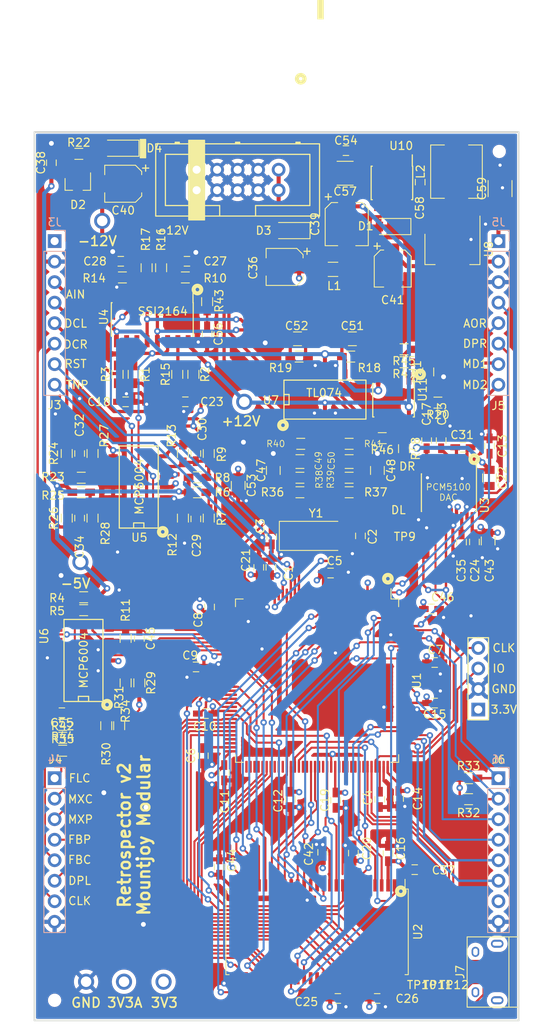
<source format=kicad_pcb>
(kicad_pcb (version 20221018) (generator pcbnew)
  (layers (0 "F.Cu" signal) (1 "In1.Cu" power "Ground.Fill") (2 "In2.Cu" power "Power.Rails") (31 "B.Cu" signal) (34 "B.Paste" user) (35 "F.Paste" user) (36 "B.SilkS" user "B.Silkscreen") (37 "F.SilkS" user "F.Silkscreen") (38 "B.Mask" user) (39 "F.Mask" user) (44 "Edge.Cuts" user))
  (net 0 "")
  (net 1 "GND")
  (net 2 "Net-(C2-Pad1)")
  (net 3 "Net-(C3-Pad1)")
  (net 4 "VCC")
  (net 5 "VEE")
  (net 6 "-12V")
  (net 7 "+12V")
  (net 8 "+3.3VA")
  (net 9 "Net-(U1-Pad3)")
  (net 10 "Net-(U1-Pad4)")
  (net 11 "Net-(U1-Pad28)")
  (net 12 "Net-(C23-Pad1)")
  (net 13 "Net-(C27-Pad1)")
  (net 14 "Net-(C28-Pad1)")
  (net 15 "Net-(C31-Pad1)")
  (net 16 "Net-(C31-Pad2)")
  (net 17 "Net-(C32-Pad2)")
  (net 18 "Net-(C33-Pad1)")
  (net 19 "Net-(C34-Pad2)")
  (net 20 "Net-(C35-Pad2)")
  (net 21 "Net-(U1-Pad9)")
  (net 22 "Net-(U1-Pad20)")
  (net 23 "Net-(U1-Pad21)")
  (net 24 "+3V3")
  (net 25 "Net-(C4-Pad1)")
  (net 26 "Net-(C6-Pad1)")
  (net 27 "Net-(C18-Pad1)")
  (net 28 "/AUDIO_IN_L")
  (net 29 "Net-(C29-Pad2)")
  (net 30 "/AUDIO_IN_R")
  (net 31 "Net-(C30-Pad2)")
  (net 32 "/DELAY_CV_SCALED_L")
  (net 33 "/DELAY_CV_SCALED_R")
  (net 34 "/FEEDBACK_CV_SCALED")
  (net 35 "Net-(C45-Pad2)")
  (net 36 "Net-(C47-Pad1)")
  (net 37 "Net-(C48-Pad1)")
  (net 38 "Net-(C49-Pad2)")
  (net 39 "Net-(C50-Pad2)")
  (net 40 "Net-(C51-Pad1)")
  (net 41 "/DRY_OUT_L")
  (net 42 "Net-(C52-Pad1)")
  (net 43 "/DRY_OUT_R")
  (net 44 "/SWIO")
  (net 45 "/SWCLK")
  (net 46 "/MODE1")
  (net 47 "/MODE2")
  (net 48 "/USB_VBUS")
  (net 49 "/USB_DM")
  (net 50 "/USB_DP")
  (net 51 "/EXT_AUDIO_IN_L")
  (net 52 "/EXT_AUDIO_IN_R")
  (net 53 "/RESET")
  (net 54 "/EXT_AUDIO_OUT_L")
  (net 55 "/EXT_AUDIO_OUT_R")
  (net 56 "/CLOCK")
  (net 57 "/DELAY_CV_L")
  (net 58 "/DELAY_POT_L")
  (net 59 "/DELAY_CV_R")
  (net 60 "/DELAY_POT_R")
  (net 61 "/MIX_POT")
  (net 62 "/MIX_CV")
  (net 63 "/FEEDBACK_CV")
  (net 64 "/FEEDBACK_POT")
  (net 65 "Net-(R1-Pad1)")
  (net 66 "Net-(R15-Pad2)")
  (net 67 "Net-(R10-Pad1)")
  (net 68 "/DAC_OUT_AMP_L")
  (net 69 "Net-(R14-Pad1)")
  (net 70 "/DAC_OUT_AMP_R")
  (net 71 "Net-(R29-Pad1)")
  (net 72 "/WET_DRY_MIX")
  (net 73 "/DAC_OUT_L")
  (net 74 "/DAC_OUT_R")
  (net 75 "/FMC_~{BL1}")
  (net 76 "/FMC_~{BL0}")
  (net 77 "/DAC_LRCLK")
  (net 78 "/FMC_SD~{E1}")
  (net 79 "/FMC_SDCKE1")
  (net 80 "Net-(U1-Pad134)")
  (net 81 "Net-(U1-Pad133)")
  (net 82 "/FMC_~{CAS}")
  (net 83 "Net-(U1-Pad129)")
  (net 84 "Net-(U1-Pad128)")
  (net 85 "Net-(U1-Pad123)")
  (net 86 "Net-(U1-Pad122)")
  (net 87 "Net-(U1-Pad119)")
  (net 88 "Net-(U1-Pad118)")
  (net 89 "Net-(U1-Pad116)")
  (net 90 "/FMC_D3")
  (net 91 "/FMC_D2")
  (net 92 "Net-(U1-Pad110)")
  (net 93 "Net-(U1-Pad102)")
  (net 94 "Net-(U1-Pad100)")
  (net 95 "Net-(U1-Pad99)")
  (net 96 "Net-(U1-Pad96)")
  (net 97 "/FMC_SDCLK")
  (net 98 "Net-(U1-Pad92)")
  (net 99 "Net-(U1-Pad91)")
  (net 100 "/FMC_BA1")
  (net 101 "/FMC_BA0")
  (net 102 "Net-(U1-Pad88)")
  (net 103 "Net-(U1-Pad87)")
  (net 104 "/FMC_D1")
  (net 105 "/FMC_D0")
  (net 106 "Net-(U1-Pad82)")
  (net 107 "Net-(U1-Pad81)")
  (net 108 "Net-(U1-Pad80)")
  (net 109 "/FMC_D15")
  (net 110 "/FMC_D14")
  (net 111 "/FMC_D13")
  (net 112 "/DAC_DATA")
  (net 113 "Net-(U1-Pad75)")
  (net 114 "Net-(U1-Pad74)")
  (net 115 "Net-(U1-Pad73)")
  (net 116 "Net-(U1-Pad70)")
  (net 117 "/DAC_BCLK")
  (net 118 "/FMC_D12")
  (net 119 "/FMC_D11")
  (net 120 "/FMC_D10")
  (net 121 "/FMC_D9")
  (net 122 "/FMC_D8")
  (net 123 "/FMC_D7")
  (net 124 "/FMC_D6")
  (net 125 "/FMC_D5")
  (net 126 "/FMC_D4")
  (net 127 "/FMC_A11")
  (net 128 "/FMC_A10")
  (net 129 "/FMC_A9")
  (net 130 "/FMC_A8")
  (net 131 "/FMC_A7")
  (net 132 "/FMC_A6")
  (net 133 "/FMC_~{RAS}")
  (net 134 "/MIX_WET_CTL")
  (net 135 "/MIX_DRY_CTL")
  (net 136 "/FMC_SD~{WE}")
  (net 137 "Net-(U1-Pad22)")
  (net 138 "Net-(U1-Pad19)")
  (net 139 "Net-(U1-Pad18)")
  (net 140 "/FMC_A5")
  (net 141 "/FMC_A4")
  (net 142 "/FMC_A3")
  (net 143 "/FMC_A2")
  (net 144 "/FMC_A1")
  (net 145 "/FMC_A0")
  (net 146 "Net-(U1-Pad8)")
  (net 147 "Net-(U1-Pad7)")
  (net 148 "Net-(U1-Pad5)")
  (net 149 "/CLOCK_SCALED")
  (net 150 "Net-(U2-Pad40)")
  (net 151 "Net-(U2-Pad36)")
  (net 152 "Net-(U1-Pad76)")
  (net 153 "Net-(U1-Pad69)")
  (net 154 "Net-(U1-Pad98)")
  (net 155 "Net-(U1-Pad97)")
  (net 156 "/TONE_POT")
  (net 157 "Net-(J7-Pad4)")
  (net 158 "Net-(J7-Pad6)")
  (net 159 "Net-(C56-Pad1)")
  (net 160 "Net-(R43-Pad2)")
  (net 161 "Net-(C58-Pad2)")
  (net 162 "Net-(U10-Pad2)")
  (net 163 "Net-(U10-Pad3)")
  (net 164 "Net-(U10-Pad5)")
  (net 165 "/-5V_REF")
  (net 166 "/VSW")
  (net 167 "+5V")
  (net 168 "/FILTER_CV_SCALED")
  (net 169 "Net-(C55-Pad2)")
  (net 170 "/CHORUS")
  (net 171 "/PINGPONG")
  (net 172 "/HP_MODE")
  (net 173 "/LP_MODE")
  (net 174 "/LED_I2C_CLK")
  (net 175 "/LED_I2C_DATA")
  (net 176 "/FILTER_CV")
  (net 177 "Net-(R20-Pad2)")
  (net 178 "Net-(R21-Pad2)")
  (net 179 "Net-(R45-Pad1)")
  (net 180 "Net-(R46-Pad1)")
  (net 181 "Net-(U1-Pad126)")
  (net 182 "Net-(U1-Pad124)")
  (net 183 "Net-(U1-Pad127)")
  (footprint "Capacitors_SMD:C_0603_HandSoldering" (layer "F.Cu") (at 129.3 103.9 -90)
    (fp_text reference "C1")
    (fp_text value "100nF")
  )
  (footprint "Capacitors_SMD:C_0603_HandSoldering" (layer "F.Cu") (at 140.4 100 -90)
    (fp_text reference "C2")
    (fp_text value "30pF")
  )
  (footprint "Capacitors_SMD:C_0603_HandSoldering" (layer "F.Cu") (at 129.4 100.1 -90)
    (fp_text reference "C3")
    (fp_text value "30pF")
  )
  (footprint "Capacitors_SMD:C_0603_HandSoldering" (layer "F.Cu") (at 142.8 132.625 -90)
    (fp_text reference "C4")
    (fp_text value "2.2uF")
  )
  (footprint "Capacitors_SMD:C_0603_HandSoldering" (layer "F.Cu") (at 136.7 104.6 180)
    (fp_text reference "C5")
    (fp_text value "100nF")
  )
  (footprint "Capacitors_SMD:C_0603_HandSoldering" (layer "F.Cu") (at 120.925 127.225 -90)
    (fp_text reference "C6")
    (fp_text value "2.2uF")
  )
  (footprint "Capacitors_SMD:C_0603_HandSoldering" (layer "F.Cu") (at 121.7 108.8 -90)
    (fp_text reference "C8")
    (fp_text value "100nF")
  )
  (footprint "Capacitors_SMD:C_0603_HandSoldering" (layer "F.Cu") (at 120.025 116.225)
    (fp_text reference "C9")
    (fp_text value "100nF")
  )
  (footprint "Capacitors_SMD:C_0603_HandSoldering" (layer "F.Cu") (at 121.2 122)
    (fp_text reference "C10")
    (fp_text value "100nF")
  )
  (footprint "Capacitors_SMD:C_0603_HandSoldering" (layer "F.Cu") (at 123.525 129.325 90)
    (fp_text reference "C11")
    (fp_text value "100nF")
  )
  (footprint "Capacitors_SMD:C_0603_HandSoldering" (layer "F.Cu") (at 131.725 132.625 90)
    (fp_text reference "C12")
    (fp_text value "100nF")
  )
  (footprint "Capacitors_SMD:C_0603_HandSoldering" (layer "F.Cu") (at 156.4 88.875 90)
    (fp_text reference "C13")
    (fp_text value "100nF")
  )
  (footprint "Capacitors_SMD:C_0603_HandSoldering" (layer "F.Cu") (at 149.6 120.7 180)
    (fp_text reference "C15")
    (fp_text value "100nF")
  )
  (footprint "Capacitors_SMD:C_0603_HandSoldering" (layer "F.Cu") (at 148.6 88.2 90)
    (fp_text reference "C17")
    (fp_text value "100nF")
  )
  (footprint "Capacitors_SMD:C_0603_HandSoldering" (layer "F.Cu") (at 111.3 83.4)
    (fp_text reference "C18")
    (fp_text value "560pF")
  )
  (footprint "Capacitors_SMD:C_0603_HandSoldering" (layer "F.Cu") (at 127.8 103.9 -90)
    (fp_text reference "C21")
    (fp_text value "100nF")
  )
  (footprint "Capacitors_SMD:C_0805" (layer "F.Cu") (at 156.4 92.825 -90)
    (fp_text reference "C22")
    (fp_text value "10uF")
  )
  (footprint "Capacitors_SMD:C_0603_HandSoldering" (layer "F.Cu") (at 154.525 100.75 -90)
    (fp_text reference "C24")
    (fp_text value "100nF")
  )
  (footprint "Capacitors_SMD:C_0603_HandSoldering" (layer "F.Cu") (at 118.9 66)
    (fp_text reference "C27")
    (fp_text value "560pF")
  )
  (footprint "Capacitors_SMD:C_0603_HandSoldering" (layer "F.Cu") (at 110.7 66 180)
    (fp_text reference "C28")
    (fp_text value "560pF")
  )
  (footprint "Capacitors_SMD:C_0603_HandSoldering" (layer "F.Cu") (at 120 97.9 90)
    (fp_text reference "C29")
    (fp_text value "1.5nF")
  )
  (footprint "Capacitors_SMD:C_0603_HandSoldering" (layer "F.Cu") (at 120 89.8 -90)
    (fp_text reference "C30")
    (fp_text value "1.5nF")
  )
  (footprint "Capacitors_SMD:C_0603_HandSoldering" (layer "F.Cu") (at 153.1 89.025 180)
    (fp_text reference "C31")
    (fp_text value "2.2uF")
  )
  (footprint "Capacitors_SMD:C_0603_HandSoldering" (layer "F.Cu") (at 150.4 88.2 90)
    (fp_text reference "C33")
    (fp_text value "2.2uF")
  )
  (footprint "Capacitors_SMD:C_0603_HandSoldering" (layer "F.Cu") (at 105.6 97.8 90)
    (fp_text reference "C34")
    (fp_text value "1.5nF")
  )
  (footprint "Capacitors_SMD:C_0603_HandSoldering" (layer "F.Cu") (at 152.925 100.775 90)
    (fp_text reference "C35")
    (fp_text value "100nF")
  )
  (footprint "Capacitors_SMD:CP_Elec_4x5.8" (layer "F.Cu") (at 131 66.7 180)
    (fp_text reference "C36")
    (fp_text value "22uF")
  )
  (footprint "Capacitors_SMD:CP_Elec_5x5.7" (layer "F.Cu") (at 138.7 61.4 -90)
    (fp_text reference "C39")
    (fp_text value "47uF")
  )
  (footprint "Capacitors_SMD:CP_Elec_4x5.8" (layer "F.Cu") (at 111 56.4 180)
    (fp_text reference "C40")
    (fp_text value "22uF")
  )
  (footprint "Capacitors_SMD:C_0805" (layer "F.Cu") (at 156.225 100.625 -90)
    (fp_text reference "C43")
    (fp_text value "10uF")
  )
  (footprint "Capacitors_SMD:C_0603_HandSoldering" (layer "F.Cu") (at 113 112.7 -90)
    (fp_text reference "C45")
    (fp_text value "1.5nF")
  )
  (footprint "Capacitors_SMD:C_0805" (layer "F.Cu") (at 129.6 91.9 90)
    (fp_text reference "C47")
    (fp_text value "1nF")
  )
  (footprint "Capacitors_SMD:C_0805" (layer "F.Cu") (at 142.5 91.9 90)
    (fp_text reference "C48")
    (fp_text value "1nF")
  )
  (footprint "Capacitors_SMD:C_0805" (layer "F.Cu") (at 139 90.8 180)
    (fp_text reference "C50")
    (fp_text value "100pF")
  )
  (footprint "Capacitors_SMD:C_0805" (layer "F.Cu") (at 139.4 75.6 180)
    (fp_text reference "C51")
    (fp_text value "100pF")
  )
  (footprint "Capacitors_SMD:C_0805" (layer "F.Cu") (at 132.6 75.6)
    (fp_text reference "C52")
    (fp_text value "100pF")
  )
  (footprint "TO_SOT_Packages_SMD:SOT-23" (layer "F.Cu") (at 105.375 56.45 -90)
    (fp_text reference "D2")
    (fp_text value "LM4040DBZ-5")
  )
  (footprint "Diodes_SMD:D_SOD-123" (layer "F.Cu") (at 131.9 62.2 180)
    (fp_text reference "D3")
    (fp_text value "1N5819" hide)
  )
  (footprint "Custom_Footprints:SWD_header" (layer "F.Cu") (at 155 121.5 90)
    (fp_text reference "J1" hide)
    (fp_text value "SWD_Header")
  )
  (footprint "Custom_Footprints:Eurorack_10_pin_header" (layer "F.Cu") (at 120.1 57.2)
    (fp_text reference "J2" hide)
    (fp_text value "Eurorack_10_pin_power")
  )
  (footprint "Inductors_SMD:L_0805_HandSoldering" (layer "F.Cu") (at 137 67)
    (fp_text reference "L1")
    (fp_text value "L")
  )
  (footprint "Resistors_SMD:R_0603_HandSoldering" (layer "F.Cu") (at 112.3 80 -90)
    (fp_text reference "R1")
    (fp_text value "30k")
  )
  (footprint "Resistors_SMD:R_0603_HandSoldering" (layer "F.Cu") (at 110.3 80 90)
    (fp_text reference "R3")
    (fp_text value "510R")
  )
  (footprint "Resistors_SMD:R_0603_HandSoldering" (layer "F.Cu") (at 106.1 109.2 180)
    (fp_text reference "R5")
    (fp_text value "100k")
  )
  (footprint "Resistors_SMD:R_0603_HandSoldering" (layer "F.Cu") (at 120.2 94.6 180)
    (fp_text reference "R6")
    (fp_text value "20k")
  )
  (footprint "Resistors_SMD:R_0603_HandSoldering" (layer "F.Cu") (at 121.6 97.8 -90)
    (fp_text reference "R7")
    (fp_text value "47k")
  )
  (footprint "Resistors_SMD:R_0603_HandSoldering" (layer "F.Cu") (at 120.2 92.75 180)
    (fp_text reference "R8")
    (fp_text value "20k")
  )
  (footprint "Resistors_SMD:R_0603_HandSoldering" (layer "F.Cu") (at 121.6 89.8 90)
    (fp_text reference "R9")
    (fp_text value "47k")
  )
  (footprint "Resistors_SMD:R_0603_HandSoldering" (layer "F.Cu") (at 118.7 68)
    (fp_text reference "R10")
    (fp_text value "30k")
  )
  (footprint "Resistors_SMD:R_0603_HandSoldering" (layer "F.Cu") (at 111.3 112.7 -90)
    (fp_text reference "R11")
    (fp_text value "56k")
  )
  (footprint "Resistors_SMD:R_0603_HandSoldering" (layer "F.Cu") (at 118.4 97.8 90)
    (fp_text reference "R12")
    (fp_text value "6k8")
  )
  (footprint "Resistors_SMD:R_0603_HandSoldering" (layer "F.Cu") (at 118.4 89.8 -90)
    (fp_text reference "R13")
    (fp_text value "6k8")
  )
  (footprint "Resistors_SMD:R_0603_HandSoldering" (layer "F.Cu") (at 110.9 68 180)
    (fp_text reference "R14")
    (fp_text value "30k")
  )
  (footprint "Resistors_SMD:R_0603_HandSoldering" (layer "F.Cu") (at 117.7 80 90)
    (fp_text reference "R15")
    (fp_text value "510R")
  )
  (footprint "Resistors_SMD:R_0603_HandSoldering" (layer "F.Cu") (at 115.7 66.8 -90)
    (fp_text reference "R16")
    (fp_text value "510R")
  )
  (footprint "Resistors_SMD:R_0603_HandSoldering" (layer "F.Cu") (at 113.9 66.8 -90)
    (fp_text reference "R17")
    (fp_text value "510R")
  )
  (footprint "Resistors_SMD:R_0603_HandSoldering" (layer "F.Cu") (at 139.2 77.8 180)
    (fp_text reference "R18")
    (fp_text value "30k")
  )
  (footprint "Resistors_SMD:R_0603_HandSoldering" (layer "F.Cu") (at 132.8 77.8)
    (fp_text reference "R19")
    (fp_text value "30k")
  )
  (footprint "Resistors_SMD:R_0603_HandSoldering" (layer "F.Cu") (at 150 83.5 180)
    (fp_text reference "R20")
    (fp_text value "1k")
  )
  (footprint "Resistors_SMD:R_0603_HandSoldering" (layer "F.Cu") (at 148.8 79.7 -90)
    (fp_text reference "R21")
    (fp_text value "1k")
  )
  (footprint "Resistors_SMD:R_0603_HandSoldering" (layer "F.Cu") (at 105.8 92.8 180)
    (fp_text reference "R23")
    (fp_text value "68k")
  )
  (footprint "Resistors_SMD:R_0603_HandSoldering" (layer "F.Cu") (at 104 89.8 90)
    (fp_text reference "R24")
    (fp_text value "100k")
  )
  (footprint "Resistors_SMD:R_0603_HandSoldering" (layer "F.Cu") (at 105.8 94.6 180)
    (fp_text reference "R25")
    (fp_text value "68k")
  )
  (footprint "Resistors_SMD:R_0603_HandSoldering" (layer "F.Cu") (at 104 97.8 -90)
    (fp_text reference "R26")
    (fp_text value "100k")
  )
  (footprint "Resistors_SMD:R_0603_HandSoldering" (layer "F.Cu") (at 107.2 89.8 -90)
    (fp_text reference "R27")
    (fp_text value "47k")
  )
  (footprint "Resistors_SMD:R_0603_HandSoldering" (layer "F.Cu") (at 107.2 97.8 90)
    (fp_text reference "R28")
    (fp_text value "47k")
  )
  (footprint "Resistors_SMD:R_0603_HandSoldering" (layer "F.Cu") (at 113 118.2 -90)
    (fp_text reference "R29")
    (fp_text value "75k")
  )
  (footprint "Resistors_SMD:R_0603_HandSoldering" (layer "F.Cu") (at 111.3 118.2 90)
    (fp_text reference "R34")
    (fp_text value "47k")
  )
  (footprint "Resistors_SMD:R_0603_HandSoldering" (layer "F.Cu") (at 139 94.6)
    (fp_text reference "R37")
    (fp_text value "2k2")
  )
  (footprint "Resistors_SMD:R_0603_HandSoldering" (layer "F.Cu") (at 132.9 92.8)
    (fp_text reference "R38")
    (fp_text value "10k")
  )
  (footprint "Resistors_SMD:R_0603_HandSoldering" (layer "F.Cu") (at 139 92.8)
    (fp_text reference "R39")
    (fp_text value "10k")
  )
  (footprint "Resistors_SMD:R_0603_HandSoldering" (layer "F.Cu") (at 133 88.6)
    (fp_text reference "R40")
    (fp_text value "47k")
  )
  (footprint "Resistors_SMD:R_0603_HandSoldering" (layer "F.Cu") (at 139 88.6 180)
    (fp_text reference "R41")
    (fp_text value "47k")
  )
  (footprint "Custom_Footprints:SSOP-20_4.4x6.5mm_Pitch0.65mm_Round_Pads" (layer "F.Cu") (at 151.325 94.65 -90)
    (fp_text reference "U3")
    (fp_text value "PCM5100APW" hide)
  )
  (footprint "SMD_Packages:SOIC-14_N" (layer "F.Cu") (at 112.8 93.95 90)
    (fp_text reference "U5")
    (fp_text value "MCP6004")
  )
  (footprint "SMD_Packages:SOIC-14_N" (layer "F.Cu") (at 105.95 115.425 90)
    (fp_text reference "U6")
    (fp_text value "MCP6004")
  )
  (footprint "SMD_Packages:SOIC-14_N" (layer "F.Cu") (at 136 83)
    (fp_text reference "U7")
    (fp_text value "TL074")
  )
  (footprint "Crystals:Crystal_SMD_5032-2pin_5.0x3.2mm_HandSoldering" (layer "F.Cu") (at 134.9 100)
    (fp_text reference "Y1")
    (fp_text value "8MHz 20pF")
  )
  (footprint "Housings_SOIC:SOIC-16_3.9x9.9mm_Pitch1.27mm" (layer "F.Cu") (at 114.6 73.2 -90)
    (fp_text reference "U4")
    (fp_text value "SSI2164")
  )
  (footprint "Capacitors_SMD:C_0603_HandSoldering" (layer "F.Cu") (at 137.325 132.725 90)
    (fp_text reference "C19")
    (fp_text value "100nF")
  )
  (footprint "Capacitors_SMD:C_0603_HandSoldering" (layer "F.Cu") (at 105.6 89.8 -90)
    (fp_text reference "C32")
    (fp_text value "1.5nF")
  )
  (footprint "Package_QFP:LQFP-144_20x20mm_P0.5mm" (layer "F.Cu") (at 135.025 117.925 -90)
    (fp_text reference "U1")
    (fp_text value "STM32H743ZITx")
  )
  (footprint "Capacitors_SMD:C_0603_HandSoldering" (layer "F.Cu") (at 149.6 115.675 180)
    (fp_text reference "C7")
    (fp_text value "100nF")
  )
  (footprint "Capacitors_SMD:C_0603_HandSoldering" (layer "F.Cu") (at 149.2 109.05 180)
    (fp_text reference "C46")
    (fp_text value "100nF")
  )
  (footprint "Resistors_SMD:R_0603_HandSoldering" (layer "F.Cu") (at 108.9 123.5 -90)
    (fp_text reference "R30")
    (fp_text value "91k")
  )
  (footprint "Capacitors_SMD:C_0603_HandSoldering" (layer "F.Cu") (at 145.125 132.525 90)
    (fp_text reference "C14")
    (fp_text value "100nF")
  )
  (footprint "Custom_Footprints:1.3mm_Test_Point" (layer "F.Cu") (at 106.4 155.2)
    (fp_text reference "TP1" hide)
    (fp_text value "TestPoint")
  )
  (footprint "Custom_Footprints:1.3mm_Test_Point" (layer "F.Cu") (at 116 155.2)
    (fp_text reference "TP2" hide)
    (fp_text value "TestPoint")
  )
  (footprint "Custom_Footprints:1.3mm_Test_Point" (layer "F.Cu") (at 111.1 155.2)
    (fp_text reference "TP3" hide)
    (fp_text value "TestPoint")
  )
  (footprint "Custom_Footprints:1.3mm_Test_Point" (layer "F.Cu") (at 108.4 61)
    (fp_text reference "TP6" hide)
    (fp_text value "TestPoint")
  )
  (footprint "Resistors_SMD:R_0603_HandSoldering" (layer "F.Cu") (at 132.9 94.6)
    (fp_text reference "R36")
    (fp_text value "2k2")
  )
  (footprint "Custom_Footprints:USB_Micro-B_Amphenol" (layer "F.Cu") (at 156 154 90)
    (fp_text reference "J7")
    (fp_text value "USB_B_Micro")
  )
  (footprint "Custom_Footprints:JLC_SMT_Tooling_Hole" (layer "F.Cu") (at 102.5 157.5)
    (fp_text reference "H2" hide)
    (fp_text value "JLC_Tooling_Hole" hide)
  )
  (footprint "Capacitors_SMD:C_0805" (layer "F.Cu") (at 125.25 93.75 -90)
    (fp_text reference "C53")
    (fp_text value "10uF")
  )
  (footprint "Custom_Footprints:JLC_SMT_Tooling_Hole" (layer "F.Cu") (at 157.6 52.4)
    (fp_text reference "H1" hide)
    (fp_text value "JLC_Tooling_Hole" hide)
  )
  (footprint "Resistors_SMD:R_0603_HandSoldering" (layer "F.Cu") (at 110.5 123.5 -90)
    (fp_text reference "R31")
    (fp_text value "47k")
  )
  (footprint "Resistors_SMD:R_0603_HandSoldering" (layer "F.Cu") (at 106.1 107.6)
    (fp_text reference "R4")
    (fp_text value "91k")
  )
  (footprint "Capacitors_SMD:C_0805" (layer "F.Cu") (at 132.9 90.8)
    (fp_text reference "C49")
    (fp_text value "100pF")
  )
  (footprint "Resistors_SMD:R_0603_HandSoldering" (layer "F.Cu") (at 119.7 80 -90)
    (fp_text reference "R2")
    (fp_text value "30k")
  )
  (footprint "Capacitors_SMD:C_0603_HandSoldering" (layer "F.Cu") (at 118.7 83.4)
    (fp_text reference "C23")
    (fp_text value "560pF")
  )
  (footprint "Capacitors_SMD:C_0603_HandSoldering" (layer "F.Cu") (at 102.1 53.8 -90)
    (fp_text reference "C38")
    (fp_text value "100nF")
  )
  (footprint "Capacitors_SMD:C_0603_HandSoldering" (layer "F.Cu") (at 121.4 75 -90)
    (fp_text reference "C56")
    (fp_text value "10nF")
  )
  (footprint "Resistors_SMD:R_0603_HandSoldering" (layer "F.Cu") (at 105.5 52.7 180)
    (fp_text reference "R22")
    (fp_text value "2k2")
  )
  (footprint "Resistors_SMD:R_0603_HandSoldering" (layer "F.Cu") (at 121.4 71 90)
    (fp_text reference "R43")
    (fp_text value "100R")
  )
  (footprint "Custom_Footprints:1.3mm_Test_Point" (layer "F.Cu") (at 126 83.4)
    (fp_text reference "TP5" hide)
    (fp_text value "TestPoint")
  )
  (footprint "Diodes_SMD:D_SOD-123" (layer "F.Cu") (at 110.7 52 180)
    (fp_text reference "D4")
    (fp_text value "1N5819" hide)
  )
  (footprint "Measurement_Points:Measurement_Point_Square-SMD-Pad_Small" (layer "F.Cu") (at 148.2 102.1)
    (fp_text reference "TP7" hide)
    (fp_text value "TestPoint")
  )
  (footprint "Measurement_Points:Measurement_Point_Square-SMD-Pad_Small" (layer "F.Cu") (at 143.6 102.1)
    (fp_text reference "TP8" hide)
    (fp_text value "TestPoint")
  )
  (footprint "Capacitors_SMD:C_1210" (layer "F.Cu") (at 138.5 55.1 180)
    (fp_text reference "C57")
    (fp_text value "22uF")
  )
  (footprint "Custom_Footprints:1.3mm_Test_Point" (layer "F.Cu") (at 105.7 103.25)
    (fp_text reference "TP4" hide)
    (fp_text value "TestPoint")
  )
  (footprint "Housings_SOIC:SOIC-8_3.9x4.9mm_Pitch1.27mm" (layer "F.Cu") (at 144.5 83.2 -90)
    (fp_text reference "U11")
    (fp_text value "TL072")
  )
  (footprint "Capacitors_SMD:C_1210" (layer "F.Cu") (at 157.7 57 90)
    (fp_text reference "C59")
    (fp_text value "47uF")
  )
  (footprint "Capacitors_SMD:C_0603_HandSoldering" (layer "F.Cu") (at 138.6 52.3)
    (fp_text reference "C54")
    (fp_text value "100nF")
  )
  (footprint "Capacitors_SMD:C_0603_HandSoldering" (layer "F.Cu") (at 103.4 121.9 180)
    (fp_text reference "C55")
    (fp_text value "1.5nF")
  )
  (footprint "Resistors_SMD:R_0603_HandSoldering" (layer "F.Cu") (at 103.5 126.6)
    (fp_text reference "R35")
    (fp_text value "68k")
  )
  (footprint "Resistors_SMD:R_0603_HandSoldering" (layer "F.Cu") (at 103.5 123.4 180)
    (fp_text reference "R44")
    (fp_text value "47k")
  )
  (footprint "Resistors_SMD:R_0603_HandSoldering" (layer "F.Cu") (at 143.1 87.9 180)
    (fp_text reference "R46")
    (fp_text value "10k")
  )
  (footprint "Resistors_SMD:R_0603_HandSoldering" (layer "F.Cu") (at 145.8 78.5 180)
    (fp_text reference "R47")
    (fp_text value "10k")
  )
  (footprint "Resistors_SMD:R_0603_HandSoldering" (layer "F.Cu") (at 145.8 89.2 -90)
    (fp_text reference "R48")
    (fp_text value "10k")
  )
  (footprint "Measurement_Points:Measurement_Point_Square-SMD-Pad_Small" (layer "F.Cu") (at 145.9 102.1)
    (fp_text reference "TP9")
    (fp_text value "TestPoint")
  )
  (footprint "Measurement_Points:Measurement_Point_Square-SMD-Pad_Small" (layer "F.Cu") (at 148 157.6)
    (fp_text reference "TP10")
    (fp_text value "TestPoint")
  )
  (footprint "Measurement_Points:Measurement_Point_Square-SMD-Pad_Small" (layer "F.Cu") (at 150 157.6)
    (fp_text reference "TP11")
    (fp_text value "TestPoint")
  )
  (footprint "Measurement_Points:Measurement_Point_Square-SMD-Pad_Small" (layer "F.Cu") (at 152 157.6)
    (fp_text reference "TP12")
    (fp_text value "TestPoint")
  )
  (footprint "Resistors_SMD:R_0603_HandSoldering" (layer "F.Cu") (at 103.5 125)
    (fp_text reference "R42")
    (fp_text value "100k")
  )
  (footprint "Resistors_SMD:R_0603_HandSoldering" (layer "F.Cu") (at 145.8 76.9 180)
    (fp_text reference "R45")
    (fp_text value "10k")
  )
  (footprint "Resistors_SMD:R_0603_HandSoldering" (layer "F.Cu") (at 153.8 130 180)
    (fp_text reference "R33")
    (fp_text value "4k7")
  )
  (footprint "Resistors_SMD:R_0603_HandSoldering" (layer "F.Cu") (at 153.8 132.6 180)
    (fp_text reference "R32")
    (fp_text value "4k7")
  )
  (footprint "Housings_SOIC:SOIC-8_3.9x4.9mm_Pitch1.27mm" (layer "F.Cu") (at 144.3 56.3 -90)
    (fp_text reference "U10")
    (fp_text value "LM2675M-5")
  )
  (footprint "Diodes_SMD:D_SOD-123" (layer "F.Cu") (at 144.4 61.7 180)
    (fp_text reference "D1")
    (fp_text value "1N5819")
  )
  (footprint "Capacitors_SMD:C_0603_HandSoldering" (layer "F.Cu") (at 147.8 56.2 90)
    (fp_text reference "C58")
    (fp_text value "10nF")
  )
  (footprint "Custom_Footprints:TDK_Inductor_6.9x7.2" (layer "F.Cu") (at 152.3 54.9 90)
    (fp_text reference "L2")
    (fp_text value "68uH" hide)
  )
  (footprint "TO_SOT_Packages_SMD:SOT-223-3_TabPin2" (layer "F.Cu") (at 151.8 64.5 -90)
    (fp_text reference "U8")
    (fp_text value "LD1117-3.3-4Tab")
  )
  (footprint "Capacitors_SMD:C_0603_HandSoldering" (layer "F.Cu") (at 143.825 139.325 -90)
    (fp_text reference "C16")
    (fp_text value "100nF")
  )
  (footprint "Capacitors_SMD:C_0603_HandSoldering" (layer "F.Cu") (at 139.525 139.275 -90)
    (fp_text reference "C20")
    (fp_text value "100nF")
  )
  (footprint "Capacitors_SMD:C_0603_HandSoldering" (layer "F.Cu") (at 137.6 157.275 180)
    (fp_text reference "C25")
    (fp_text value "100nF")
  )
  (footprint "Capacitors_SMD:C_0603_HandSoldering" (layer "F.Cu") (at 142.475 157.275 180)
    (fp_text reference "C26")
    (fp_text value "100nF")
  )
  (footprint "Custom_Footprints:TSOP-II-54_22.2x10.16mm_P0.8mm" (layer "F.Cu") (at 135.025 149.025 -90)
    (fp_text reference "U2")
    (fp_text value "IS42S16800F-7TLI")
  )
  (footprint "Capacitors_SMD:C_0603_HandSoldering" (layer "F.Cu") (at 135.725 139.175 -90)
    (fp_text reference "C42")
    (fp_text value "100nF")
  )
  (footprint "Capacitors_SMD:C_0603_HandSoldering" (layer "F.Cu") (at 122.9 141 -90)
    (fp_text reference "C44")
    (fp_text value "100nF")
  )
  (footprint "Capacitors_SMD:C_0603_HandSoldering" (layer "F.Cu") (at 147.125 141.325 180)
    (fp_text reference "C37")
    (fp_text value "100nF")
  )
  (footprint "Capacitors_SMD:CP_Elec_4x5.8" (layer "F.Cu") (at 144.4 66.9 -90)
    (fp_text reference "C41")
    (fp_text value "47uF")
  )
  (footprint "Pin_Headers:Pin_Header_Straight_1x08_Pitch2.54mm" (layer "B.Cu") (at 102.5 63.5 180)
    (fp_text reference "J3")
    (fp_text value "Conn_01x08_Male")
  )
  (footprint "Pin_Headers:Pin_Header_Straight_1x08_Pitch2.54mm" (layer "B.Cu") (at 102.5 130 180)
    (fp_text reference "J4")
    (fp_text value "Conn_01x08_Male")
  )
  (footprint "Pin_Headers:Pin_Header_Straight_1x08_Pitch2.54mm" (layer "B.Cu") (at 157.5 63.5 180)
    (fp_text reference "J5")
    (fp_text value "Conn_01x08_Male")
  )
  (footprint "Pin_Headers:Pin_Header_Straight_1x08_Pitch2.54mm" (layer "B.Cu") (at 157.5 130 180)
    (fp_text reference "J6")
    (fp_text value "Conn_01x08_Male")
  )
  (gr_poly (pts (xy 135.1 36) (xy 135.1 33.7) (xy 135.8 33.7) (xy 135.8 36)) (stroke (width 0.1)) (fill solid) (layer "F.SilkS"))
  (gr_circle (center 115.9 99.5) (end 116.1 99.6) (stroke (width 0.5)) (fill none) (layer "F.SilkS"))
  (gr_circle (center 109 120.9) (end 109.2 121) (stroke (width 0.5)) (fill none) (layer "F.SilkS"))
  (gr_circle (center 143.8 105.3) (end 144 105.4) (stroke (width 0.5)) (fill none) (layer "F.SilkS"))
  (gr_circle (center 154.5 90.5) (end 154.7 90.6) (stroke (width 0.5)) (fill none) (layer "F.SilkS"))
  (gr_circle (center 130.8 86.3) (end 131 86.4) (stroke (width 0.5)) (fill none) (layer "F.SilkS"))
  (gr_circle (center 133 43.4) (end 133.2 43.5) (stroke (width 0.5)) (fill none) (layer "F.SilkS"))
  (gr_circle (center 147.8 80) (end 148 80.1) (stroke (width 0.5)) (fill none) (layer "F.SilkS"))
  (gr_circle (center 145.4 144) (end 145.6 144.1) (stroke (width 0.5)) (fill none) (layer "F.SilkS"))
  (gr_poly (pts (xy 113.8 50.9) (xy 113.8 53.2) (xy 113.1 53.2) (xy 113.1 50.9)) (stroke (width 0.1)) (fill solid) (layer "F.SilkS"))
  (gr_circle (center 120.2 69.5) (end 120.4 69.6) (stroke (width 0.5)) (fill none) (layer "F.SilkS"))
  (gr_line (start 100 160) (end 160 160) (stroke (width 0.2)) (layer "Edge.Cuts"))
  (gr_line (start 160 50) (end 160 160) (stroke (width 0.2)) (layer "Edge.Cuts"))
  (gr_line (start 100 50) (end 100 160) (stroke (width 0.2)) (layer "Edge.Cuts"))
  (gr_line (start 100 50) (end 160 50) (stroke (width 0.2)) (layer "Edge.Cuts"))
  (gr_text "-12V" (at 107.8 63.5) (layer "F.SilkS") (effects (font (size 1.2 1.2) (thickness 0.2))))
  (gr_text "+12V" (at 125.6 85.8) (layer "F.SilkS") (effects (font (size 1.2 1.2) (thickness 0.2))))
  (gr_text "-5V" (at 105.1 105.9) (layer "F.SilkS") (effects (font (size 1.2 1.2) (thickness 0.2))))
  (gr_text "GND" (at 106.4 157.8) (layer "F.SilkS") (effects (font (size 1.2 1.2) (thickness 0.2))))
  (gr_text "3V3A" (at 111.2 157.8) (layer "F.SilkS") (effects (font (size 1.2 1.2) (thickness 0.2))))
  (gr_text "3V3" (at 116.1 157.8) (layer "F.SilkS") (effects (font (size 1.2 1.2) (thickness 0.2))))
  (gr_text "FBP" (at 105.6 137.6) (layer "F.SilkS") (effects (font (size 1 1))))
  (gr_text "FBC" (at 105.6 140.1) (layer "F.SilkS") (effects (font (size 1 1))))
  (gr_text "DPL" (at 105.6 142.7) (layer "F.SilkS") (effects (font (size 1 1))))
  (gr_text "CLK" (at 105.6 145.2) (layer "F.SilkS") (effects (font (size 1 1))))
  (gr_text "MXP" (at 105.7 135.1) (layer "F.SilkS") (effects (font (size 1 1))))
  (gr_text "MXC" (at 105.7 132.6) (layer "F.SilkS") (effects (font (size 1 1))))
  (gr_text "AOR" (at 154.6 73.7) (layer "F.SilkS") (effects (font (size 1 1))))
  (gr_text "DPR" (at 154.6 76.2) (layer "F.SilkS") (effects (font (size 1 1))))
  (gr_text "MD1" (at 154.6 78.7) (layer "F.SilkS") (effects (font (size 1 1))))
  (gr_text "MD2" (at 154.6 81.3) (layer "F.SilkS") (effects (font (size 1 1))))
  (gr_text "AIN" (at 105.1 70.1) (layer "F.SilkS") (effects (font (size 1 1))))
  (gr_text "DCL" (at 105.1 73.7) (layer "F.SilkS") (effects (font (size 1 1))))
  (gr_text "DCR" (at 105.1 76.3) (layer "F.SilkS") (effects (font (size 1 1))))
  (gr_text "RST" (at 105.1 78.7) (layer "F.SilkS") (effects (font (size 1 1))))
  (gr_text "TNP" (at 105.3 81.3) (layer "F.SilkS") (effects (font (size 1 1))))
  (gr_text "DR" (at 146.2 91.4) (layer "F.SilkS") (effects (font (size 1 1))))
  (gr_text "DL" (at 145.1 96.8) (layer "F.SilkS") (effects (font (size 1 1))))
  (gr_text "J5" (at 157.5 83.9) (layer "F.SilkS") (effects (font (size 1 1))))
  (gr_text "J6" (at 157.5 127.7) (layer "F.SilkS") (effects (font (size 1 1))))
  (gr_text "J4" (at 102.6 127.7) (layer "F.SilkS") (effects (font (size 1 1))))
  (gr_text "J3" (at 102.5 83.8) (layer "F.SilkS") (effects (font (size 1 1))))
  (gr_text "FLC" (at 105.6 130) (layer "F.SilkS") (effects (font (size 1 1))))
  (gr_text "Retrospector v2\nMountjoy Modular" (at 112.35 137.05 90) (layer "F.SilkS") (effects (font (size 1.5 1.5) (thickness 0.3))))
  (gr_text "PCM5100\nDAC" (at 151.3 94.6) (layer "F.SilkS") (effects (font (size 0.8 0.8) (thickness 0.1))))
  (segment (start 146.526058 116.175) (end 145.6875 116.175) (width 0.3) (layer "F.Cu") (net 1))
  (segment (start 137.3 79.922) (end 137.27 79.952) (width 0.25) (layer "F.Cu") (net 1))
  (segment (start 134.8 79.882) (end 134.73 79.952) (width 0.25) (layer "F.Cu") (net 1))
  (segment (start 119.65 83.45) (end 118.5 84.6) (width 0.5) (layer "F.Cu") (net 1))
  (segment (start 149.05 92.45) (end 148.7 92.8) (width 0.3) (layer "F.Cu") (net 1))
  (segment (start 136.275 105.75) (end 137.425 104.6) (width 0.3) (layer "F.Cu") (net 1))
  (segment (start 121.255291 121.219709) (end 120.475 122) (width 0.3) (layer "F.Cu") (net 1))
  (segment (start 153.6 97.55) (end 153.6 96.4) (width 0.4) (layer "F.Cu") (net 1))
  (segment (start 149.05 97.55) (end 149.05 98.55) (width 0.4) (layer "F.Cu") (net 1))
  (segment (start 138.525 138.325) (end 138.524986 138.324986) (width 0.5) (layer "F.Cu") (net 1))
  (segment (start 144.975 138.375) (end 145 138.4) (width 0.5) (layer "F.Cu") (net 1))
  (segment (start 156.225 101.625) (end 157.375 101.625) (width 0.5) (layer "F.Cu") (net 1))
  (segment (start 151.65 98.45) (end 151.9 98.7) (width 0.4) (layer "F.Cu") (net 1))
  (segment (start 145.875 133.475) (end 145.9 133.5) (width 0.5) (layer "F.Cu") (net 1))
  (segment (start 152.95 92.85) (end 153 92.9) (width 0.5) (layer "F.Cu") (net 1))
  (segment (start 149.05 98.55) (end 148.6 99) (width 0.4) (layer "F.Cu") (net 1))
  (segment (start 137.65 104.6) (end 138.8 104.6) (width 0.5) (layer "F.Cu") (net 1))
  (segment (start 109.252 114.155) (end 107.955 114.155) (width 0.4) (layer "F.Cu") (net 1))
  (segment (start 137.3 78.9) (end 137.3 79.922) (width 0.25) (layer "F.Cu") (net 1))
  (segment (start 141.425 144.175) (end 140.8 144.8) (width 0.4) (layer "F.Cu") (net 1))
  (segment (start 125.35 94.75) (end 126.25 95.65) (width 0.5) (layer "F.Cu") (net 1))
  (segment (start 144.230359 112.175) (end 144.15847 112.246889) (width 0.3) (layer "F.Cu") (net 1))
  (segment (start 121.7 108.075) (end 123.3 109.675) (width 0.3) (layer "F.Cu") (net 1))
  (segment (start 139.025 154.775) (end 139.025 155.975) (width 0.4) (layer "F.Cu") (net 1))
  (segment (start 122.277326 120.204324) (end 121.65529 120.204324) (width 0.25) (layer "F.Cu") (net 1))
  (segment (start 135.025 154.775) (end 135.025 155.975) (width 0.4) (layer "F.Cu") (net 1))
  (segment (start 112.1 83.35) (end 112.05 83.4) (width 0.25) (layer "F.Cu") (net 1))
  (segment (start 136.775 127.175) (end 136.95 127) (width 0.25) (layer "F.Cu") (net 1))
  (segment (start 101.925 115.425) (end 101.6 115.1) (width 0.4) (layer "F.Cu") (net 1))
  (segment (start 139.4 101.95) (end 140.4 100.95) (width 0.5) (layer "F.Cu") (net 1))
  (segment (start 123.3 109.675) (end 123.625 109.675) (width 0.3) (layer "F.Cu") (net 1))
  (segment (start 113.6 83.4) (end 113.9 83.7) (width 0.5) (layer "F.Cu") (net 1))
  (segment (start 136.625 143.275) (end 136.625 139.125) (width 0.4) (layer "F.Cu") (net 1))
  (segment (start 149.05 91.75) (end 148.4 91.75) (width 0.3) (layer "F.Cu") (net 1))
  (segment (start 131.275 128.5875) (end 131.275 129.625) (width 0.3) (layer "F.Cu") (net 1))
  (segment (start 124.3625 109.675) (end 125.775 109.675) (width 0.3) (layer "F.Cu") (net 1))
  (segment (start 121.65529 120.204324) (end 121.255291 120.604323) (width 0.3) (layer "F.Cu") (net 1))
  (segment (start 119.65 83.4) (end 119.65 83.45) (width 0.5) (layer "F.Cu") (net 1))
  (segment (start 128.775 107.2625) (end 128.775 108.775) (width 0.3) (layer "F.Cu") (net 1))
  (segment (start 123.625 109.675) (end 124.3625 109.675) (width 0.3) (layer "F.Cu") (net 1))
  (segment (start 131.275 128.5875) (end 131.275 126.925) (width 0.3) (layer "F.Cu") (net 1))
  (segment (start 128.775 108.775) (end 128.8 108.8) (width 0.3) (layer "F.Cu") (net 1))
  (segment (start 148.05 97.55) (end 147.6 98) (width 0.3) (layer "F.Cu") (net 1))
  (segment (start 141.425 143.275) (end 141.425 144.175) (width 0.4) (layer "F.Cu") (net 1))
  (segment (start 134.8 78.9) (end 134.8 79.882) (width 0.25) (layer "F.Cu") (net 1))
  (segment (start 117.12 92.68) (end 117.4 92.4) (width 0.5) (layer "F.Cu") (net 1))
  (segment (start 143.275 128.5875) (end 143.275 130.344998) (width 0.3) (layer "F.Cu") (net 1))
  (segment (start 157.375 101.625) (end 157.4 101.6) (width 0.5) (layer "F.Cu") (net 1))
  (segment (start 152.95 91.75) (end 152.95 92.85) (width 0.5) (layer "F.Cu") (net 1))
  (segment (start 107.955 114.155) (end 107.9 114.1) (width 0.4) (layer "F.Cu") (net 1))
  (segment (start 120.475 122) (end 120.25 122) (width 0.3) (layer "F.Cu") (net 1))
  (segment (start 143.275 130.344998) (end 144.399999 131.469997) (width 0.3) (layer "F.Cu") (net 1))
  (segment (start 136.625 139.125) (end 135.725 138.225) (width 0.4) (layer "F.Cu") (net 1))
  (segment (start 144.399999 131.469997) (end 144.399999 133.424999) (width 0.3) (layer "F.Cu") (net 1))
  (segment (start 139.525 138.325) (end 138.525 138.325) (width 0.5) (layer "F.Cu") (net 1))
  (segment (start 117.12 95.22) (end 117.3 95.4) (width 0.5) (layer "F.Cu") (net 1))
  (segment (start 144.399999 133.424999) (end 144.45 133.475) (width 0.3) (layer "F.Cu") (net 1))
  (segment (start 151.65 97.55) (end 151.65 98.45) (width 0.4) (layer "F.Cu") (net 1))
  (segment (start 124.3625 121.175) (end 123.248002 121.175) (width 0.25) (layer "F.Cu") (net 1))
  (segment (start 146.775 121.175) (end 145.6875 121.175) (width 0.3) (layer "F.Cu") (net 1))
  (segment (start 116.102 92.68) (end 117.12 92.68) (width 0.5) (layer "F.Cu") (net 1))
  (segment (start 121.7 107.85) (end 121.7 108.075) (width 0.3) (layer "F.Cu") (net 1))
  (segment (start 123.075 116.175) (end 122.8 115.9) (width 0.25) (layer "F.Cu") (net 1))
  (segment (start 154.65 152.7) (end 155.7 152.7) (width 0.4) (layer "F.Cu") (net 1))
  (segment (start 147.451058 117.1) (end 146.526058 116.175) (width 0.3) (layer "F.Cu") (net 1))
  (segment (start 121.255291 120.604323) (end 121.255291 121.219709) (width 0.3) (layer "F.Cu") (net 1))
  (segment (start 134.975 138.225) (end 134.95 138.2) (width 0.5) (layer "F.Cu") (net 1))
  (segment (start 138.8 104.6) (end 138.9 104.5) (width 0.5) (layer "F.Cu") (net 1))
  (segment (start 143.825 154.775) (end 143.825 155.975) (width 0.4) (layer "F.Cu") (net 1))
  (segment (start 151.65 97.55) (end 151.65 96.65) (width 0.4) (layer "F.Cu") (net 1))
  (segment (start 155.7 152.7) (end 156.4 151.9) (width 0.4) (layer "F.Cu") (net 1))
  (segment (start 124.3625 116.175) (end 123.075 116.175) (width 0.25) (layer "F.Cu") (net 1))
  (segment (start 150.3 117.1) (end 147.451058 117.1) (width 0.3) (layer "F.Cu") (net 1))
  (segment (start 112.25 83.4) (end 113.6 83.4) (width 0.5) (layer "F.Cu") (net 1))
  (segment (start 143.825 138.375) (end 144.975 138.375) (width 0.5) (layer "F.Cu") (net 1))
  (segment (start 145.6875 112.175) (end 144.230359 112.175) (width 0.3) (layer "F.Cu") (net 1))
  (segment (start 125.25 94.75) (end 125.35 94.75) (width 0.5) (layer "F.Cu") (net 1))
  (segment (start 123.248002 121.175) (end 122.277326 120.204324) (width 0.25) (layer "F.Cu") (net 1))
  (segment (start 136.775 128.5875) (end 136.775 127.175) (width 0.25) (layer "F.Cu") (net 1))
  (segment (start 149.05 91.75) (end 149.05 92.45) (width 0.3) (layer "F.Cu") (net 1))
  (segment (start 139.4 102.2) (end 139.4 101.95) (width 0.5) (layer "F.Cu") (net 1))
  (segment (start 135.725 138.225) (end 134.975 138.225) (width 0.5) (layer "F.Cu") (net 1))
  (segment (start 137.425 104.6) (end 137.65 104.6) (width 0.3) (layer "F.Cu") (net 1))
  (segment (start 144.45 133.475) (end 145.125 133.475) (width 0.3) (layer "F.Cu") (net 1))
  (segment (start 116.102 95.22) (end 117.12 95.22) (width 0.5) (layer "F.Cu") (net 1))
  (segment (start 131.2 129.625) (end 130.725 130.1) (width 0.4) (layer "F.Cu") (net 1))
  (segment (start 102.902 115.425) (end 101.925 115.425) (width 0.4) (layer "F.Cu") (net 1))
  (segment (start 145.125 133.475) (end 145.875 133.475) (width 0.5) (layer "F.Cu") (net 1))
  (segment (start 147.4 121.5) (end 146.775 121.175) (width 0.3) (layer "F.Cu") (net 1))
  (segment (start 151.65 96.65) (end 151.4 96.4) (width 0.4) (layer "F.Cu") (net 1))
  (segment (start 136.275 107.2625) (end 136.275 105.75) (width 0.3) (layer "F.Cu") (net 1))
  (segment (start 148.4 97.55) (end 148.05 97.55) (width 0.3) (layer "F.Cu") (net 1))
  (via (at 155.4 87.4) (size 0.8) (drill 0.4) (layers "F.Cu" "B.Cu") (net 1))
  (via (at 137.3 84.8) (size 0.8) (drill 0.4) (layers "F.Cu" "B.Cu") (net 1))
  (via (at 123.5 155.4) (size 0.8) (drill 0.4) (layers "F.Cu" "B.Cu") (net 1))
  (via (at 154.1 109.9) (size 0.8) (drill 0.4) (layers "F.Cu" "B.Cu") (net 1))
  (via (at 145 138.4) (size 0.8) (drill 0.4) (layers "F.Cu" "B.Cu") (net 1))
  (via (at 151.9 98.7) (size 0.8) (drill 0.4) (layers "F.Cu" "B.Cu") (net 1))
  (via (at 110.5 106.7) (size 0.8) (drill 0.4) (layers "F.Cu" "B.Cu") (net 1))
  (via (at 147.4 121.5) (size 0.8) (drill 0.4) (layers "F.Cu" "B.Cu") (net 1))
  (via (at 153.6 96.4) (size 0.8) (drill 0.4) (layers "F.Cu" "B.Cu") (net 1))
  (via (at 150.7 110.1) (size 0.8) (drill 0.4) (layers "F.Cu" "B.Cu") (net 1))
  (via (at 105.6 83) (size 0.8) (drill 0.4) (layers "F.Cu" "B.Cu") (net 1))
  (via (at 129.6 89.8) (size 1) (drill 0.6) (layers "F.Cu" "B.Cu") (net 1))
  (via (at 143.5 158.3) (size 0.8) (drill 0.4) (layers "F.Cu" "B.Cu") (net 1))
  (via (at 155.9 61.4) (size 0.8) (drill 0.4) (layers "F.Cu" "B.Cu") (net 1))
  (via (at 118.6 100.9) (size 0.8) (drill 0.4) (layers "F.Cu" "B.Cu") (net 1))
  (via (at 109.7 64.8) (size 1) (drill 0.6) (layers "F.Cu" "B.Cu") (net 1))
  (via (at 134.7 84.8) (size 0.8) (drill 0.4) (layers "F.Cu" "B.Cu") (net 1))
  (via (at 113.8 133.6) (size 1) (drill 0.6) (layers "F.Cu" "B.Cu") (net 1))
  (via (at 148.6 99) (size 0.8) (drill 0.4) (layers "F.Cu" "B.Cu") (net 1))
  (via (at 142.5 89.8) (size 1) (drill 0.6) (layers "F.Cu" "B.Cu") (net 1))
  (via (at 130.6 102.3) (size 0.8) (drill 0.4) (layers "F.Cu" "B.Cu") (net 1))
  (via (at 108.6 131.8) (size 1) (drill 0.6) (layers "F.Cu" "B.Cu") (net 1))
  (via (at 122 128.3) (size 0.8) (drill 0.4) (layers "F.Cu" "B.Cu") (net 1))
  (via (at 147.6 98) (size 0.8) (drill 0.4) (layers "F.Cu" "B.Cu") (net 1))
  (via (at 153 92.9) (size 0.8) (drill 0.4) (layers "F.Cu" "B.Cu") (net 1))
  (via (at 110.3 102) (size 0.8) (drill 0.4) (layers "F.Cu" "B.Cu") (net 1))
  (via (at 155.5 102.7) (size 0.8) (drill 0.4) (layers "F.Cu" "B.Cu") (net 1))
  (via (at 157.4 101.6) (size 0.8) (drill 0.4) (layers "F.Cu" "B.Cu") (net 1))
  (via (at 110.2 69.2) (size 0.8) (drill 0.4) (layers "F.Cu" "B.Cu") (net 1))
  (via (at 135.725 138.225) (size 0.8) (drill 0.4) (layers "F.Cu" "B.Cu") (net 1))
  (via (at 144.15847 112.246889) (size 0.8) (drill 0.4) (layers "F.Cu" "B.Cu") (net 1))
  (via (at 120.5 107.8) (size 0.8) (drill 0.4) (layers "F.Cu" "B.Cu") (net 1))
  (via (at 113.9 83.7) (size 0.8) (drill 0.4) (layers "F.Cu" "B.Cu") (net 1))
  (via (at 157.7 54.1) (size 0.8) (drill 0.4) (layers "F.Cu" "B.Cu") (net 1))
  (via (at 151.4 96.4) (size 0.8) (drill 0.4) (layers "F.Cu" "B.Cu") (net 1))
  (via (at 132.8 133.6) (size 0.8) (drill 0.4) (layers "F.Cu" "B.Cu") (net 1))
  (via (at 151.5 86.4) (size 0.8) (drill 0.4) (layers "F.Cu" "B.Cu") (net 1))
  (via (at 134.8 78.9) (size 0.8) (drill 0.4) (layers "F.Cu" "B.Cu") (net 1))
  (via (at 151.9 102.5) (size 0.8) (drill 0.4) (layers "F.Cu" "B.Cu") (net 1))
  (via (at 117.3 95.4) (size 0.8) (drill 0.4) (layers "F.Cu" "B.Cu") (net 1))
  (via (at 126.5 110.6) (size 0.8) (drill 0.4) (layers "F.Cu" "B.Cu") (net 1))
  (via (at 107.9 114.1) (size 0.8) (drill 0.4) (layers "F.Cu" "B.Cu") (net 1))
  (via (at 118.9 117.5) (size 0.8) (drill 0.4) (layers "F.Cu" "B.Cu") (net 1))
  (via (at 138.9 104.5) (size 0.8) (drill 0.4) (layers "F.Cu" "B.Cu") (net 1))
  (via (at 101.6 115.1) (size 0.8) (drill 0.4) (layers "F.Cu" "B.Cu") (net 1))
  (via (at 150.7 80.3) (size 1) (drill 0.6) (layers "F.Cu" "B.Cu") (net 1))
  (via (at 122 130.8) (size 0.8) (drill 0.4) (layers "F.Cu" "B.Cu") (net 1))
  (via (at 148.7 92.8) (size 0.8) (drill 0.4) (layers "F.Cu" "B.Cu") (net 1))
  (via (at 120 64.9) (size 1) (drill 0.6) (layers "F.Cu" "B.Cu") (net 1))
  (via (at 137.3 78.9) (size 0.8) (drill 0.4) (layers "F.Cu" "B.Cu") (net 1))
  (via (at 117.4 92.4) (size 0.8) (drill 0.4) (layers "F.Cu" "B.Cu") (net 1))
  (via (at 150.3 119.2) (size 0.8) (drill 0.4) (layers "F.Cu" "B.Cu") (net 1))
  (via (at 138.524986 138.324986) (size 0.8) (drill 0.4) (layers "F.Cu" "B.Cu") (net 1))
  (via (at 102.1 51.4) (size 1) (drill 0.6) (layers "F.Cu" "B.Cu") (net 1))
  (via (at 128.8 108.8) (size 0.8) (drill 0.4) (layers "F.Cu" "B.Cu") (net 1))
  (via (at 138.6 158.3) (size 0.8) (drill 0.4) (layers "F.Cu" "B.Cu") (net 1))
  (via (at 111.4 82.4) (size 0.8) (drill 0.4) (layers "F.Cu" "B.Cu") (net 1))
  (via (at 134.95 138.2) (size 0.8) (drill 0.4) (layers "F.Cu" "B.Cu") (net 1))
  (via (at 118.5 84.6) (size 0.8) (drill 0.4) (layers "F.Cu" "B.Cu") (net 1))
  (via (at 112.7 140) (size 0.8) (drill 0.4) (layers "F.Cu" "B.Cu") (net 1))
  (via (at 138.6 133.7) (size 0.8) (drill 0.4) (layers "F.Cu" "B.Cu") (net 1))
  (via (at 133.8 145.1) (size 0.8) (drill 0.4) (layers "F.Cu" "B.Cu") (net 1))
  (via (at 136.95 127) (size 0.8) (drill 0.4) (layers "F.Cu" "B.Cu") (net 1))
  (via (at 102.6 84.9) (size 0.8) (drill 0.4) (layers "F.Cu" "B.Cu") (net 1))
  (via (at 137.3 114.5) (size 0.8) (drill 0.4) (layers "F.Cu" "B.Cu") (net 1))
  (via (at 122.8 115.9) (size 0.8) (drill 0.4) (layers "F.Cu" "B.Cu") (net 1))
  (via (at 128.2 100.2) (size 0.8) (drill 0.4) (layers "F.Cu" "B.Cu") (net 1))
  (via (at 103.3 104.9) (size 1) (drill 0.6) (layers "F.Cu" "B.Cu") (net 1))
  (via (at 139.4 102.2) (size 0.8) (drill 0.4) (layers "F.Cu" "B.Cu") (net 1))
  (via (at 158 56.9) (size 0.8) (drill 0.4) (layers "F.Cu" "B.Cu") (net 1))
  (via (at 128.6 76.1) (size 1) (drill 0.6) (layers "F.Cu" "B.Cu") (net 1))
  (via (at 128.2 114) (size 0.8) (drill 0.4) (layers "F.Cu" "B.Cu") (net 1))
  (via (at 150.3 117.1) (size 0.8) (drill 0.4) (layers "F.Cu" "B.Cu") (net 1))
  (via (at 121.65529 120.204324) (size 0.8) (drill 0.4) (layers "F.Cu" "B.Cu") (net 1))
  (via (at 107.9 116.7) (size 0.8) (drill 0.4) (layers "F.Cu" "B.Cu") (net 1))
  (via (at 113.5 148.1) (size 1) (drill 0.6) (layers "F.Cu" "B.Cu") (net 1))
  (via (at 154.1 63.3) (size 0.8) (drill 0.4) (layers "F.Cu" "B.Cu") (net 1))
  (via (at 120.3 76) (size 0.8) (drill 0.4) (layers "F.Cu" "B.Cu") (net 1))
  (via (at 125.9 88.4) (size 1) (drill 0.6) (layers "F.Cu" "B.Cu") (net 1))
  (via (at 126.25 95.65) (size 0.8) (drill 0.4) (layers "F.Cu" "B.Cu") (net 1))
  (via (at 143.3 121.2) (size 0.8) (drill 0.4) (layers "F.Cu" "B.Cu") (net 1))
  (via (at 145.9 133.5) (size 0.8) (drill 0.4) (layers "F.Cu" "B.Cu") (net 1))
  (segment (start 136.95 100.025) (end 138.525 100.025) (width 0.3) (layer "F.Cu") (net 2))
  (segment (start 132.775 104.175) (end 136.95 100) (width 0.3) (layer "F.Cu") (net 2))
  (segment (start 137.5 100) (end 139.45 100) (width 0.5) (layer "F.Cu") (net 2))
  (segment (start 139.45 100) (end 140.4 99.05) (width 0.5) (layer "F.Cu") (net 2))
  (segment (start 136.95 100) (end 137.5 100) (width 0.3) (layer "F.Cu") (net 2))
  (segment (start 132.775 107.2625) (end 132.775 104.175) (width 0.3) (layer "F.Cu") (net 2))
  (segment (start 132.3 100) (end 130.25 100) (width 0.5) (layer "F.Cu") (net 3))
  (segment (start 130.25 100) (end 129.4 99.15) (width 0.5) (layer "F.Cu") (net 3))
  (segment (start 132.275 107.2625) (end 132.275 100.35) (width 0.3) (layer "F.Cu") (net 3))
  (segment (start 136 86.302) (end 136 83.5) (width 0.5) (layer "F.Cu") (net 4))
  (segment (start 139.55 52.3) (end 140 52.75) (width 0.5) (layer "F.Cu") (net 4))
  (segment (start 138.5 59.2) (end 138.6 59.1) (width 0.5) (layer "F.Cu") (net 4))
  (segment (start 138.6 57.3) (end 140 55.9) (width 0.5) (layer "F.Cu") (net 4))
  (segment (start 144.935 58.384998) (end 144.935 59) (width 0.5) (layer "F.Cu") (net 4))
  (segment (start 119.045 75.9) (end 119.045 76.35) (width 0.5) (layer "F.Cu") (net 4))
  (segment (start 136.3 62.2) (end 138.5 60) (width 0.5) (layer "F.Cu") (net 4))
  (segment (start 141.650002 55.1) (end 144.935 58.384998) (width 0.5) (layer "F.Cu") (net 4))
  (segment (start 140.7 59.2) (end 138.5 59.2) (width 0.5) (layer "F.Cu") (net 4))
  (segment (start 146.405 85.9) (end 146.405 84.005) (width 0.5) (layer "F.Cu") (net 4))
  (segment (start 138.6 59.1) (end 138.6 57.3) (width 0.5) (layer "F.Cu") (net 4))
  (segment (start 146.405 84.005) (end 146.4 84) (width 0.5) (layer "F.Cu") (net 4))
  (segment (start 140 55.1) (end 141.650002 55.1) (width 0.5) (layer "F.Cu") (net 4))
  (segment (start 133.55 62.2) (end 136.3 62.2) (width 0.5) (layer "F.Cu") (net 4))
  (segment (start 119.045 76.35) (end 121.495 78.8) (width 0.5) (layer "F.Cu") (net 4))
  (segment (start 138.5 60) (end 138.5 59.2) (width 0.5) (layer "F.Cu") (net 4))
  (segment (start 140 55.9) (end 140 55.1) (width 0.5) (layer "F.Cu") (net 4))
  (segment (start 121.495 78.8) (end 121.5 78.8) (width 0.5) (layer "F.Cu") (net 4))
  (segment (start 140 52.75) (end 140 55.1) (width 0.5) (layer "F.Cu") (net 4))
  (via (at 121.5 78.8) (size 0.8) (drill 0.4) (layers "F.Cu" "B.Cu") (net 4))
  (via (at 140.7 59.2) (size 0.8) (drill 0.4) (layers "F.Cu" "B.Cu") (net 4))
  (via (at 136 83.5) (size 0.8) (drill 0.4) (layers "F.Cu" "B.Cu") (net 4))
  (via (at 146.4 84) (size 1) (drill 0.6) (layers "F.Cu" "B.Cu") (net 4))
  (segment (start 146.4 84) (end 146.4 64.9) (width 0.5) (layer "B.Cu") (net 4))
  (segment (start 126.2 83.5) (end 121.5 78.8) (width 0.5) (layer "B.Cu") (net 4))
  (segment (start 146.4 64.9) (end 140.7 59.2) (width 0.5) (layer "B.Cu") (net 4))
  (segment (start 146.4 84) (end 145.900001 83.500001) (width 0.5) (layer "B.Cu") (net 4))
  (segment (start 136 83.5) (end 126.2 83.5) (width 0.5) (layer "B.Cu") (net 4))
  (segment (start 136 83.5) (end 145.900001 83.500001) (width 0.5) (layer "B.Cu") (net 4))
  (segment (start 106.6 52.7) (end 108.35 52.7) (width 0.5) (layer "F.Cu") (net 5))
  (segment (start 108.4 72.9) (end 108.4 57.2) (width 0.5) (layer "F.Cu") (net 5))
  (segment (start 110.2 75.855) (end 110.155 75.9) (width 0.5) (layer "F.Cu") (net 5))
  (segment (start 109.05 52) (end 109.05 56.25) (width 0.5) (layer "F.Cu") (net 5))
  (segment (start 110.2 74.7) (end 108.4 72.9) (width 0.5) (layer "F.Cu") (net 5))
  (segment (start 109.05 56.25) (end 109.2 56.4) (width 0.5) (layer "F.Cu") (net 5))
  (segment (start 110.2 74.7) (end 110.2 75.855) (width 0.5) (layer "F.Cu") (net 5))
  (segment (start 142.6 82) (end 142.6 80.505) (width 0.5) (layer "F.Cu") (net 5))
  (segment (start 108.35 52.7) (end 109.05 52) (width 0.5) (layer "F.Cu") (net 5))
  (segment (start 142.6 80.505) (end 142.595 80.5) (width 0.5) (layer "F.Cu") (net 5))
  (segment (start 108.4 57.2) (end 109.2 56.4) (width 0.5) (layer "F.Cu") (net 5))
  (segment (start 136 77.5) (end 136 79.952) (width 0.5) (layer "F.Cu") (net 5))
  (via (at 110.2 74.7) (size 0.8) (drill 0.4) (layers "F.Cu" "B.Cu") (net 5))
  (via (at 142.6 82) (size 1) (drill 0.6) (layers "F.Cu" "B.Cu") (net 5))
  (via (at 136 77.5) (size 1) (drill 0.6) (layers "F.Cu" "B.Cu") (net 5))
  (segment (start 136 77.5) (end 138.1 77.5) (width 0.5) (layer "B.Cu") (net 5))
  (segment (start 138.39999 77.79999) (end 138.39999 80.689953) (width 0.5) (layer "B.Cu") (net 5))
  (segment (start 138.1 77.5) (end 138.39999 77.79999) (width 0.5) (layer "B.Cu") (net 5))
  (segment (start 113.158002 74.7) (end 115.958002 77.5) (width 0.5) (layer "B.Cu") (net 5))
  (segment (start 138.39999 80.689953) (end 139.710037 82) (width 0.5) (layer "B.Cu") (net 5))
  (segment (start 139.710037 82) (end 142.6 82) (width 0.5) (layer "B.Cu") (net 5))
  (segment (start 115.958002 77.5) (end 136 77.5) (width 0.5) (layer "B.Cu") (net 5))
  (segment (start 110.2 74.7) (end 113.158002 74.7) (width 0.5) (layer "B.Cu") (net 5))
  (segment (start 120.1 57.2) (end 120.1 54.66) (width 0.5) (layer "F.Cu") (net 6))
  (segment (start 117.44 52) (end 120.1 54.66) (width 0.5) (layer "F.Cu") (net 6))
  (segment (start 112.35 52) (end 117.44 52) (width 0.5) (layer "F.Cu") (net 6))
  (segment (start 130.26 57.2) (end 130.26 62.19) (width 0.5) (layer "F.Cu") (net 7))
  (segment (start 130.26 54.66) (end 130.26 57.2) (width 0.5) (layer "F.Cu") (net 7))
  (segment (start 130.26 62.19) (end 130.25 62.2) (width 0.5) (layer "F.Cu") (net 7))
  (segment (start 148.6 89.125) (end 148.6 90.092876) (width 0.4) (layer "F.Cu") (net 8))
  (segment (start 132.8 68.1) (end 132.800002 68.100002) (width 0.5) (layer "F.Cu") (net 8))
  (segment (start 127.8 104.85) (end 127.05 104.85) (width 0.5) (layer "F.Cu") (net 8))
  (segment (start 127.775 104.875) (end 127.8 104.85) (width 0.3) (layer "F.Cu") (net 8))
  (segment (start 132.8 66.7) (end 135.35 66.7) (width 0.5) (layer "F.Cu") (net 8))
  (segment (start 156.4 91.825) (end 154.325 91.825) (width 0.4) (layer "F.Cu") (net 8))
  (segment (start 109.252 115.425) (end 110.325 115.425) (width 0.5) (layer "F.Cu") (net 8))
  (segment (start 127.8 107.2375) (end 127.775 107.2625) (width 0.25) (layer "F.Cu") (net 8))
  (segment (start 135.35 66.7) (end 135.65 67) (width 0.5) (layer "F.Cu") (net 8))
  (segment (start 147.4 89.1) (end 148.575 89.1) (width 0.5) (layer "F.Cu") (net 8))
  (segment (start 148.6 90.092876) (end 149.65001 91.142886) (width 0.4) (layer "F.Cu") (net 8))
  (segment (start 117.05 93.95) (end 117.5 93.5) (width 0.5) (layer "F.Cu") (net 8))
  (segment (start 116.102 93.95) (end 117.05 93.95) (width 0.5) (layer "F.Cu") (net 8))
  (segment (start 132.8 66.7) (end 132.8 68.1) (width 0.5) (layer "F.Cu") (net 8))
  (segment (start 154.325 91.825) (end 154.25 91.75) (width 0.4) (layer "F.Cu") (net 8))
  (segment (start 127.775 107.2625) (end 127.775 104.875) (width 0.3) (layer "F.Cu") (net 8))
  (segment (start 110.325 115.425) (end 110.4 115.5) (width 0.5) (layer "F.Cu") (net 8))
  (segment (start 156.4 89.825) (end 156.4 91.825) (width 0.4) (layer "F.Cu") (net 8))
  (segment (start 149.65001 91.70001) (end 149.7 91.75) (width 0.4) (layer "F.Cu") (net 8))
  (segment (start 156.4 91.825) (end 156.4 91.8) (width 0.5) (layer "F.Cu") (net 8))
  (segment (start 156.4 91.8) (end 155.5 90.9) (width 0.5) (layer "F.Cu") (net 8))
  (segment (start 125.25 92.75) (end 125.25 91.7) (width 0.5) (layer "F.Cu") (net 8))
  (segment (start 148.575 89.1) (end 148.6 89.125) (width 0.5) (layer "F.Cu") (net 8))
  (segment (start 128.275 107.2625) (end 127.775 107.2625) (width 0.3) (layer "F.Cu") (net 8))
  (segment (start 149.65001 91.142886) (end 149.65001 91.70001) (width 0.4) (layer "F.Cu") (net 8))
  (via (at 147.4 89.1) (size 1) (drill 0.6) (layers "F.Cu" "B.Cu") (net 8))
  (via (at 117.5 93.5) (size 0.8) (drill 0.4) (layers "F.Cu" "B.Cu") (net 8))
  (via (at 132.800002 68.100002) (size 0.8) (drill 0.4) (layers "F.Cu" "B.Cu") (net 8))
  (via (at 155.5 90.9) (size 0.8) (drill 0.4) (layers "F.Cu" "B.Cu") (net 8))
  (via (at 125.25 91.7) (size 0.8) (drill 0.4) (layers "F.Cu" "B.Cu") (net 8))
  (via (at 126.8 104.8) (size 0.8) (drill 0.4) (layers "F.Cu" "B.Cu") (net 8))
  (via (at 110.4 115.5) (size 0.8) (drill 0.4) (layers "F.Cu" "B.Cu") (net 8))
  (segment (start 153.7 89.1) (end 147.4 89.1) (width 0.5) (layer "B.Cu") (net 8))
  (segment (start 155.5 90.9) (end 153.7 89.1) (width 0.5) (layer "B.Cu") (net 8))
  (segment (start 117.7 83.35) (end 117.75 83.4) (width 0.4) (layer "F.Cu") (net 12))
  (segment (start 117.7 81.1) (end 117.7 83.35) (width 0.4) (layer "F.Cu") (net 12))
  (segment (start 116 66) (end 115.7 65.7) (width 0.4) (layer "F.Cu") (net 13))
  (segment (start 117.95 66) (end 116 66) (width 0.4) (layer "F.Cu") (net 13))
  (segment (start 111.65 66) (end 113.6 66) (width 0.4) (layer "F.Cu") (net 14))
  (segment (start 113.6 66) (end 113.9 65.7) (width 0.4) (layer "F.Cu") (net 14))
  (segment (start 153.6 89.525) (end 153.6 91.75) (width 0.4) (layer "F.Cu") (net 15))
  (segment (start 154.1 89.025) (end 153.6 89.525) (width 0.4) (layer "F.Cu") (net 15))
  (segment (start 152.1 89.025) (end 152.3 89.225) (width 0.4) (layer "F.Cu") (net 16))
  (segment (start 152.3 89.225) (end 152.3 91.75) (width 0.4) (layer "F.Cu") (net 16))
  (segment (start 107.05 90.75) (end 107.2 90.9) (width 0.4) (layer "F.Cu") (net 17))
  (segment (start 104 90.9) (end 105.45 90.9) (width 0.4) (layer "F.Cu") (net 17))
  (segment (start 107.2 90.9) (end 109.242 90.9) (width 0.4) (layer "F.Cu") (net 17))
  (segment (start 105.45 90.9) (end 105.6 90.75) (width 0.4) (layer "F.Cu") (net 17))
  (segment (start 109.242 90.9) (end 109.752 91.41) (width 0.4) (layer "F.Cu") (net 17))
  (segment (start 106.9 91.2) (end 107.2 90.9) (width 0.4) (layer "F.Cu") (net 17))
  (segment (start 106.9 92.8) (end 106.9 91.2) (width 0.4) (layer "F.Cu") (net 17))
  (segment (start 105.6 90.75) (end 107.05 90.75) (width 0.4) (layer "F.Cu") (net 17))
  (segment (start 151.65 90.5) (end 151.65 91.75) (width 0.4) (layer "F.Cu") (net 18))
  (segment (start 150.3 89.15) (end 151.65 90.5) (width 0.4) (layer "F.Cu") (net 18))
  (segment (start 107.05 96.85) (end 107.2 96.7) (width 0.4) (layer "F.Cu") (net 19))
  (segment (start 106.9 96.4) (end 107.2 96.7) (width 0.4) (layer "F.Cu") (net 19))
  (segment (start 107.44 96.99) (end 107.2 96.75) (width 0.25) (layer "F.Cu") (net 19))
  (segment (start 105.45 96.7) (end 105.6 96.85) (width 0.4) (layer "F.Cu") (net 19))
  (segment (start 107.41 96.49) (end 107.2 96.7) (width 0.4) (layer "F.Cu") (net 19))
  (segment (start 105.6 96.85) (end 107.05 96.85) (width 0.4) (layer "F.Cu") (net 19))
  (segment (start 109.752 96.49) (end 107.41 96.49) (width 0.4) (layer "F.Cu") (net 19))
  (segment (start 106.9 94.6) (end 106.9 96.4) (width 0.4) (layer "F.Cu") (net 19))
  (segment (start 104 96.7) (end 105.45 96.7) (width 0.4) (layer "F.Cu") (net 19))
  (segment (start 152.95 97.55) (end 152.95 99.8) (width 0.4) (layer "F.Cu") (net 20))
  (segment (start 152.95 99.8) (end 152.925 99.825) (width 0.4) (layer "F.Cu") (net 20))
  (segment (start 152.7 132.6) (end 152.7 131.2) (width 0.3) (layer "F.Cu") (net 24))
  (segment (start 152.7 130) (end 152.7 131.2) (width 0.3) (layer "F.Cu") (net 24))
  (segment (start 145.125 140.275) (end 146.175 141.325) (width 0.5) (layer "F.Cu") (net 24))
  (segment (start 135.025 143.275) (end 135 143.25) (width 0.4) (layer "F.Cu") (net 24))
  (segment (start 141.525 157.275) (end 141.525 158.275) (width 0.5) (layer "F.Cu") (net 24))
  (segment (start 145.125 130.675) (end 143.775 129.325) (width 0.3) (layer "F.Cu") (net 24))
  (segment (start 138.5 131.775) (end 138.575 131.7) (width 0.5) (layer "F.Cu") (net 24))
  (segment (start 140.65 64.7) (end 144.2 64.7) (width 0.5) (layer "F.Cu") (net 24))
  (segment (start 121.7 109.75) (end 122.125 110.175) (width 0.3) (layer "F.Cu") (net 24))
  (segment (start 141.275 105.825) (end 141.3 105.8) (width 0.3) (layer "F.Cu") (net 24))
  (segment (start 148.65 119.95) (end 148.7 119.9) (width 0.5) (layer "F.Cu") (net 24))
  (segment (start 130.05 104.85) (end 130.1 104.9) (width 0.5) (layer "F.Cu") (net 24))
  (segment (start 150.75 66.6) (end 151.8 67.65) (width 0.5) (layer "F.Cu") (net 24))
  (segment (start 148.65 120.7) (end 148.65 119.95) (width 0.5) (layer "F.Cu") (net 24))
  (segment (start 137.325 131.775) (end 138.5 131.775) (width 0.5) (layer "F.Cu") (net 24))
  (segment (start 122.15 121.15) (end 122.1 121.1) (width 0.25) (layer "F.Cu") (net 24))
  (segment (start 136.65 157.275) (end 136.65 158.25) (width 0.5) (layer "F.Cu") (net 24))
  (segment (start 137.275 128.5875) (end 137.275 131.725) (width 0.3) (layer "F.Cu") (net 24))
  (segment (start 144.2 64.7) (end 146.1 66.6) (width 0.5) (layer "F.Cu") (net 24))
  (segment (start 156.225 99.625) (end 156.025 99.625) (width 0.5) (layer "F.Cu") (net 24))
  (segment (start 121 116.2) (end 120.975 116.225) (width 0.4) (layer "F.Cu") (net 24))
  (segment (start 153.41 66.04) (end 151.8 67.65) (width 0.5) (layer "F.Cu") (net 24))
  (segment (start 121.45 109.75) (end 120.5 108.8) (width 0.5) (layer "F.Cu") (net 24))
  (segment (start 156.025 99.625) (end 155.3 98.9) (width 0.5) (layer "F.Cu") (net 24))
  (segment (start 145.425 142.075) (end 146.175 141.325) (width 0.4) (layer "F.Cu") (net 24))
  (segment (start 145.6875 120.675) (end 148.625 120.675) (width 0.3) (layer "F.Cu") (net 24))
  (segment (start 121.7 109.75) (end 121.45 109.75) (width 0.5) (layer "F.Cu") (net 24))
  (segment (start 122.125 110.175) (end 124.3625 110.175) (width 0.3) (layer "F.Cu") (net 24))
  (segment (start 135.775 104.625) (end 135.75 104.6) (width 0.3) (layer "F.Cu") (net 24))
  (segment (start 139.025 140.725) (end 139.525 140.225) (width 0.4) (layer "F.Cu") (net 24))
  (segment (start 135.725 141.125) (end 135.725003 141.125003) (width 0.5) (layer "F.Cu") (net 24))
  (segment (start 124.3625 121.675) (end 122.475 121.675) (width 0.3) (layer "F.Cu") (net 24))
  (segment (start 148.125 109.175) (end 148.25 109.05) (width 0.3) (layer "F.Cu") (net 24))
  (segment (start 156.225 99.625) (end 157.375 99.625) (width 0.5) (layer "F.Cu") (net 24))
  (segment (start 122.275 129.625) (end 123.525 128.375) (width 0.4) (layer "F.Cu") (net 24))
  (segment (start 141.525 158.275) (end 141.5 158.3) (width 0.5) (layer "F.Cu") (net 24))
  (segment (start 123.525 127.5125) (end 124.3625 126.675) (width 0.3) (layer "F.Cu") (net 24))
  (segment (start 145.125 131.575) (end 145.125 130.675) (width 0.3) (layer "F.Cu") (net 24))
  (segment (start 141.425 157.175) (end 141.525 157.275) (width 0.5) (layer "F.Cu") (net 24))
  (segment (start 156.225 99.625) (end 154.7 99.625) (width 0.4) (layer "F.Cu") (net 24))
  (segment (start 124.225 143.275) (end 122.9 141.95) (width 0.4) (layer "F.Cu") (net 24))
  (segment (start 132.75 131.675) (end 132.8 131.725) (width 0.5) (layer "F.Cu") (net 24))
  (segment (start 123.525 128.375) (end 123.525 127.5125) (width 0.3) (layer "F.Cu") (net 24))
  (segment (start 145.6875 109.675) (end 145.6875 109.175) (width 0.3) (layer "F.Cu") (net 24))
  (segment (start 157.5 66.04) (end 153.41 66.04) (width 0.5) (layer "F.Cu") (net 24))
  (segment (start 143.825 140.275) (end 145.125 140.275) (width 0.5) (layer "F.Cu") (net 24))
  (segment (start 122.9 141.95) (end 121.95 141.95) (width 0.5) (layer "F.Cu") (net 24))
  (segment (start 122.1 121.1) (end 122.1 121.95) (width 0.4) (layer "F.Cu") (net 24))
  (segment (start 145.125 131.575) (end 146.125 131.575) (width 0.5) (layer "F.Cu") (net 24))
  (segment (start 139.525 140.225) (end 140.425 140.225) (width 0.5) (layer "F.Cu") (net 24))
  (segment (start 135 143.25) (end 135 140.85) (width 0.4) (layer "F.Cu") (net 24))
  (segment (start 122.1 121.95) (end 122.15 122) (width 0.4) (layer "F.Cu") (net 24))
  (segment (start 157.375 99.625) (end 157.4 99.6) (width 0.5) (layer "F.Cu") (net 24))
  (segment (start 136.625 154.775) (end 136.625 157.25) (width 0.5) (layer "F.Cu") (net 24))
  (segment (start 143.825 143.275) (end 143.825 140.275) (width 0.4) (layer "F.Cu") (net 24))
  (segment (start 152.3 96.545014) (end 152.448229 96.396785) (width 0.4) (layer "F.Cu") (net 24))
  (segment (start 121 115.1) (end 121 116.2) (width 0.4) (layer "F.Cu") (net 24))
  (segment (start 141.275 107.2625) (end 141.275 105.825) (width 0.3) (layer "F.Cu") (net 24))
  (segment (start 136.625 157.25) (end 136.65 157.275) (width 0.5) (layer "F.Cu") (net 24))
  (segment (start 141.425 154.775) (end 141.425 157.175) (width 0.5) (layer "F.Cu") (net 24))
  (segment (start 143.775 129.325) (end 143.775 128.5875) (width 0.3) (layer "F.Cu") (net 24))
  (segment (start 131.775 131.625) (end 131.725 131.675) (width 0.3) (layer "F.Cu") (net 24))
  (segment (start 145.6875 115.675) (end 148.65 115.675) (width 0.3) (layer "F.Cu") (net 24))
  (segment (start 145.425 143.275) (end 145.425 142.075) (width 0.4) (layer "F.Cu") (net 24))
  (segment (start 154.7 99.625) (end 154.525 99.8) (width 0.4) (layer "F.Cu") (net 24))
  (segment (start 131.725 131.675) (end 132.75 131.675) (width 0.5) (layer "F.Cu") (net 24))
  (segment (start 145.6875 109.175) (end 148.125 109.175) (width 0.3) (layer "F.Cu") (net 24))
  (segment (start 135.75 104.75) (end 135 105.5) (width 0.5) (layer "F.Cu") (net 24))
  (segment (start 135.775 107.2625) (end 135.775 104.625) (width 0.3) (layer "F.Cu") (net 24))
  (segment (start 148.65 115.675) (end 148.65 114.95) (width 0.5) (layer "F.Cu") (net 24))
  (segment (start 154.25 97.55) (end 154.25 99.525) (width 0.4) (layer "F.Cu") (net 24))
  (segment (start 148.625 120.675) (end 148.65 120.7) (width 0.3) (layer "F.Cu") (net 24))
  (segment (start 135.725 140.125) (end 135.725 141.125) (width 0.5) (layer "F.Cu") (net 24))
  (segment (start 136.65 158.25) (end 136.6 158.3) (width 0.5) (layer "F.Cu") (net 24))
  (segment (start 124.625 143.275) (end 124.225 143.275) (width 0.4) (layer "F.Cu") (net 24))
  (segment (start 139.025 143.275) (end 139.025 140.725) (width 0.4) (layer "F.Cu") (net 24))
  (segment (start 124.3625 116.675) (end 121.425 116.675) (width 0.3) (layer "F.Cu") (net 24))
  (segment (start 146.125 131.575) (end 146.2 131.5) (width 0.5) (layer "F.Cu") (net 24))
  (segment (start 121.95 141.95) (end 121.9 141.9) (width 0.5) (layer "F.Cu") (net 24))
  (segment (start 120.975 115.125) (end 121 115.1) (width 0.25) (layer "F.Cu") (net 24))
  (segment (start 131.775 128.5875) (end 131.775 131.625) (width 0.3) (layer "F.Cu") (net 24))
  (segment (start 154.25 99.525) (end 154.525 99.8) (width 0.4) (layer "F.Cu") (net 24))
  (segment (start 121.425 116.675) (end 120.975 116.225) (width 0.3) (layer "F.Cu") (net 24))
  (segment (start 152.3 97.55) (end 152.3 96.545014) (width 0.4) (layer "F.Cu") (net 24))
  (segment (start 122.475 121.675) (end 122.15 122) (width 0.3) (layer "F.Cu") (net 24))
  (segment (start 146.1 66.6) (end 150.75 66.6) (width 0.5) (layer "F.Cu") (net 24))
  (segment (start 129.275 107.2625) (end 129.275 104.875) (width 0.3) (layer "F.Cu") (net 24))
  (segment (start 135.75 104.6) (end 135.75 104.75) (width 0.5) (layer "F.Cu") (net 24))
  (segment (start 148.65 114.95) (end 148.7 114.9) (width 0.5) (layer "F.Cu") (net 24))
  (segment (start 135 140.85) (end 135.725 140.125) (width 0.4) (layer "F.Cu") (net 24))
  (segment (start 148.25 108.25) (end 148.2 108.2) (width 0.5) (layer "F.Cu") (net 24))
  (segment (start 137.275 131.725) (end 137.325 131.775) (width 0.3) (layer "F.Cu") (net 24))
  (segment (start 121.95 129.625) (end 122.275 129.625) (width 0.4) (layer "F.Cu") (net 24))
  (segment (start 148.25 109.05) (end 148.25 108.25) (width 0.5) (layer "F.Cu") (net 24))
  (segment (start 129.275 104.875) (end 129.3 104.85) (width 0.3) (layer "F.Cu") (net 24))
  (segment (start 154.525 99.8) (end 154.525 99.675) (width 0.5) (layer "F.Cu") (net 24))
  (segment (start 138.35 67) (end 140.65 64.7) (width 0.5) (layer "F.Cu") (net 24))
  (segment (start 151.8 61.35) (end 151.8 67.65) (width 0.5) (layer "F.Cu") (net 24))
  (segment (start 129.3 104.85) (end 130.05 104.85) (width 0.5) (layer "F.Cu") (net 24))
  (via (at 152.7 131.2) (size 0.8) (drill 0.4) (layers "F.Cu" "B.Cu") (net 24))
  (via (at 140.425 140.225) (size 0.8) (drill 0.4) (layers "F.Cu" "B.Cu") (net 24))
  (via (at 132.8 131.725) (size 0.8) (drill 0.4) (layers "F.Cu" "B.Cu") (net 24))
  (via (at 135 105.5) (size 0.8) (drill 0.4) (layers "F.Cu" "B.Cu") (net 24))
  (via (at 122.1 121.1) (size 0.8) (drill 0.4) (layers "F.Cu" "B.Cu") (net 24))
  (via (at 148.6 114.9) (size 0.8) (drill 0.4) (layers "F.Cu" "B.Cu") (net 24))
  (via (at 120.5 108.8) (size 0.8) (drill 0.4) (layers "F.Cu" "B.Cu") (net 24))
  (via (at 121.9 141.9) (size 0.8) (drill 0.4) (layers "F.Cu" "B.Cu") (net 24))
  (via (at 146.2 131.5) (size 0.8) (drill 0.4) (layers "F.Cu" "B.Cu") (net 24))
  (via (at 141.3 105.8) (size 0.8) (drill 0.4) (layers "F.Cu" "B.Cu") (net 24))
  (via (at 141.5 158.3) (size 0.8) (drill 0.4) (layers "F.Cu" "B.Cu") (net 24))
  (via (at 138.5 131.8) (size 0.8) (drill 0.4) (layers "F.Cu" "B.Cu") (net 24))
  (via (at 148.6 119.9) (size 0.8) (drill 0.4) (layers "F.Cu" "B.Cu") (net 24))
  (via (at 148.2 108.2) (size 0.8) (drill 0.4) (layers "F.Cu" "B.Cu") (net 24))
  (via (at 145.125 140.275) (size 0.8) (drill 0.4) (layers "F.Cu" "B.Cu") (net 24))
  (via (at 121 115.1) (size 0.8) (drill 0.4) (layers "F.Cu" "B.Cu") (net 24))
  (via (at 135.725003 141.125003) (size 0.8) (drill 0.4) (layers "F.Cu" "B.Cu") (net 24))
  (via (at 152.448229 96.396785) (size 0.8) (drill 0.4) (layers "F.Cu" "B.Cu") (net 24))
  (via (at 130.1 104.9) (size 0.8) (drill 0.4) (layers "F.Cu" "B.Cu") (net 24))
  (via (at 157.4 99.6) (size 0.8) (drill 0.4) (layers "F.Cu" "B.Cu") (net 24))
  (via (at 155.3 98.9) (size 0.8) (drill 0.4) (layers "F.Cu" "B.Cu") (net 24))
  (via (at 121.95 129.625) (size 0.8) (drill 0.4) (layers "F.Cu" "B.Cu") (net 24))
  (via (at 136.6 158.3) (size 0.8) (drill 0.4) (layers "F.Cu" "B.Cu") (net 24))
  (segment (start 142.8 131.625) (end 142.8 128.6125) (width 0.25) (layer "F.Cu") (net 25))
  (segment (start 142.8 128.6125) (end 142.775 128.5875) (width 0.25) (layer "F.Cu") (net 25))
  (segment (start 120.975 126.175) (end 120.925 126.225) (width 0.3) (layer "F.Cu") (net 26))
  (segment (start 124.3625 126.175) (end 120.975 126.175) (width 0.3) (layer "F.Cu") (net 26))
  (segment (start 110.3 83.35) (end 110.35 83.4) (width 0.4) (layer "F.Cu") (net 27))
  (segment (start 110.35 81.15) (end 110.3 81.1) (width 0.25) (layer "F.Cu") (net 27))
  (segment (start 110.3 81.1) (end 110.3 83.35) (width 0.4) (layer "F.Cu") (net 27))
  (segment (start 120 101.03751) (end 126.22499 107.2625) (width 0.4) (layer "F.Cu") (net 28))
  (segment (start 119.95 98.9) (end 120 98.85) (width 0.4) (layer "F.Cu") (net 28))
  (segment (start 118.4 98.9) (end 119.95 98.9) (width 0.4) (layer "F.Cu") (net 28))
  (segment (start 117.26 97.76) (end 118.4 98.9) (width 0.4) (layer "F.Cu") (net 28))
  (segment (start 120 98.85) (end 120 101.03751) (width 0.4) (layer "F.Cu") (net 28))
  (segment (start 116.102 97.76) (end 117.26 97.76) (width 0.4) (layer "F.Cu") (net 28))
  (segment (start 121.35 96.95) (end 121.6 96.7) (width 0.4) (layer "F.Cu") (net 29))
  (segment (start 121.6 96.7) (end 121.6 94.9) (width 0.3) (layer "F.Cu") (net 29))
  (segment (start 116.102 96.49) (end 118.19 96.49) (width 0.4) (layer "F.Cu") (net 29))
  (segment (start 118.4 96.7) (end 119.75 96.7) (width 0.4) (layer "F.Cu") (net 29))
  (segment (start 120 96.95) (end 121.35 96.95) (width 0.4) (layer "F.Cu") (net 29))
  (segment (start 118.19 96.49) (end 118.4 96.7) (width 0.4) (layer "F.Cu") (net 29))
  (segment (start 119.75 96.7) (end 120 96.95) (width 0.4) (layer "F.Cu") (net 29))
  (segment (start 121.6 94.9) (end 121.3 94.6) (width 0.3) (layer "F.Cu") (net 29))
  (segment (start 124.3625 109.1) (end 124.3625 108.6) (width 0.4) (layer "F.Cu") (net 30))
  (segment (start 113.899999 98.137499) (end 113.899999 91.370501) (width 0.4) (layer "F.Cu") (net 30))
  (segment (start 120 88.85) (end 118.55 88.85) (width 0.4) (layer "F.Cu") (net 30))
  (segment (start 118.55 88.85) (end 118.4 88.7) (width 0.4) (layer "F.Cu") (net 30))
  (segment (start 117.542 88.7) (end 116.102 90.14) (width 0.4) (layer "F.Cu") (net 30))
  (segment (start 118.4 88.7) (end 117.542 88.7) (width 0.4) (layer "F.Cu") (net 30))
  (segment (start 124.3625 108.6) (end 113.899999 98.137499) (width 0.4) (layer "F.Cu") (net 30))
  (segment (start 115.1305 90.14) (end 116.102 90.14) (width 0.4) (layer "F.Cu") (net 30))
  (segment (start 113.899999 91.370501) (end 115.1305 90.14) (width 0.4) (layer "F.Cu") (net 30))
  (segment (start 119.85 90.9) (end 120 90.75) (width 0.4) (layer "F.Cu") (net 31))
  (segment (start 121.45 90.75) (end 121.6 90.9) (width 0.4) (layer "F.Cu") (net 31))
  (segment (start 116.102 91.41) (end 117.89 91.41) (width 0.4) (layer "F.Cu") (net 31))
  (segment (start 121.6 90.9) (end 121.6 92.45) (width 0.4) (layer "F.Cu") (net 31))
  (segment (start 121.6 92.45) (end 121.3 92.75) (width 0.4) (layer "F.Cu") (net 31))
  (segment (start 120 90.75) (end 121.45 90.75) (width 0.4) (layer "F.Cu") (net 31))
  (segment (start 117.89 91.41) (end 118.4 90.9) (width 0.4) (layer "F.Cu") (net 31))
  (segment (start 118.4 90.9) (end 119.85 90.9) (width 0.4) (layer "F.Cu") (net 31))
  (segment (start 114.7 98.073002) (end 114.7 92.6) (width 0.25) (layer "F.Cu") (net 32))
  (segment (start 124.952008 108.32501) (end 114.7 98.073002) (width 0.25) (layer "F.Cu") (net 32))
  (segment (start 109.752 90.14) (end 109.752 89.4) (width 0.4) (layer "F.Cu") (net 32))
  (segment (start 127.275 108.065702) (end 127.015692 108.32501) (width 0.25) (layer "F.Cu") (net 32))
  (segment (start 107.05 88.85) (end 107.2 88.7) (width 0.4) (layer "F.Cu") (net 32))
  (segment (start 127.275 107.2625) (end 127.275 108.065702) (width 0.25) (layer "F.Cu") (net 32))
  (segment (start 105.6 88.85) (end 107.05 88.85) (width 0.4) (layer "F.Cu") (net 32))
  (segment (start 109.052 88.7) (end 109.752 89.4) (width 0.4) (layer "F.Cu") (net 32))
  (segment (start 107.2 88.7) (end 109.052 88.7) (width 0.4) (layer "F.Cu") (net 32))
  (segment (start 127.015692 108.32501) (end 124.952008 108.32501) (width 0.25) (layer "F.Cu") (net 32))
  (via (at 109.752 89.4) (size 0.8) (drill 0.4) (layers "F.Cu" "B.Cu") (net 32))
  (via (at 114.7 92.6) (size 0.8) (drill 0.4) (layers "F.Cu" "B.Cu") (net 32))
  (segment (start 111.5 89.4) (end 109.752 89.4) (width 0.3) (layer "B.Cu") (net 32))
  (segment (start 114.7 92.6) (end 111.5 89.4) (width 0.3) (layer "B.Cu") (net 32))
  (segment (start 105.6 98.75) (end 107.05 98.75) (width 0.4) (layer "F.Cu") (net 33))
  (segment (start 108.612 98.9) (end 109.752 97.76) (width 0.4) (layer "F.Cu") (net 33))
  (segment (start 107.05 98.75) (end 107.2 98.9) (width 0.4) (layer "F.Cu") (net 33))
  (segment (start 107.2 101.328588) (end 117.521403 111.649991) (width 0.25) (layer "F.Cu") (net 33))
  (segment (start 107.2 98.9) (end 107.2 101.328588) (width 0.25) (layer "F.Cu") (net 33))
  (segment (start 123.599991 111.649991) (end 123.625 111.675) (width 0.25) (layer "F.Cu") (net 33))
  (segment (start 107.2 98.9) (end 107.2 99.2) (width 0.25) (layer "F.Cu") (net 33))
  (segment (start 117.521403 111.649991) (end 123.599991 111.649991) (width 0.25) (layer "F.Cu") (net 33))
  (segment (start 107.2 98.9) (end 108.612 98.9) (width 0.4) (layer "F.Cu") (net 33))
  (segment (start 123.625 111.675) (end 124.3625 111.675) (width 0.25) (layer "F.Cu") (net 33))
  (segment (start 111.3 111.6) (end 112.85 111.6) (width 0.3) (layer "F.Cu") (net 34))
  (segment (start 109.252 111.615) (end 111.285 111.615) (width 0.3) (layer "F.Cu") (net 34))
  (segment (start 111.285 111.615) (end 111.3 111.6) (width 0.3) (layer "F.Cu") (net 34))
  (segment (start 124.3625 112.175) (end 113.975 112.175) (width 0.25) (layer "F.Cu") (net 34))
  (segment (start 113.975 112.175) (end 113.55 111.75) (width 0.25) (layer "F.Cu") (net 34))
  (segment (start 113.55 111.75) (end 113 111.75) (width 0.25) (layer "F.Cu") (net 34))
  (segment (start 112.85 111.6) (end 113 111.75) (width 0.3) (layer "F.Cu") (net 34))
  (segment (start 110.385 112.885) (end 111.3 113.8) (width 0.3) (layer "F.Cu") (net 35))
  (segment (start 111.45 113.65) (end 111.3 113.8) (width 0.3) (layer "F.Cu") (net 35))
  (segment (start 113 113.65) (end 111.45 113.65) (width 0.3) (layer "F.Cu") (net 35))
  (segment (start 107.2 109.2) (end 107.2 111.7045) (width 0.3) (layer "F.Cu") (net 35))
  (segment (start 109.252 112.885) (end 110.385 112.885) (width 0.3) (layer "F.Cu") (net 35))
  (segment (start 105.6 107.6) (end 107.2 109.2) (width 0.3) (layer "F.Cu") (net 35))
  (segment (start 107.2 111.7045) (end 108.3805 112.885) (width 0.3) (layer "F.Cu") (net 35))
  (segment (start 108.3805 112.885) (end 109.252 112.885) (width 0.3) (layer "F.Cu") (net 35))
  (segment (start 105 107.6) (end 105.6 107.6) (width 0.3) (layer "F.Cu") (net 35))
  (segment (start 132.2 94.6) (end 134 92.8) (width 0.4) (layer "F.Cu") (net 36))
  (segment (start 130.1 92.9) (end 131.8 94.6) (width 0.4) (layer "F.Cu") (net 36))
  (segment (start 129.6 92.9) (end 130.1 92.9) (width 0.4) (layer "F.Cu") (net 36))
  (segment (start 131.8 94.6) (end 132.2 94.6) (width 0.4) (layer "F.Cu") (net 36))
  (segment (start 138.3 94.6) (end 140.1 92.8) (width 0.4) (layer "F.Cu") (net 37))
  (segment (start 140.1 93) (end 142.4 93) (width 0.4) (layer "F.Cu") (net 37))
  (segment (start 142.4 93) (end 142.5 92.9) (width 0.4) (layer "F.Cu") (net 37))
  (segment (start 137.9 94.6) (end 138.3 94.6) (width 0.4) (layer "F.Cu") (net 37))
  (segment (start 133.9 90.8) (end 133.9 88.8) (width 0.4) (layer "F.Cu") (net 38))
  (segment (start 131.9 93) (end 131.9 92.8) (width 0.4) (layer "F.Cu") (net 38))
  (segment (start 133.9 88.8) (end 134.1 88.6) (width 0.4) (layer "F.Cu") (net 38))
  (segment (start 133.46 87.96) (end 133.46 86.302) (width 0.4) (layer "F.Cu") (net 38))
  (segment (start 131.8 92.8) (end 131.9 92.8) (width 0.4) (layer "F.Cu") (net 38))
  (segment (start 134.1 88.6) (end 133.46 87.96) (width 0.4) (layer "F.Cu") (net 38))
  (segment (start 131.9 92.8) (end 133.9 90.8) (width 0.4) (layer "F.Cu") (net 38))
  (segment (start 138.54 87.96) (end 137.9 88.6) (width 0.4) (layer "F.Cu") (net 39))
  (segment (start 138 90.8) (end 138 92.9) (width 0.4) (layer "F.Cu") (net 39))
  (segment (start 137.9 90.7) (end 138 90.8) (width 0.4) (layer "F.Cu") (net 39))
  (segment (start 138.54 86.302) (end 138.54 87.96) (width 0.4) (layer "F.Cu") (net 39))
  (segment (start 137.9 88.6) (end 137.9 90.7) (width 0.4) (layer "F.Cu") (net 39))
  (segment (start 138 92.9) (end 137.9 93) (width 0.4) (layer "F.Cu") (net 39))
  (segment (start 140.3 75.7) (end 140.4 75.6) (width 0.4) (layer "F.Cu") (net 40))
  (segment (start 139.81 79.952) (end 139.81 78.29) (width 0.4) (layer "F.Cu") (net 40))
  (segment (start 139.81 78.29) (end 140.3 77.8) (width 0.4) (layer "F.Cu") (net 40))
  (segment (start 141.2 76.9) (end 144.7 76.9) (width 0.4) (layer "F.Cu") (net 40))
  (segment (start 140.3 77.8) (end 141.2 76.9) (width 0.4) (layer "F.Cu") (net 40))
  (segment (start 140.3 77.8) (end 140.3 75.7) (width 0.4) (layer "F.Cu") (net 40))
  (segment (start 113.965 73.165) (end 113.965 75.9) (width 0.4) (layer "F.Cu") (net 41))
  (segment (start 138.1 77.8) (end 138.1 75.9) (width 0.4) (layer "F.Cu") (net 41))
  (segment (start 138.1 75.9) (end 138.4 75.6) (width 0.4) (layer "F.Cu") (net 41))
  (segment (start 125.565685 73.2) (end 125 73.2) (width 0.4) (layer "F.Cu") (net 41))
  (segment (start 138.54 79.952) (end 138.54 78.24) (width 0.4) (layer "F.Cu") (net 41))
  (segment (start 113.965 70.5) (end 113.965 73.165) (width 0.4) (layer "F.Cu") (net 41))
  (segment (start 135.8 73.9) (end 126.265685 73.9) (width 0.4) (layer "F.Cu") (net 41))
  (segment (start 126.265685 73.9) (end 125.565685 73.2) (width 0.4) (layer "F.Cu") (net 41))
  (segment (start 137.5 75.6) (end 135.8 73.9) (width 0.4) (layer "F.Cu") (net 41))
  (segment (start 138.54 78.24) (end 138.1 77.8) (width 0.4) (layer "F.Cu") (net 41))
  (segment (start 138.4 75.6) (end 137.5 75.6) (width 0.4) (layer "F.Cu") (net 41))
  (via (at 113.965 73.165) (size 0.8) (drill 0.4) (layers "F.Cu" "B.Cu") (net 41))
  (via (at 125 73.2) (size 0.8) (drill 0.4) (layers "F.Cu" "B.Cu") (net 41))
  (segment (start 114 73.2) (end 113.965 73.165) (width 0.25) (layer "B.Cu") (net 41))
  (segment (start 114 73.2) (end 125 73.2) (width 0.4) (layer "B.Cu") (net 41))
  (segment (start 132.19 79.952) (end 132.19 80.2695) (width 0.4) (layer "F.Cu") (net 42))
  (segment (start 132.844001 80.923501) (end 136.251544 80.923502) (width 0.4) (layer "F.Cu") (net 42))
  (segment (start 131.7 77.8) (end 131.7 75.7) (width 0.4) (layer "F.Cu") (net 42))
  (segment (start 141.894999 86.566957) (end 141.894999 87.794999) (width 0.4) (layer "F.Cu") (net 42))
  (segment (start 132.19 79.952) (end 132.19 78.29) (width 0.4) (layer "F.Cu") (net 42))
  (segment (start 132.19 78.29) (end 131.7 77.8) (width 0.4) (layer "F.Cu") (net 42))
  (segment (start 132.19 80.2695) (end 132.844001 80.923501) (width 0.4) (layer "F.Cu") (net 42))
  (segment (start 141.894999 87.794999) (end 142 87.9) (width 0.4) (layer "F.Cu") (net 42))
  (segment (start 136.251544 80.923502) (end 141.894999 86.566957) (width 0.4) (layer "F.Cu") (net 42))
  (segment (start 131.7 75.7) (end 131.6 75.6) (width 0.4) (layer "F.Cu") (net 42))
  (segment (start 133.46 79.952) (end 133.46 78.24) (width 0.4) (layer "F.Cu") (net 43))
  (segment (start 133.525 74.5) (end 125 74.5) (width 0.4) (layer "F.Cu") (net 43))
  (segment (start 133.6 74.575) (end 133.525 74.5) (width 0.4) (layer "F.Cu") (net 43))
  (segment (start 133.46 78.24) (end 133.9 77.8) (width 0.4) (layer "F.Cu") (net 43))
  (segment (start 133.6 77.5) (end 133.9 77.8) (width 0.4) (layer "F.Cu") (net 43))
  (segment (start 115.235 70.5) (end 115.235 74.665) (width 0.4) (layer "F.Cu") (net 43))
  (segment (start 133.6 75.6) (end 133.6 74.575) (width 0.4) (layer "F.Cu") (net 43))
  (segment (start 115.235 74.665) (end 115.235 75.9) (width 0.4) (layer "F.Cu") (net 43))
  (segment (start 133.6 75.6) (end 133.6 77.5) (width 0.4) (layer "F.Cu") (net 43))
  (via (at 125 74.5) (size 0.8) (drill 0.4) (layers "F.Cu" "B.Cu") (net 43))
  (via (at 115.235 74.665) (size 0.8) (drill 0.4) (layers "F.Cu" "B.Cu") (net 43))
  (segment (start 124.835 74.665) (end 125 74.5) (width 0.4) (layer "B.Cu") (net 43))
  (segment (start 115.235 74.665) (end 124.835 74.665) (width 0.4) (layer "B.Cu") (net 43))
  (segment (start 115.27 74.7) (end 115.235 74.665) (width 0.25) (layer "B.Cu") (net 43))
  (segment (start 142.275 127.784298) (end 142.275 128.5875) (width 0.25) (layer "F.Cu") (net 44))
  (segment (start 152.400021 123.009391) (end 148.134402 127.27501) (width 0.25) (layer "F.Cu") (net 44))
  (segment (start 142.784287 127.275011) (end 142.275 127.784298) (width 0.25) (layer "F.Cu") (net 44))
  (segment (start 154.9 116.52) (end 152.400021 119.019979) (width 0.25) (layer "F.Cu") (net 44))
  (segment (start 152.400021 119.019979) (end 152.400021 123.009391) (width 0.25) (layer "F.Cu") (net 44))
  (segment (start 148.134402 127.27501) (end 142.784287 127.275011) (width 0.25) (layer "F.Cu") (net 44))
  (segment (start 155 113.88) (end 153.797919 113.88) (width 0.25) (layer "F.Cu") (net 45))
  (segment (start 147.151999 126.825001) (end 147.001998 126.675) (width 0.25) (layer "F.Cu") (net 45))
  (segment (start 153.797919 113.88) (end 151.950011 115.727908) (width 0.25) (layer "F.Cu") (net 45))
  (segment (start 147.948001 126.825001) (end 147.151999 126.825001) (width 0.25) (layer "F.Cu") (net 45))
  (segment (start 147.001998 126.675) (end 145.6875 126.675) (width 0.25) (layer "F.Cu") (net 45))
  (segment (start 151.950011 115.727908) (end 151.950011 122.822991) (width 0.25) (layer "F.Cu") (net 45))
  (segment (start 151.950011 122.822991) (end 147.948001 126.825001) (width 0.25) (layer "F.Cu") (net 45))
  (segment (start 145.2 107) (end 144.0375 107) (width 0.25) (layer "F.Cu") (net 46))
  (segment (start 144.0375 107) (end 143.775 107.2625) (width 0.25) (layer "F.Cu") (net 46))
  (via (at 145.2 107) (size 0.8) (drill 0.4) (layers "F.Cu" "B.Cu") (net 46))
  (segment (start 158.675001 94.090684) (end 145.765685 107) (width 0.25) (layer "B.Cu") (net 46))
  (segment (start 157.5 71.12) (end 158.675001 72.295001) (width 0.25) (layer "B.Cu") (net 46))
  (segment (start 158.675001 72.295001) (end 158.675001 94.090684) (width 0.25) (layer "B.Cu") (net 46))
  (segment (start 145.765685 107) (end 145.2 107) (width 0.25) (layer "B.Cu") (net 46))
  (segment (start 143.275 106.459298) (end 143.834298 105.9) (width 0.25) (layer "F.Cu") (net 47))
  (segment (start 143.834298 105.9) (end 145.6 105.9) (width 0.25) (layer "F.Cu") (net 47))
  (segment (start 143.275 107.2625) (end 143.275 106.459298) (width 0.25) (layer "F.Cu") (net 47))
  (via (at 145.6 105.9) (size 0.8) (drill 0.4) (layers "F.Cu" "B.Cu") (net 47))
  (segment (start 145.773002 105.9) (end 145.6 105.9) (width 0.25) (layer "B.Cu") (net 47))
  (segment (start 156.324999 95.348003) (end 145.773002 105.9) (width 0.25) (layer "B.Cu") (net 47))
  (segment (start 156.324999 74.835001) (end 156.324999 95.348003) (width 0.25) (layer "B.Cu") (net 47))
  (segment (start 157.5 73.66) (end 156.324999 74.835001) (width 0.25) (layer "B.Cu") (net 47))
  (segment (start 152 157.6) (end 154.3 155.3) (width 0.25) (layer "F.Cu") (net 48))
  (segment (start 153.839998 155.3) (end 154.65 155.3) (width 0.25) (layer "F.Cu") (net 48))
  (segment (start 140.275 134.082822) (end 141.892178 135.7) (width 0.25) (layer "F.Cu") (net 48))
  (segment (start 140.275 128.5875) (end 140.275 134.082822) (width 0.25) (layer "F.Cu") (net 48))
  (segment (start 145.9 135.7) (end 150.925001 140.725001) (width 0.25) (layer "F.Cu") (net 48))
  (segment (start 141.892178 135.7) (end 145.9 135.7) (width 0.25) (layer "F.Cu") (net 48))
  (segment (start 150.925001 140.725001) (end 150.925001 152.385003) (width 0.25) (layer "F.Cu") (net 48))
  (segment (start 154.3 155.3) (end 154.65 155.3) (width 0.25) (layer "F.Cu") (net 48))
  (segment (start 150.925001 152.385003) (end 153.839998 155.3) (width 0.25) (layer "F.Cu") (net 48))
  (segment (start 151.37501 144.546422) (end 151.37501 144.624989) (width 0.25) (layer "F.Cu") (net 49))
  (segment (start 141.275 128.425) (end 141.29999 128.40001) (width 0.25) (layer "F.Cu") (net 49))
  (segment (start 153.839998 154.65) (end 151.375011 152.185013) (width 0.25) (layer "F.Cu") (net 49))
  (segment (start 150.075001 158.675001) (end 153.756383 158.675001) (width 0.25) (layer "F.Cu") (net 49))
  (segment (start 146.086401 135.249991) (end 151.37501 140.5386) (width 0.25) (layer "F.Cu") (net 49))
  (segment (start 150 158.6) (end 150.075001 158.675001) (width 0.25) (layer "F.Cu") (net 49))
  (segment (start 151.375011 152.185013) (end 151.37501 144.546422) (width 0.25) (layer "F.Cu") (net 49))
  (segment (start 155.460002 154.65) (end 154.65 154.65) (width 0.25) (layer "F.Cu") (net 49))
  (segment (start 151.37501 140.5386) (end 151.37501 144.546422) (width 0.25) (layer "F.Cu") (net 49))
  (segment (start 141.275 134.446412) (end 142.078578 135.24999) (width 0.25) (layer "F.Cu") (net 49))
  (segment (start 142.078578 135.24999) (end 146.086401 135.249991) (width 0.25) (layer "F.Cu") (net 49))
  (segment (start 155.650001 156.781383) (end 155.650001 154.839999) (width 0.25) (layer "F.Cu") (net 49))
  (segment (start 141.275 128.5875) (end 141.275 128.425) (width 0.25) (layer "F.Cu") (net 49))
  (segment (start 150 157.6) (end 150 158.6) (width 0.25) (layer "F.Cu") (net 49))
  (segment (start 141.275 134.446412) (end 141.275 128.5875) (width 0.25) (layer "F.Cu") (net 49))
  (segment (start 153.756383 158.675001) (end 155.650001 156.781383) (width 0.25) (layer "F.Cu") (net 49))
  (segment (start 154.65 154.65) (end 153.839998 154.65) (width 0.25) (layer "F.Cu") (net 49))
  (segment (start 155.650001 154.839999) (end 155.460002 154.65) (width 0.25) (layer "F.Cu") (net 49))
  (segment (start 141.775 128.5875) (end 141.7875 128.5875) (width 0.25) (layer "F.Cu") (net 50))
  (segment (start 151.899747 144.400253) (end 151.9 152) (width 0.25) (layer "F.Cu") (net 50))
  (segment (start 156.10001 156.967784) (end 153.942783 159.125011) (width 0.25) (layer "F.Cu") (net 50))
  (segment (start 141.775 134.310002) (end 141.810002 134.310002) (width 0.25) (layer "F.Cu") (net 50))
  (segment (start 141.7875 128.5875) (end 141.79999 128.57501) (width 0.25) (layer "F.Cu") (net 50))
  (segment (start 151.9 152) (end 153.839998 154) (width 0.25) (layer "F.Cu") (net 50))
  (segment (start 141.810002 134.310002) (end 142.299981 134.799981) (width 0.25) (layer "F.Cu") (net 50))
  (segment (start 141.775 128.5875) (end 141.775 134.310002) (width 0.25) (layer "F.Cu") (net 50))
  (segment (start 153.942783 159.125011) (end 149.525011 159.125011) (width 0.25) (layer "F.Cu") (net 50))
  (segment (start 149.525011 159.125011) (end 148 157.6) (width 0.25) (layer "F.Cu") (net 50))
  (segment (start 151.899747 140.426927) (end 151.899747 144.400253) (width 0.25) (layer "F.Cu") (net 50))
  (segment (start 154.65 154) (end 155.575 154) (width 0.25) (layer "F.Cu") (net 50))
  (segment (start 156.100011 154.525011) (end 156.10001 156.967784) (width 0.25) (layer "F.Cu") (net 50))
  (segment (start 142.299981 134.799981) (end 146.272802 134.799982) (width 0.25) (layer "F.Cu") (net 50))
  (segment (start 153.839998 154) (end 154.65 154) (width 0.25) (layer "F.Cu") (net 50))
  (segment (start 146.272802 134.799982) (end 151.899747 140.426927) (width 0.25) (layer "F.Cu") (net 50))
  (segment (start 155.575 154) (end 156.100011 154.525011) (width 0.25) (layer "F.Cu") (net 50))
  (segment (start 120.170002 85.5) (end 117.7 85.5) (width 0.4) (layer "F.Cu") (net 51))
  (segment (start 121.6 98.75) (end 122.450001 97.899999) (width 0.4) (layer "F.Cu") (net 51))
  (segment (start 112.070002 81.1) (end 110.870003 79.900001) (width 0.4) (layer "F.Cu") (net 51))
  (segment (start 106.00001 72.08001) (end 106.00001 76.370012) (width 0.4) (layer "F.Cu") (net 51))
  (segment (start 106.00001 76.370012) (end 109.529999 79.900001) (width 0.4) (layer "F.Cu") (net 51))
  (segment (start 112.3 81.1) (end 112.070002 81.1) (width 0.4) (layer "F.Cu") (net 51))
  (segment (start 113.3 81.1) (end 112.3 81.1) (width 0.4) (layer "F.Cu") (net 51))
  (segment (start 122.450001 87.779999) (end 120.170002 85.5) (width 0.4) (layer "F.Cu") (net 51))
  (segment (start 102.5 68.58) (end 106.00001 72.08001) (width 0.4) (layer "F.Cu") (net 51))
  (segment (start 117.7 85.5) (end 113.3 81.1) (width 0.4) (layer "F.Cu") (net 51))
  (segment (start 121.6 98.9) (end 121.6 98.75) (width 0.4) (layer "F.Cu") (net 51))
  (segment (start 122.450001 97.899999) (end 122.450001 87.779999) (width 0.4) (layer "F.Cu") (net 51))
  (segment (start 110.870003 79.900001) (end 109.529999 79.900001) (width 0.4) (layer "F.Cu") (net 51))
  (segment (start 102.5 71.12) (end 105.4 74.02) (width 0.4) (layer "F.Cu") (net 52))
  (segment (start 121.6 88.7) (end 121.6 88.3) (width 0.4) (layer "F.Cu") (net 52))
  (segment (start 119.7 81.1) (end 120.55 81.1) (width 0.4) (layer "F.Cu") (net 52))
  (segment (start 120.650001 81.200001) (end 120.650001 84.349999) (width 0.4) (layer "F.Cu") (net 52))
  (segment (start 105.4 74.02) (end 105.4 80.145002) (width 0.4) (layer "F.Cu") (net 52))
  (segment (start 117.751458 86.4) (end 119.7 86.4) (width 0.4) (layer "F.Cu") (net 52))
  (segment (start 115.951457 84.599999) (end 117.751458 86.4) (width 0.4) (layer "F.Cu") (net 52))
  (segment (start 120.55 81.1) (end 120.650001 81.200001) (width 0.4) (layer "F.Cu") (net 52))
  (segment (start 109.854997 84.599999) (end 115.951457 84.599999) (width 0.4) (layer "F.Cu") (net 52))
  (segment (start 121.6 88.3) (end 119.7 86.4) (width 0.4) (layer "F.Cu") (net 52))
  (segment (start 105.4 80.145002) (end 109.854997 84.599999) (width 0.4) (layer "F.Cu") (net 52))
  (via (at 119.7 86.4) (size 0.8) (drill 0.4) (layers "F.Cu" "B.Cu") (net 52))
  (via (at 120.6 84.5) (size 0.8) (drill 0.4) (layers "F.Cu" "B.Cu") (net 52))
  (segment (start 119.7 85.4) (end 120.6 84.5) (width 0.4) (layer "B.Cu") (net 52))
  (segment (start 119.7 86.4) (end 119.7 85.4) (width 0.4) (layer "B.Cu") (net 52))
  (segment (start 131.775 103.975) (end 131.3 103.5) (width 0.3) (layer "F.Cu") (net 53))
  (segment (start 131.775 107.2625) (end 131.775 103.975) (width 0.3) (layer "F.Cu") (net 53))
  (via (at 131.3 103.5) (size 0.8) (drill 0.4) (layers "F.Cu" "B.Cu") (net 53))
  (segment (start 131.3 103.5) (end 130.689998 103.5) (width 0.3) (layer "B.Cu") (net 53))
  (segment (start 111.26 87.5) (end 102.5 78.74) (width 0.3) (layer "B.Cu") (net 53))
  (segment (start 129.289998 100.179996) (end 116.610002 87.5) (width 0.3) (layer "B.Cu") (net 53))
  (segment (start 129.289998 102.1) (end 129.289998 100.179996) (width 0.3) (layer "B.Cu") (net 53))
  (segment (start 130.689998 103.5) (end 129.289998 102.1) (width 0.3) (layer "B.Cu") (net 53))
  (segment (start 116.610002 87.5) (end 111.26 87.5) (width 0.3) (layer "B.Cu") (net 53))
  (segment (start 157.36 78.6) (end 157.5 78.74) (width 0.4) (layer "F.Cu") (net 54))
  (segment (start 148.8 78.6) (end 157.36 78.6) (width 0.4) (layer "F.Cu") (net 54))
  (segment (start 155.28 83.5) (end 157.5 81.28) (width 0.4) (layer "F.Cu") (net 55))
  (segment (start 151.1 83.5) (end 155.28 83.5) (width 0.4) (layer "F.Cu") (net 55))
  (segment (start 100.749999 114.750001) (end 101.345 114.155) (width 0.3) (layer "F.Cu") (net 56))
  (segment (start 100.749999 140.949999) (end 100.749999 114.750001) (width 0.3) (layer "F.Cu") (net 56))
  (segment (start 100.749999 140.949999) (end 100.749999 143.489999) (width 0.25) (layer "F.Cu") (net 56))
  (segment (start 101.345 114.155) (end 102.902 114.155) (width 0.3) (layer "F.Cu") (net 56))
  (segment (start 100.749999 143.489999) (end 102.5 145.24) (width 0.25) (layer "F.Cu") (net 56))
  (segment (start 104 88.7) (end 104 75.16) (width 0.4) (layer "F.Cu") (net 57))
  (segment (start 104 75.16) (end 102.5 73.66) (width 0.4) (layer "F.Cu") (net 57))
  (segment (start 114.9 130.3) (end 114.9 118.839998) (width 0.25) (layer "F.Cu") (net 58))
  (segment (start 119.564998 114.175) (end 124.3625 114.175) (width 0.25) (layer "F.Cu") (net 58))
  (segment (start 114.9 118.839998) (end 119.564998 114.175) (width 0.25) (layer "F.Cu") (net 58))
  (segment (start 102.5 142.7) (end 114.9 130.3) (width 0.25) (layer "F.Cu") (net 58))
  (segment (start 104 98.9) (end 103.15 98.9) (width 0.4) (layer "F.Cu") (net 59))
  (segment (start 101.249999 96.999999) (end 101.249999 77.450001) (width 0.4) (layer "F.Cu") (net 59))
  (segment (start 101.249999 77.450001) (end 102.5 76.2) (width 0.4) (layer "F.Cu") (net 59))
  (segment (start 103.15 98.9) (end 101.249999 96.999999) (width 0.4) (layer "F.Cu") (net 59))
  (segment (start 126.049999 105.160001) (end 126.049999 100.894999) (width 0.3) (layer "F.Cu") (net 60))
  (segment (start 157.305001 94.675001) (end 152.014997 94.675001) (width 0.3) (layer "F.Cu") (net 60))
  (segment (start 146.772218 96.020662) (end 146.900282 96.018652) (width 0.3) (layer "F.Cu") (net 60))
  (segment (start 157.5 76.2) (end 158.700001 77.400001) (width 0.3) (layer "F.Cu") (net 60))
  (segment (start 126.775 105.885002) (end 126.049999 105.160001) (width 0.3) (layer "F.Cu") (net 60))
  (segment (start 144.692881 98.099999) (end 146.772218 96.020662) (width 0.3) (layer "F.Cu") (net 60))
  (segment (start 150.689987 96.000011) (end 146.772218 96.020662) (width 0.3) (layer "F.Cu") (net 60))
  (segment (start 128.844999 98.099999) (end 144.692881 98.099999) (width 0.3) (layer "F.Cu") (net 60))
  (segment (start 126.775 107.2625) (end 126.775 105.885002) (width 0.3) (layer "F.Cu") (net 60))
  (segment (start 158.700001 93.280001) (end 157.305001 94.675001) (width 0.3) (layer "F.Cu") (net 60))
  (segment (start 158.700001 77.400001) (end 158.700001 93.280001) (width 0.3) (layer "F.Cu") (net 60))
  (segment (start 152.014997 94.675001) (end 150.689987 96.000011) (width 0.3) (layer "F.Cu") (net 60))
  (segment (start 126.049999 100.894999) (end 128.844999 98.099999) (width 0.3) (layer "F.Cu") (net 60))
  (segment (start 102.5 135.08) (end 110.5 127.08) (width 0.25) (layer "F.Cu") (net 61))
  (segment (start 110.5 124.6) (end 110.44 124.6) (width 0.25) (layer "F.Cu") (net 61))
  (segment (start 110.5 127.08) (end 110.5 124.6) (width 0.25) (layer "F.Cu") (net 61))
  (segment (start 102.5 132.54) (end 108.9 126.14) (width 0.25) (layer "F.Cu") (net 62))
  (segment (start 108.9 126.14) (end 108.9 124.6) (width 0.25) (layer "F.Cu") (net 62))
  (segment (start 105 109.2) (end 105 114.7) (width 0.25) (layer "F.Cu") (net 63))
  (segment (start 102.4 140.46) (end 102.4 140.3) (width 0.25) (layer "F.Cu") (net 63))
  (segment (start 105 114.7) (end 103.584001 116.115999) (width 0.25) (layer "F.Cu") (net 63))
  (segment (start 101.299999 138.959999) (end 102.5 140.16) (width 0.25) (layer "F.Cu") (net 63))
  (segment (start 102.070499 116.115999) (end 101.299999 116.886499) (width 0.25) (layer "F.Cu") (net 63))
  (segment (start 103.584001 116.115999) (end 102.070499 116.115999) (width 0.25) (layer "F.Cu") (net 63))
  (segment (start 101.299999 116.886499) (end 101.299999 138.959999) (width 0.25) (layer "F.Cu") (net 63))
  (segment (start 104.001002 137.62) (end 114.449989 127.171013) (width 0.25) (layer "F.Cu") (net 64))
  (segment (start 102.5 137.62) (end 104.001002 137.62) (width 0.25) (layer "F.Cu") (net 64))
  (segment (start 114.449989 127.171013) (end 114.449989 118.653598) (width 0.25) (layer "F.Cu") (net 64))
  (segment (start 114.449989 118.653598) (end 119.428587 113.675) (width 0.25) (layer "F.Cu") (net 64))
  (segment (start 123.625 113.675) (end 124.3625 113.675) (width 0.25) (layer "F.Cu") (net 64))
  (segment (start 119.428587 113.675) (end 123.625 113.675) (width 0.25) (layer "F.Cu") (net 64))
  (segment (start 111.425 78.875) (end 111.4 78.9) (width 0.4) (layer "F.Cu") (net 65))
  (segment (start 110.3 78.9) (end 111.4 78.9) (width 0.4) (layer "F.Cu") (net 65))
  (segment (start 111.4 78.9) (end 112.3 78.9) (width 0.4) (layer "F.Cu") (net 65))
  (segment (start 111.425 75.9) (end 111.425 78.875) (width 0.4) (layer "F.Cu") (net 65))
  (segment (start 117.775 75.9) (end 117.775 78.825) (width 0.4) (layer "F.Cu") (net 66))
  (segment (start 117.7 78.9) (end 119.7 78.9) (width 0.4) (layer "F.Cu") (net 66))
  (segment (start 117.775 78.825) (end 117.7 78.9) (width 0.4) (layer "F.Cu") (net 66))
  (segment (start 117.5 67.9) (end 117.6 68) (width 0.4) (layer "F.Cu") (net 67))
  (segment (start 117.775 70.5) (end 117.775 68.175) (width 0.4) (layer "F.Cu") (net 67))
  (segment (start 115.7 67.9) (end 117.5 67.9) (width 0.4) (layer "F.Cu") (net 67))
  (segment (start 117.775 68.175) (end 117.6 68) (width 0.4) (layer "F.Cu") (net 67))
  (segment (start 118.600001 68.570003) (end 118.879999 68.850001) (width 0.4) (layer "F.Cu") (net 68))
  (segment (start 109.8 67.15) (end 110.050001 66.899999) (width 0.4) (layer "F.Cu") (net 68))
  (segment (start 118.600001 67.229999) (end 118.600001 68.570003) (width 0.4) (layer "F.Cu") (net 68))
  (segment (start 110.050001 66.899999) (end 118.270001 66.899999) (width 0.4) (layer "F.Cu") (net 68))
  (segment (start 123.499987 70.229985) (end 123.499987 78.265987) (width 0.4) (layer "F.Cu") (net 68))
  (segment (start 131.536 86.302) (end 132.19 86.302) (width 0.4) (layer "F.Cu") (net 68))
  (segment (start 132.19 86.302) (end 132.19 88.31) (width 0.4) (layer "F.Cu") (net 68))
  (segment (start 109.8 68) (end 109.8 67.15) (width 0.4) (layer "F.Cu") (net 68))
  (segment (start 118.879999 68.850001) (end 122.120003 68.850001) (width 0.4) (layer "F.Cu") (net 68))
  (segment (start 131.9 90.8) (end 131.9 88.6) (width 0.4) (layer "F.Cu") (net 68))
  (segment (start 123.499987 78.265987) (end 131.536 86.302) (width 0.4) (layer "F.Cu") (net 68))
  (segment (start 118.270001 66.899999) (end 118.600001 67.229999) (width 0.4) (layer "F.Cu") (net 68))
  (segment (start 122.120003 68.850001) (end 123.499987 70.229985) (width 0.4) (layer "F.Cu") (net 68))
  (segment (start 132.19 88.31) (end 131.9 88.6) (width 0.4) (layer "F.Cu") (net 68))
  (segment (start 111.425 70.5) (end 111.425 68.575) (width 0.4) (layer "F.Cu") (net 69))
  (segment (start 112 68) (end 113.8 68) (width 0.4) (layer "F.Cu") (net 69))
  (segment (start 111.425 68.575) (end 112 68) (width 0.4) (layer "F.Cu") (net 69))
  (segment (start 113.8 68) (end 113.9 67.9) (width 0.4) (layer "F.Cu") (net 69))
  (segment (start 139.81 88.31) (end 140.1 88.6) (width 0.4) (layer "F.Cu") (net 70))
  (segment (start 119.8 68) (end 122.270002 68) (width 0.4) (layer "F.Cu") (net 70))
  (segment (start 122.270002 68) (end 124.099998 69.829996) (width 0.4) (layer "F.Cu") (net 70))
  (segment (start 124.099998 69.829996) (end 124.099998 74.784) (width 0.4) (layer "F.Cu") (net 70))
  (segment (start 136.003011 81.523511) (end 139.81 85.3305) (width 0.4) (layer "F.Cu") (net 70))
  (segment (start 139.81 86.302) (end 139.81 88.31) (width 0.4) (layer "F.Cu") (net 70))
  (segment (start 139.81 85.3305) (end 139.81 86.302) (width 0.4) (layer "F.Cu") (net 70))
  (segment (start 140.1 88.6) (end 140.1 90.7) (width 0.4) (layer "F.Cu") (net 70))
  (segment (start 140.1 90.7) (end 140 90.8) (width 0.4) (layer "F.Cu") (net 70))
  (segment (start 130.839509 81.523511) (end 136.003011 81.523511) (width 0.4) (layer "F.Cu") (net 70))
  (segment (start 124.099998 74.784) (end 130.839509 81.523511) (width 0.4) (layer "F.Cu") (net 70))
  (segment (start 108.330499 118.015001) (end 108.330499 121.830499) (width 0.3) (layer "F.Cu") (net 71))
  (segment (start 109.252 117.965) (end 110.435 117.965) (width 0.3) (layer "F.Cu") (net 71))
  (segment (start 108.330499 121.830499) (end 108.9 122.4) (width 0.3) (layer "F.Cu") (net 71))
  (segment (start 108.9 122.4) (end 110.5 122.4) (width 0.3) (layer "F.Cu") (net 71))
  (segment (start 108.3805 117.965) (end 108.330499 118.015001) (width 0.3) (layer "F.Cu") (net 71))
  (segment (start 111.3 117.1) (end 113 117.1) (width 0.3) (layer "F.Cu") (net 71))
  (segment (start 109.252 117.965) (end 108.3805 117.965) (width 0.3) (layer "F.Cu") (net 71))
  (segment (start 110.435 117.965) (end 111.3 117.1) (width 0.3) (layer "F.Cu") (net 71))
  (segment (start 109.252 119.235) (end 111.235 119.235) (width 0.3) (layer "F.Cu") (net 72))
  (segment (start 125.165702 113.175) (end 125.190692 113.19999) (width 0.25) (layer "F.Cu") (net 72))
  (segment (start 119.267187 113.19999) (end 114.307878 118.159299) (width 0.25) (layer "F.Cu") (net 72))
  (segment (start 125.190692 113.19999) (end 119.267187 113.19999) (width 0.25) (layer "F.Cu") (net 72))
  (segment (start 124.3625 113.175) (end 125.165702 113.175) (width 0.25) (layer "F.Cu") (net 72))
  (segment (start 111.590701 118.159299) (end 111.3 118.45) (width 0.25) (layer "F.Cu") (net 72))
  (segment (start 114.307878 118.159299) (end 111.590701 118.159299) (width 0.25) (layer "F.Cu") (net 72))
  (segment (start 111.3 118.45) (end 111.3 119.3) (width 0.25) (layer "F.Cu") (net 72))
  (segment (start 111.235 119.235) (end 111.3 119.3) (width 0.3) (layer "F.Cu") (net 72))
  (segment (start 151 92.532544) (end 151 91.75) (width 0.4) (layer "F.Cu") (net 73))
  (segment (start 135.850001 95.450001) (end 148.082543 95.450001) (width 0.4) (layer "F.Cu") (net 73))
  (segment (start 134 94.6) (end 135 94.6) (width 0.4) (layer "F.Cu") (net 73))
  (segment (start 135 94.6) (end 135.850001 95.450001) (width 0.4) (layer "F.Cu") (net 73))
  (segment (start 148.082543 95.450001) (end 151 92.532544) (width 0.4) (layer "F.Cu") (net 73))
  (segment (start 150.35 92.334002) (end 148.084002 94.6) (width 0.4) (layer "F.Cu") (net 74))
  (segment (start 148.084002 94.6) (end 146.2 94.6) (width 0.4) (layer "F.Cu") (net 74))
  (segment (start 146.2 94.6) (end 141.1 94.6) (width 0.4) (layer "F.Cu") (net 74))
  (segment (start 150.35 91.75) (end 150.35 92.334002) (width 0.4) (layer "F.Cu") (net 74))
  (segment (start 146.2 94.6) (end 140.1 94.6) (width 0.4) (layer "F.Cu") (net 74))
  (segment (start 133.4 154.75) (end 133.425 154.775) (width 0.25) (layer "F.Cu") (net 75))
  (segment (start 145.6875 110.175) (end 142.05 110.175) (width 0.25) (layer "F.Cu") (net 75))
  (segment (start 133.4 152.8) (end 133.4 154.75) (width 0.25) (layer "F.Cu") (net 75))
  (via (at 133.4 152.8) (size 0.8) (drill 0.4) (layers "F.Cu" "B.Cu") (net 75))
  (via (at 142.05 110.175) (size 0.8) (drill 0.4) (layers "F.Cu" "B.Cu") (net 75))
  (segment (start 142.050001 114.759411) (end 137.725001 119.084411) (width 0.25) (layer "B.Cu") (net 75))
  (segment (start 141.994929 110.279765) (end 142.050001 110.334837) (width 0.25) (layer "B.Cu") (net 75))
  (segment (start 137.725001 119.084411) (end 137.725001 148.474999) (width 0.25) (layer "B.Cu") (net 75))
  (segment (start 142.050001 110.334837) (end 142.050001 114.759411) (width 0.25) (layer "B.Cu") (net 75))
  (segment (start 137.725001 148.474999) (end 133.4 152.8) (width 0.25) (layer "B.Cu") (net 75))
  (segment (start 142.625 110.675) (end 145.6875 110.675) (width 0.25) (layer "F.Cu") (net 76))
  (segment (start 134.225 137.575) (end 134.225 143.275) (width 0.25) (layer "F.Cu") (net 76))
  (segment (start 141.325 111.975) (end 142.625 110.675) (width 0.25) (layer "F.Cu") (net 76))
  (segment (start 135.125 136.675) (end 134.225 137.575) (width 0.25) (layer "F.Cu") (net 76))
  (via (at 135.125 136.675) (size 0.8) (drill 0.4) (layers "F.Cu" "B.Cu") (net 76))
  (via (at 141.325 111.975) (size 0.8) (drill 0.4) (layers "F.Cu" "B.Cu") (net 76))
  (segment (start 141.325 114.848002) (end 135.125 121.048002) (width 0.25) (layer "B.Cu") (net 76))
  (segment (start 141.325 111.975) (end 141.325 114.848002) (width 0.25) (layer "B.Cu") (net 76))
  (segment (start 135.125 121.048002) (end 135.125 136.675) (width 0.25) (layer "B.Cu") (net 76))
  (segment (start 148.2 106.1) (end 148.8 106.7) (width 0.3) (layer "F.Cu") (net 77))
  (segment (start 147.67499 111.175) (end 147.9 110.94999) (width 0.3) (layer "F.Cu") (net 77))
  (segment (start 148.2 102.1) (end 148.2 106.1) (width 0.3) (layer "F.Cu") (net 77))
  (segment (start 145.6875 111.175) (end 147.67499 111.175) (width 0.3) (layer "F.Cu") (net 77))
  (segment (start 151 97.55) (end 151 106.6) (width 0.3) (layer "F.Cu") (net 77))
  (segment (start 145.7125 111.2) (end 145.6875 111.175) (width 0.25) (layer "F.Cu") (net 77))
  (segment (start 151 106.6) (end 151.1 106.7) (width 0.3) (layer "F.Cu") (net 77))
  (via (at 151 106.7) (size 0.8) (drill 0.4) (layers "F.Cu" "B.Cu") (net 77))
  (via (at 148.8 106.7) (size 0.8) (drill 0.4) (layers "F.Cu" "B.Cu") (net 77))
  (via (at 147.9 110.94999) (size 0.8) (drill 0.4) (layers "F.Cu" "B.Cu") (net 77))
  (segment (start 148.8 106.7) (end 151 106.7) (width 0.3) (layer "B.Cu") (net 77))
  (segment (start 151 106.7) (end 151 107.84999) (width 0.3) (layer "B.Cu") (net 77))
  (segment (start 151 107.84999) (end 147.9 110.94999) (width 0.3) (layer "B.Cu") (net 77))
  (segment (start 131.025 143.275) (end 131.025 139.677304) (width 0.25) (layer "F.Cu") (net 78))
  (segment (start 140.375 113.175) (end 144.95 113.175) (width 0.25) (layer "F.Cu") (net 78))
  (segment (start 139.925 113.625) (end 140.375 113.175) (width 0.25) (layer "F.Cu") (net 78))
  (segment (start 144.95 113.175) (end 145.6875 113.175) (width 0.25) (layer "F.Cu") (net 78))
  (segment (start 131.025 139.677304) (end 131.251205 139.451099) (width 0.25) (layer "F.Cu") (net 78))
  (via (at 131.251205 139.451099) (size 0.8) (drill 0.4) (layers "F.Cu" "B.Cu") (net 78))
  (via (at 139.925 113.625) (size 0.8) (drill 0.4) (layers "F.Cu" "B.Cu") (net 78))
  (segment (start 139.925 113.625) (end 131.246037 122.303963) (width 0.25) (layer "B.Cu") (net 78))
  (segment (start 131.246037 122.303963) (end 131.246037 139.445931) (width 0.25) (layer "B.Cu") (net 78))
  (segment (start 131.8 156.4) (end 131.8 154.8) (width 0.25) (layer "F.Cu") (net 79))
  (segment (start 131.8 154.8) (end 131.825 154.775) (width 0.25) (layer "F.Cu") (net 79))
  (segment (start 144.425 113.675) (end 145.6875 113.675) (width 0.25) (layer "F.Cu") (net 79))
  (segment (start 144.2 113.9) (end 144.425 113.675) (width 0.25) (layer "F.Cu") (net 79))
  (via (at 144.2 113.9) (size 0.8) (drill 0.4) (layers "F.Cu" "B.Cu") (net 79))
  (via (at 131.8 156.4) (size 0.8) (drill 0.4) (layers "F.Cu" "B.Cu") (net 79))
  (segment (start 131.8 156.4) (end 132.473002 156.4) (width 0.25) (layer "B.Cu") (net 79))
  (segment (start 132.473002 156.4) (end 144.2 144.673002) (width 0.25) (layer "B.Cu") (net 79))
  (segment (start 144.2 144.673002) (end 144.2 113.9) (width 0.25) (layer "B.Cu") (net 79))
  (segment (start 132.625 143.275) (end 132.625 139.225) (width 0.25) (layer "F.Cu") (net 82))
  (segment (start 132.625 139.225) (end 132.075 138.675) (width 0.25) (layer "F.Cu") (net 82))
  (segment (start 139.925 115.175) (end 145.6875 115.175) (width 0.25) (layer "F.Cu") (net 82))
  (via (at 132.075 138.675) (size 0.8) (drill 0.4) (layers "F.Cu" "B.Cu") (net 82))
  (via (at 139.925 115.175) (size 0.8) (drill 0.4) (layers "F.Cu" "B.Cu") (net 82))
  (segment (start 139.359315 115.175) (end 139.925 115.175) (width 0.25) (layer "B.Cu") (net 82))
  (segment (start 132.075 138.675) (end 132.075 122.459315) (width 0.25) (layer "B.Cu") (net 82))
  (segment (start 132.075 122.459315) (end 139.359315 115.175) (width 0.25) (layer "B.Cu") (net 82))
  (segment (start 141.65 123.675) (end 145.6875 123.675) (width 0.25) (layer "F.Cu") (net 90))
  (segment (start 140.625 143.275) (end 140.625 141.875) (width 0.25) (layer "F.Cu") (net 90))
  (segment (start 140.625 141.875) (end 141.4 141.1) (width 0.25) (layer "F.Cu") (net 90))
  (via (at 141.65 123.675) (size 0.8) (drill 0.4) (layers "F.Cu" "B.Cu") (net 90))
  (via (at 141.4 141.1) (size 0.8) (drill 0.4) (layers "F.Cu" "B.Cu") (net 90))
  (segment (start 139.499999 137.11731) (end 139.499999 125.825001) (width 0.25) (layer "B.Cu") (net 90))
  (segment (start 139.499999 125.825001) (end 141.65 123.675) (width 0.25) (layer "B.Cu") (net 90))
  (segment (start 141.4 141.1) (end 141.4 139.017311) (width 0.25) (layer "B.Cu") (net 90))
  (segment (start 141.4 139.017311) (end 139.499999 137.11731) (width 0.25) (layer "B.Cu") (net 90))
  (segment (start 144.95 124.175) (end 145.6875 124.175) (width 0.25) (layer "F.Cu") (net 91))
  (segment (start 142.225 143.275) (end 142.225 139.607824) (width 0.25) (layer "F.Cu") (net 91))
  (segment (start 142.55 124.6) (end 142.975 124.175) (width 0.25) (layer "F.Cu") (net 91))
  (segment (start 142.225 139.607824) (end 140.225 137.607824) (width 0.25) (layer "F.Cu") (net 91))
  (segment (start 142.975 124.175) (end 144.95 124.175) (width 0.25) (layer "F.Cu") (net 91))
  (segment (start 140.225 137.607824) (end 140.225 136.769309) (width 0.25) (layer "F.Cu") (net 91))
  (via (at 140.225 136.769309) (size 0.8) (drill 0.4) (layers "F.Cu" "B.Cu") (net 91))
  (via (at 142.55 124.6) (size 0.8) (drill 0.4) (layers "F.Cu" "B.Cu") (net 91))
  (segment (start 140.225 136.769309) (end 140.174999 136.719308) (width 0.25) (layer "B.Cu") (net 91))
  (segment (start 140.174999 136.719308) (end 140.174999 125.976999) (width 0.25) (layer "B.Cu") (net 91))
  (segment (start 141.551998 124.6) (end 142.55 124.6) (width 0.25) (layer "B.Cu") (net 91))
  (segment (start 140.174999 125.976999) (end 141.551998 124.6) (width 0.25) (layer "B.Cu") (net 91))
  (segment (start 136.074999 134.951999) (end 136.074999 136.274999) (width 0.25) (layer "F.Cu") (net 97))
  (segment (start 132.6 154.75) (end 132.625 154.775) (width 0.25) (layer "F.Cu") (net 97))
  (segment (start 136.074999 136.274999) (end 136.1 136.3) (width 0.25) (layer "F.Cu") (net 97))
  (segment (start 136.275 128.5875) (end 136.275 134.751998) (width 0.25) (layer "F.Cu") (net 97))
  (segment (start 132.6 152) (end 132.6 154.75) (width 0.25) (layer "F.Cu") (net 97))
  (segment (start 136.275 134.751998) (end 136.074999 134.951999) (width 0.25) (layer "F.Cu") (net 97))
  (via (at 136.1 136.3) (size 0.8) (drill 0.4) (layers "F.Cu" "B.Cu") (net 97))
  (via (at 132.6 152) (size 0.8) (drill 0.4) (layers "F.Cu" "B.Cu") (net 97))
  (segment (start 136.825002 147.774998) (end 132.6 152) (width 0.25) (layer "B.Cu") (net 97))
  (segment (start 136.825002 137.025002) (end 136.825002 147.774998) (width 0.25) (layer "B.Cu") (net 97))
  (segment (start 136.1 136.3) (end 136.825002 137.025002) (width 0.25) (layer "B.Cu") (net 97))
  (segment (start 129.425 139.326998) (end 135.000001 133.751997) (width 0.25) (layer "F.Cu") (net 100))
  (segment (start 134.775 132.726998) (end 135.000001 132.951999) (width 0.25) (layer "F.Cu") (net 100))
  (segment (start 129.425 143.275) (end 129.425 139.326998) (width 0.25) (layer "F.Cu") (net 100))
  (segment (start 135.000001 132.951999) (end 135.000001 133.751997) (width 0.25) (layer "F.Cu") (net 100))
  (segment (start 134.775 128.5875) (end 134.775 132.726998) (width 0.25) (layer "F.Cu") (net 100))
  (segment (start 130.225 139.451998) (end 130.225 143.275) (width 0.25) (layer "F.Cu") (net 101))
  (segment (start 134.275 133.3) (end 134.275 128.5875) (width 0.25) (layer "F.Cu") (net 101))
  (segment (start 134.151998 135.525) (end 130.225 139.451998) (width 0.25) (layer "F.Cu") (net 101))
  (segment (start 134.3 135.525) (end 134.151998 135.525) (width 0.25) (layer "F.Cu") (net 101))
  (via (at 134.275 133.3) (size 0.8) (drill 0.4) (layers "F.Cu" "B.Cu") (net 101))
  (via (at 134.3 135.525) (size 0.8) (drill 0.4) (layers "F.Cu" "B.Cu") (net 101))
  (segment (start 134.275 135.5) (end 134.3 135.525) (width 0.25) (layer "B.Cu") (net 101))
  (segment (start 134.275 133.3) (end 134.275 135.5) (width 0.25) (layer "B.Cu") (net 101))
  (segment (start 132.775 127.784298) (end 132.775 127.85) (width 0.25) (layer "F.Cu") (net 104))
  (segment (start 143.025 139.771413) (end 140.984849 137.731262) (width 0.25) (layer "F.Cu") (net 104))
  (segment (start 143.025 143.275) (end 143.025 139.771413) (width 0.25) (layer "F.Cu") (net 104))
  (segment (start 140.984849 137.731262) (end 140.984849 135.900002) (width 0.25) (layer "F.Cu") (net 104))
  (segment (start 140.956778 126.225) (end 134.334298 126.225) (width 0.25) (layer "F.Cu") (net 104))
  (segment (start 134.334298 126.225) (end 132.775 127.784298) (width 0.25) (layer "F.Cu") (net 104))
  (via (at 140.984849 135.900002) (size 0.8) (drill 0.4) (layers "F.Cu" "B.Cu") (net 104))
  (via (at 140.956778 126.225) (size 0.8) (drill 0.4) (layers "F.Cu" "B.Cu") (net 104))
  (segment (start 140.956778 135.871931) (end 140.984849 135.900002) (width 0.25) (layer "B.Cu") (net 104))
  (segment (start 140.956778 126.225) (end 140.956778 135.871931) (width 0.25) (layer "B.Cu") (net 104))
  (segment (start 144.625 143.275) (end 144.625 144.28) (width 0.25) (layer "F.Cu") (net 105))
  (segment (start 132.275 127.475) (end 132.275 128.5875) (width 0.25) (layer "F.Cu") (net 105))
  (segment (start 144.625 144.28) (end 143.705 145.2) (width 0.25) (layer "F.Cu") (net 105))
  (segment (start 141.725 125.5) (end 134.25 125.5) (width 0.25) (layer "F.Cu") (net 105))
  (segment (start 134.25 125.5) (end 132.275 127.475) (width 0.25) (layer "F.Cu") (net 105))
  (segment (start 143.705 145.2) (end 142.5 145.2) (width 0.25) (layer "F.Cu") (net 105))
  (via (at 142.5 145.2) (size 0.8) (drill 0.4) (layers "F.Cu" "B.Cu") (net 105))
  (via (at 141.725 125.5) (size 0.8) (drill 0.4) (layers "F.Cu" "B.Cu") (net 105))
  (segment (start 141.7 125.5) (end 142.5 126.3) (width 0.25) (layer "B.Cu") (net 105))
  (segment (start 142.5 126.3) (end 142.5 145.2) (width 0.25) (layer "B.Cu") (net 105))
  (segment (start 144.625 153.77) (end 144.625 154.775) (width 0.25) (layer "F.Cu") (net 109))
  (segment (start 120.72504 146.286276) (end 121.263724 146.82496) (width 0.25) (layer "F.Cu") (net 109))
  (segment (start 137.67996 146.82496) (end 144.625 153.77) (width 0.25) (layer "F.Cu") (net 109))
  (segment (start 129.275 129.663522) (end 120.72504 138.213482) (width 0.25) (layer "F.Cu") (net 109))
  (segment (start 121.263724 146.82496) (end 137.67996 146.82496) (width 0.25) (layer "F.Cu") (net 109))
  (segment (start 129.275 128.5875) (end 129.275 129.663522) (width 0.25) (layer "F.Cu") (net 109))
  (segment (start 120.72504 138.213482) (end 120.72504 146.286276) (width 0.25) (layer "F.Cu") (net 109))
  (segment (start 128.775 128.5875) (end 128.775 129.527112) (width 0.25) (layer "F.Cu") (net 110))
  (segment (start 128.775 129.527112) (end 120.275029 138.027082) (width 0.25) (layer "F.Cu") (net 110))
  (segment (start 120.275029 146.472676) (end 121.077325 147.27497) (width 0.25) (layer "F.Cu") (net 110))
  (segment (start 121.077325 147.27497) (end 136.52997 147.27497) (width 0.25) (layer "F.Cu") (net 110))
  (segment (start 136.52997 147.27497) (end 143.025 153.77) (width 0.25) (layer "F.Cu") (net 110))
  (segment (start 120.275029 138.027082) (end 120.275029 146.472676) (width 0.25) (layer "F.Cu") (net 110))
  (segment (start 143.025 153.77) (end 143.025 154.775) (width 0.25) (layer "F.Cu") (net 110))
  (segment (start 128.275 129.390702) (end 119.825018 137.840682) (width 0.25) (layer "F.Cu") (net 111))
  (segment (start 128.275 128.5875) (end 128.275 129.390702) (width 0.25) (layer "F.Cu") (net 111))
  (segment (start 136.179981 147.724981) (end 142.225 153.77) (width 0.25) (layer "F.Cu") (net 111))
  (segment (start 120.890925 147.724981) (end 136.179981 147.724981) (width 0.25) (layer "F.Cu") (net 111))
  (segment (start 142.225 153.77) (end 142.225 154.775) (width 0.25) (layer "F.Cu") (net 111))
  (segment (start 119.825018 146.659076) (end 120.890925 147.724981) (width 0.25) (layer "F.Cu") (net 111))
  (segment (start 119.825018 137.840682) (end 119.825018 146.659076) (width 0.25) (layer "F.Cu") (net 111))
  (segment (start 129.775 108.775) (end 129.775 107.2625) (width 0.3) (layer "F.Cu") (net 112))
  (segment (start 129.8 108.8) (end 129.775 108.775) (width 0.3) (layer "F.Cu") (net 112))
  (segment (start 143.6 102) (end 142.55 100.95) (width 0.3) (layer "F.Cu") (net 112))
  (segment (start 142.55 100.95) (end 140.4 103.1) (width 0.3) (layer "F.Cu") (net 112))
  (segment (start 146.80001 96.69999) (end 142.55 100.95) (width 0.3) (layer "F.Cu") (net 112))
  (segment (start 150.35 97.55) (end 150.35 97.05) (width 0.3) (layer "F.Cu") (net 112))
  (segment (start 149.99999 96.69999) (end 146.80001 96.69999) (width 0.3) (layer "F.Cu") (net 112))
  (segment (start 129.8 107.2375) (end 129.775 107.2625) (width 0.25) (layer "F.Cu") (net 112))
  (segment (start 150.35 97.05) (end 149.99999 96.69999) (width 0.3) (layer "F.Cu") (net 112))
  (segment (start 140.4 103.1) (end 135.5 103.1) (width 0.3) (layer "F.Cu") (net 112))
  (segment (start 143.6 102.1) (end 143.6 102) (width 0.3) (layer "F.Cu") (net 112))
  (via (at 129.8 108.8) (size 0.8) (drill 0.4) (layers "F.Cu" "B.Cu") (net 112))
  (via (at 135.5 103.1) (size 0.8) (drill 0.4) (layers "F.Cu" "B.Cu") (net 112))
  (segment (start 135.5 103.1) (end 129.8 108.8) (width 0.3) (layer "B.Cu") (net 112))
  (segment (start 150.185002 122.675) (end 145.6875 122.675) (width 0.25) (layer "F.Cu") (net 117))
  (segment (start 149.7 97.55) (end 149.7 100.3) (width 0.25) (layer "F.Cu") (net 117))
  (segment (start 147.7 100.3) (end 149.7 100.3) (width 0.25) (layer "F.Cu") (net 117))
  (segment (start 147.7 100.3) (end 145.9 102.1) (width 0.25) (layer "F.Cu") (net 117))
  (segment (start 151.500001 121.360001) (end 150.185002 122.675) (width 0.25) (layer "F.Cu") (net 117))
  (segment (start 149.7 100.3) (end 149.7 107.039998) (width 0.25) (layer "F.Cu") (net 117))
  (segment (start 149.7 107.039998) (end 151.500001 108.839999) (width 0.25) (layer "F.Cu") (net 117))
  (segment (start 151.500001 108.839999) (end 151.500001 121.360001) (width 0.25) (layer "F.Cu") (net 117))
  (segment (start 124.3625 124.675) (end 119.4 124.675) (width 0.25) (layer "F.Cu") (net 118))
  (segment (start 120.704525 148.174992) (end 135.029992 148.174992) (width 0.25) (layer "F.Cu") (net 118))
  (segment (start 119.4 124.675) (end 119.375007 124.699993) (width 0.25) (layer "F.Cu") (net 118))
  (segment (start 119.375007 146.845476) (end 120.704525 148.174992) (width 0.25) (layer "F.Cu") (net 118))
  (segment (start 140.625 153.77) (end 140.625 154.775) (width 0.25) (layer "F.Cu") (net 118))
  (segment (start 119.375007 124.699993) (end 119.375007 146.845476) (width 0.25) (layer "F.Cu") (net 118))
  (segment (start 135.029992 148.174992) (end 140.625 153.77) (width 0.25) (layer "F.Cu") (net 118))
  (segment (start 118.924996 124.513594) (end 118.924996 147.031876) (width 0.25) (layer "F.Cu") (net 119))
  (segment (start 120.518125 148.625003) (end 134.680003 148.625003) (width 0.25) (layer "F.Cu") (net 119))
  (segment (start 119.26359 124.175) (end 118.924996 124.513594) (width 0.25) (layer "F.Cu") (net 119))
  (segment (start 134.680003 148.625003) (end 139.825 153.77) (width 0.25) (layer "F.Cu") (net 119))
  (segment (start 124.3625 124.175) (end 119.26359 124.175) (width 0.25) (layer "F.Cu") (net 119))
  (segment (start 139.825 153.77) (end 139.825 154.775) (width 0.25) (layer "F.Cu") (net 119))
  (segment (start 118.924996 147.031876) (end 120.518125 148.625003) (width 0.25) (layer "F.Cu") (net 119))
  (segment (start 124.3625 123.675) (end 119.127179 123.675) (width 0.25) (layer "F.Cu") (net 120))
  (segment (start 138.225 153.77) (end 138.225 154.775) (width 0.25) (layer "F.Cu") (net 120))
  (segment (start 133.530014 149.075014) (end 138.225 153.77) (width 0.25) (layer "F.Cu") (net 120))
  (segment (start 119.127179 123.675) (end 118.474985 124.327194) (width 0.25) (layer "F.Cu") (net 120))
  (segment (start 118.474985 124.327194) (end 118.474985 147.218276) (width 0.25) (layer "F.Cu") (net 120))
  (segment (start 120.331725 149.075014) (end 133.530014 149.075014) (width 0.25) (layer "F.Cu") (net 120))
  (segment (start 118.474985 147.218276) (end 120.331725 149.075014) (width 0.25) (layer "F.Cu") (net 120))
  (segment (start 133.180025 149.525025) (end 137.425 153.77) (width 0.25) (layer "F.Cu") (net 121))
  (segment (start 118.024974 124.140794) (end 118.024974 147.404676) (width 0.25) (layer "F.Cu") (net 121))
  (segment (start 124.3625 123.175) (end 123.45 123.175) (width 0.25) (layer "F.Cu") (net 121))
  (segment (start 118.940779 123.224989) (end 118.024974 124.140794) (width 0.25) (layer "F.Cu") (net 121))
  (segment (start 123.45 123.175) (end 123.400011 123.224989) (width 0.25) (layer "F.Cu") (net 121))
  (segment (start 123.400011 123.224989) (end 118.940779 123.224989) (width 0.25) (layer "F.Cu") (net 121))
  (segment (start 120.145325 149.525025) (end 133.180025 149.525025) (width 0.25) (layer "F.Cu") (net 121))
  (segment (start 118.024974 147.404676) (end 120.145325 149.525025) (width 0.25) (layer "F.Cu") (net 121))
  (segment (start 137.425 153.77) (end 137.425 154.775) (width 0.25) (layer "F.Cu") (net 121))
  (segment (start 117.574974 147.591079) (end 117.574974 139.424974) (width 0.25) (layer "F.Cu") (net 122))
  (segment (start 135.825 153.725) (end 135.825 154.775) (width 0.25) (layer "F.Cu") (net 122))
  (segment (start 118.75438 122.77498) (end 117.574972 123.954388) (width 0.25) (layer "F.Cu") (net 122))
  (segment (start 118.75438 122.77498) (end 123.21361 122.77498) (width 0.25) (layer "F.Cu") (net 122))
  (segment (start 123.31359 122.675) (end 123.625 122.675) (width 0.25) (layer "F.Cu") (net 122))
  (segment (start 123.625 122.675) (end 124.3625 122.675) (width 0.25) (layer "F.Cu") (net 122))
  (segment (start 119.958923 149.975027) (end 132.075027 149.975027) (width 0.25) (layer "F.Cu") (net 122))
  (segment (start 123.21361 122.77498) (end 123.31359 122.675) (width 0.25) (layer "F.Cu") (net 122))
  (segment (start 117.574972 123.954388) (end 117.574972 147.591076) (width 0.25) (layer "F.Cu") (net 122))
  (segment (start 119.958923 149.975027) (end 117.574974 147.591079) (width 0.25) (layer "F.Cu") (net 122))
  (segment (start 117.574972 147.591076) (end 119.958923 149.975027) (width 0.25) (layer "F.Cu") (net 122))
  (segment (start 132.075027 149.975027) (end 135.825 153.725) (width 0.25) (layer "F.Cu") (net 122))
  (segment (start 126.325 123.334298) (end 126.325001 124.498003) (width 0.25) (layer "F.Cu") (net 123))
  (segment (start 125.165702 122.175) (end 126.325 123.334298) (width 0.25) (layer "F.Cu") (net 123))
  (segment (start 127.426998 125.6) (end 130.3 125.6) (width 0.25) (layer "F.Cu") (net 123))
  (segment (start 135.825 144.875) (end 135.799998 144.900002) (width 0.25) (layer "F.Cu") (net 123))
  (segment (start 135.825 143.275) (end 135.825 144.875) (width 0.25) (layer "F.Cu") (net 123))
  (segment (start 124.3625 122.175) (end 125.165702 122.175) (width 0.25) (layer "F.Cu") (net 123))
  (segment (start 126.325001 124.498003) (end 127.426998 125.6) (width 0.25) (layer "F.Cu") (net 123))
  (via (at 130.3 125.6) (size 0.8) (drill 0.4) (layers "F.Cu" "B.Cu") (net 123))
  (via (at 135.799998 144.900002) (size 0.8) (drill 0.4) (layers "F.Cu" "B.Cu") (net 123))
  (segment (start 131.076096 140.1761) (end 135.799998 144.900002) (width 0.25) (layer "B.Cu") (net 123))
  (segment (start 130.903204 140.1761) (end 131.076096 140.1761) (width 0.25) (layer "B.Cu") (net 123))
  (segment (start 130.3 139.572896) (end 130.903204 140.1761) (width 0.25) (layer "B.Cu") (net 123))
  (segment (start 130.3 125.6) (end 130.3 139.572896) (width 0.25) (layer "B.Cu") (net 123))
  (segment (start 125.165702 120.675) (end 124.3625 120.675) (width 0.25) (layer "F.Cu") (net 124))
  (segment (start 127.426998 124.75) (end 126.775009 124.098011) (width 0.25) (layer "F.Cu") (net 124))
  (segment (start 137.425 135.925) (end 136.8 135.3) (width 0.25) (layer "F.Cu") (net 124))
  (segment (start 137.425 143.275) (end 137.425 135.925) (width 0.25) (layer "F.Cu") (net 124))
  (segment (start 126.775009 124.098011) (end 126.775009 122.284307) (width 0.25) (layer "F.Cu") (net 124))
  (segment (start 136.225 124.75) (end 127.426998 124.75) (width 0.25) (layer "F.Cu") (net 124))
  (segment (start 126.775009 122.284307) (end 125.165702 120.675) (width 0.25) (layer "F.Cu") (net 124))
  (via (at 136.225 124.75) (size 0.8) (drill 0.4) (layers "F.Cu" "B.Cu") (net 124))
  (via (at 136.8 135.3) (size 0.8) (drill 0.4) (layers "F.Cu" "B.Cu") (net 124))
  (segment (start 136.225 134.725) (end 136.8 135.3) (width 0.25) (layer "B.Cu") (net 124))
  (segment (start 136.225 124.75) (end 136.225 134.725) (width 0.25) (layer "B.Cu") (net 124))
  (segment (start 121.6 143.8) (end 123.649991 145.849991) (width 0.25) (layer "F.Cu") (net 125))
  (segment (start 123.649991 145.849991) (end 137.550009 145.849991) (width 0.25) (layer "F.Cu") (net 125))
  (segment (start 124.3625 120.175) (end 122.884412 120.175) (width 0.25) (layer "F.Cu") (net 125))
  (segment (start 120.5 120.249818) (end 120.5 120.7) (width 0.25) (layer "F.Cu") (net 125))
  (segment (start 122.188735 119.479323) (end 121.270495 119.479323) (width 0.25) (layer "F.Cu") (net 125))
  (segment (start 120.5 120.7) (end 120.4 120.8) (width 0.25) (layer "F.Cu") (net 125))
  (segment (start 137.550009 145.849991) (end 138.225 145.175) (width 0.25) (layer "F.Cu") (net 125))
  (segment (start 121.270495 119.479323) (end 120.5 120.249818) (width 0.25) (layer "F.Cu") (net 125))
  (segment (start 122.884412 120.175) (end 122.188735 119.479323) (width 0.25) (layer "F.Cu") (net 125))
  (segment (start 138.225 145.175) (end 138.225 143.275) (width 0.25) (layer "F.Cu") (net 125))
  (segment (start 124.33751 120.15001) (end 124.3625 120.175) (width 0.25) (layer "F.Cu") (net 125))
  (via (at 121.6 143.9) (size 0.8) (drill 0.4) (layers "F.Cu" "B.Cu") (net 125))
  (via (at 120.4 120.8) (size 0.8) (drill 0.4) (layers "F.Cu" "B.Cu") (net 125))
  (segment (start 121.6 143.8) (end 121.6 143.234315) (width 0.25) (layer "B.Cu") (net 125))
  (segment (start 120.4 142.034315) (end 120.4 120.8) (width 0.25) (layer "B.Cu") (net 125))
  (segment (start 121.6 143.234315) (end 120.4 142.034315) (width 0.25) (layer "B.Cu") (net 125))
  (segment (start 121.084095 119.029313) (end 122.375135 119.029313) (width 0.25) (layer "F.Cu") (net 126))
  (segment (start 137.770599 146.334401) (end 122.859441 146.334401) (width 0.25) (layer "F.Cu") (net 126))
  (segment (start 139.825 144.28) (end 137.770599 146.334401) (width 0.25) (layer "F.Cu") (net 126))
  (segment (start 122.375135 119.029313) (end 123.020822 119.675) (width 0.25) (layer "F.Cu") (net 126))
  (segment (start 122.859441 146.334401) (end 121.45004 144.925) (width 0.25) (layer "F.Cu") (net 126))
  (segment (start 121.084095 119.029313) (end 118.9 121.213408) (width 0.25) (layer "F.Cu") (net 126))
  (segment (start 139.825 143.275) (end 139.825 144.28) (width 0.25) (layer "F.Cu") (net 126))
  (segment (start 123.020822 119.675) (end 124.3625 119.675) (width 0.25) (layer "F.Cu") (net 126))
  (segment (start 118.9 121.213408) (end 118.9 122) (width 0.25) (layer "F.Cu") (net 126))
  (via (at 121.5 145) (size 0.8) (drill 0.4) (layers "F.Cu" "B.Cu") (net 126))
  (via (at 118.9 122) (size 0.8) (drill 0.4) (layers "F.Cu" "B.Cu") (net 126))
  (segment (start 118.9 142.37496) (end 118.9 122) (width 0.25) (layer "B.Cu") (net 126))
  (segment (start 121.45004 144.925) (end 118.9 142.37496) (width 0.25) (layer "B.Cu") (net 126))
  (segment (start 122.963601 118.579303) (end 120.897695 118.579303) (width 0.25) (layer "F.Cu") (net 127))
  (segment (start 117.124963 122.352035) (end 117.124963 147.777477) (width 0.25) (layer "F.Cu") (net 127))
  (segment (start 120.897695 118.579303) (end 117.124963 122.352035) (width 0.25) (layer "F.Cu") (net 127))
  (segment (start 127.12281 150.74999) (end 130.225 153.85218) (width 0.25) (layer "F.Cu") (net 127))
  (segment (start 123.559298 119.175) (end 122.963601 118.579303) (width 0.25) (layer "F.Cu") (net 127))
  (segment (start 117.124963 147.777477) (end 120.097476 150.74999) (width 0.25) (layer "F.Cu") (net 127))
  (segment (start 130.225 153.85218) (end 130.225 154.775) (width 0.25) (layer "F.Cu") (net 127))
  (segment (start 120.097476 150.74999) (end 127.12281 150.74999) (width 0.25) (layer "F.Cu") (net 127))
  (segment (start 124.3625 119.175) (end 123.559298 119.175) (width 0.25) (layer "F.Cu") (net 127))
  (segment (start 125.215682 118.675) (end 124.3625 118.675) (width 0.25) (layer "F.Cu") (net 128))
  (segment (start 127.525 123.775) (end 127.525 120.984318) (width 0.25) (layer "F.Cu") (net 128))
  (segment (start 128.625 137.425) (end 127.525 136.325) (width 0.25) (layer "F.Cu") (net 128))
  (segment (start 127.525 120.984318) (end 125.215682 118.675) (width 0.25) (layer "F.Cu") (net 128))
  (segment (start 128.625 143.275) (end 128.625 137.425) (width 0.25) (layer "F.Cu") (net 128))
  (via (at 127.525 136.325) (size 0.8) (drill 0.4) (layers "F.Cu" "B.Cu") (net 128))
  (via (at 127.525 123.775) (size 0.8) (drill 0.4) (layers "F.Cu" "B.Cu") (net 128))
  (segment (start 127.525 123.775) (end 127.525 136.325) (width 0.25) (layer "B.Cu") (net 128))
  (segment (start 119.961076 151.25) (end 126.986411 151.250001) (width 0.25) (layer "F.Cu") (net 129))
  (segment (start 120.711295 118.129293) (end 116.674953 122.165635) (width 0.25) (layer "F.Cu") (net 129))
  (segment (start 123.150001 118.129293) (end 120.711295 118.129293) (width 0.25) (layer "F.Cu") (net 129))
  (segment (start 129.425 153.68859) (end 129.425 154.775) (width 0.25) (layer "F.Cu") (net 129))
  (segment (start 123.195708 118.175) (end 123.150001 118.129293) (width 0.25) (layer "F.Cu") (net 129))
  (segment (start 116.674953 122.165635) (end 116.674954 147.963878) (width 0.25) (layer "F.Cu") (net 129))
  (segment (start 116.674954 147.963878) (end 119.961076 151.25) (width 0.25) (layer "F.Cu") (net 129))
  (segment (start 124.3625 118.175) (end 123.195708 118.175) (width 0.25) (layer "F.Cu") (net 129))
  (segment (start 126.986411 151.250001) (end 129.425 153.68859) (width 0.25) (layer "F.Cu") (net 129))
  (segment (start 128.625 153.525) (end 128.625 154.775) (width 0.25) (layer "F.Cu") (net 130))
  (segment (start 120.529178 117.675) (end 116.224944 121.979236) (width 0.25) (layer "F.Cu") (net 130))
  (segment (start 124.3625 117.675) (end 120.529178 117.675) (width 0.25) (layer "F.Cu") (net 130))
  (segment (start 116.224944 121.979236) (end 116.224945 148.150279) (width 0.25) (layer "F.Cu") (net 130))
  (segment (start 116.224945 148.150279) (end 119.774676 151.70001) (width 0.25) (layer "F.Cu") (net 130))
  (segment (start 119.774676 151.70001) (end 126.80001 151.70001) (width 0.25) (layer "F.Cu") (net 130))
  (segment (start 126.80001 151.70001) (end 128.625 153.525) (width 0.25) (layer "F.Cu") (net 130))
  (segment (start 126.45002 152.25002) (end 127.825 153.625) (width 0.25) (layer "F.Cu") (net 131))
  (segment (start 124.3625 117.175) (end 120.392769 117.175) (width 0.25) (layer "F.Cu") (net 131))
  (segment (start 127.825 153.625) (end 127.825 154.775) (width 0.25) (layer "F.Cu") (net 131))
  (segment (start 115.774936 148.33668) (end 119.688276 152.25002) (width 0.25) (layer "F.Cu") (net 131))
  (segment (start 119.688276 152.25002) (end 126.45002 152.25002) (width 0.25) (layer "F.Cu") (net 131))
  (segment (start 115.774935 121.792837) (end 115.774936 148.33668) (width 0.25) (layer "F.Cu") (net 131))
  (segment (start 120.392769 117.175) (end 115.774935 121.792837) (width 0.25) (layer "F.Cu") (net 131))
  (segment (start 126.387347 153.212653) (end 127.025 153.850306) (width 0.25) (layer "F.Cu") (net 132))
  (segment (start 124.3625 115.675) (end 125.165702 115.675) (width 0.25) (layer "F.Cu") (net 132))
  (segment (start 125.165702 115.675) (end 128.4 118.909298) (width 0.25) (layer "F.Cu") (net 132))
  (segment (start 127.025 153.850306) (end 127.025 154.775) (width 0.25) (layer "F.Cu") (net 132))
  (segment (start 128.4 118.909298) (end 128.4 123.1) (width 0.25) (layer "F.Cu") (net 132))
  (via (at 126.387347 153.212653) (size 0.8) (drill 0.4) (layers "F.Cu" "B.Cu") (net 132))
  (via (at 128.4 123.1) (size 0.8) (drill 0.4) (layers "F.Cu" "B.Cu") (net 132))
  (segment (start 128.4 151.2) (end 126.387347 153.212653) (width 0.25) (layer "B.Cu") (net 132))
  (segment (start 128.4 123.1) (end 128.4 151.2) (width 0.25) (layer "B.Cu") (net 132))
  (segment (start 124.3625 115.175) (end 125.302112 115.175) (width 0.25) (layer "F.Cu") (net 133))
  (segment (start 129.425 119.297888) (end 129.425 123.125) (width 0.25) (layer "F.Cu") (net 133))
  (segment (start 125.302112 115.175) (end 129.425 119.297888) (width 0.25) (layer "F.Cu") (net 133))
  (segment (start 131.825 143.275) (end 131.825 142.025) (width 0.25) (layer "F.Cu") (net 133))
  (via (at 129.425 123.125) (size 0.8) (drill 0.4) (layers "F.Cu" "B.Cu") (net 133))
  (via (at 131.825 142.025) (size 0.8) (drill 0.4) (layers "F.Cu" "B.Cu") (net 133))
  (segment (start 129.425 123.125) (end 129.425 139.625) (width 0.25) (layer "B.Cu") (net 133))
  (segment (start 129.425 139.625) (end 131.825 142.025) (width 0.25) (layer "B.Cu") (net 133))
  (segment (start 112.075 102.321412) (end 112.075 86.4) (width 0.25) (layer "F.Cu") (net 134))
  (segment (start 120.928588 111.175) (end 112.075 102.321412) (width 0.25) (layer "F.Cu") (net 134))
  (segment (start 112.695 70.5) (end 112.695 69.999998) (width 0.4) (layer "F.Cu") (net 134))
  (segment (start 110.9 72.9) (end 112.695 71.105) (width 0.4) (layer "F.Cu") (net 134))
  (segment (start 116.505 70.05) (end 116.505 70.5) (width 0.4) (layer "F.Cu") (net 134))
  (segment (start 113.344999 69.349999) (end 115.805 69.35) (width 0.4) (layer "F.Cu") (net 134))
  (segment (start 115.805 69.35) (end 116.505 70.05) (width 0.4) (layer "F.Cu") (net 134))
  (segment (start 112.7 70.505) (end 112.695 70.5) (width 0.4) (layer "F.Cu") (net 134))
  (segment (start 112.695 71.105) (end 112.695 70.5) (width 0.4) (layer "F.Cu") (net 134))
  (segment (start 124.3625 111.175) (end 120.928588 111.175) (width 0.25) (layer "F.Cu") (net 134))
  (segment (start 112.695 69.999998) (end 113.344999 69.349999) (width 0.4) (layer "F.Cu") (net 134))
  (via (at 112.075 86.4) (size 0.8) (drill 0.4) (layers "F.Cu" "B.Cu") (net 134))
  (via (at 110.9 72.9) (size 0.8) (drill 0.4) (layers "F.Cu" "B.Cu") (net 134))
  (segment (start 109.474999 74.325001) (end 110.9 72.9) (width 0.25) (layer "B.Cu") (net 134))
  (segment (start 112.075 86.4) (end 109.474999 83.799999) (width 0.25) (layer "B.Cu") (net 134))
  (segment (start 109.474999 83.799999) (end 109.474999 74.325001) (width 0.25) (layer "B.Cu") (net 134))
  (segment (start 121.064998 110.675) (end 112.9 102.510002) (width 0.25) (layer "F.Cu") (net 135))
  (segment (start 114.6 77.4) (end 113.045 77.4) (width 0.4) (layer "F.Cu") (net 135))
  (segment (start 124.3625 110.675) (end 121.064998 110.675) (width 0.25) (layer "F.Cu") (net 135))
  (segment (start 112.9 102.510002) (end 112.9 85.4) (width 0.25) (layer "F.Cu") (net 135))
  (segment (start 116.505 77.05) (end 116.505 75.9) (width 0.4) (layer "F.Cu") (net 135))
  (segment (start 113.045 77.4) (end 112.695 77.05) (width 0.4) (layer "F.Cu") (net 135))
  (segment (start 114.6 77.4) (end 116.155 77.4) (width 0.4) (layer "F.Cu") (net 135))
  (segment (start 112.695 77.05) (end 112.695 75.9) (width 0.4) (layer "F.Cu") (net 135))
  (segment (start 116.155 77.4) (end 116.505 77.05) (width 0.4) (layer "F.Cu") (net 135))
  (via (at 112.9 85.4) (size 0.8) (drill 0.4) (layers "F.Cu" "B.Cu") (net 135))
  (via (at 114.6 77.4) (size 0.8) (drill 0.4) (layers "F.Cu" "B.Cu") (net 135))
  (segment (start 112.9 85.4) (end 112.9 79.1) (width 0.25) (layer "B.Cu") (net 135))
  (segment (start 112.9 79.1) (end 114.6 77.4) (width 0.25) (layer "B.Cu") (net 135))
  (segment (start 133.425 143.275) (end 133.425 137.325) (width 0.25) (layer "F.Cu") (net 136))
  (segment (start 131.275 120.825) (end 131.275 107.2625) (width 0.25) (layer "F.Cu") (net 136))
  (segment (start 133.425 122.975) (end 131.275 120.825) (width 0.25) (layer "F.Cu") (net 136))
  (segment (start 133.425 137.325) (end 133.575 137.175) (width 0.25) (layer "F.Cu") (net 136))
  (via (at 133.575 137.175) (size 0.8) (drill 0.4) (layers "F.Cu" "B.Cu") (net 136))
  (via (at 133.55 122.975) (size 0.8) (drill 0.4) (layers "F.Cu" "B.Cu") (net 136))
  (segment (start 133.55 122.975) (end 133.55 137.15) (width 0.25) (layer "B.Cu") (net 136))
  (segment (start 133.55 137.15) (end 133.575 137.175) (width 0.25) (layer "B.Cu") (net 136))
  (segment (start 134.865685 110) (end 134.3 110) (width 0.25) (layer "F.Cu") (net 140))
  (segment (start 125.505 156.5) (end 123.1 156.5) (width 0.25) (layer "F.Cu") (net 140))
  (segment (start 126.225 155.78) (end 125.505 156.5) (width 0.25) (layer "F.Cu") (net 140))
  (segment (start 136.775 107.2625) (end 136.775 108.090685) (width 0.25) (layer "F.Cu") (net 140))
  (segment (start 136.775 108.090685) (end 134.865685 110) (width 0.25) (layer "F.Cu") (net 140))
  (segment (start 126.225 154.775) (end 126.225 155.78) (width 0.25) (layer "F.Cu") (net 140))
  (via (at 123.1 156.5) (size 0.8) (drill 0.4) (layers "F.Cu" "B.Cu") (net 140))
  (via (at 134.3 110) (size 0.8) (drill 0.4) (layers "F.Cu" "B.Cu") (net 140))
  (segment (start 134.226996 110) (end 134.3 110) (width 0.25) (layer "B.Cu") (net 140))
  (segment (start 122.773001 156.098001) (end 122.773001 121.453995) (width 0.25) (layer "B.Cu") (net 140))
  (segment (start 123.1 156.425) (end 122.773001 156.098001) (width 0.25) (layer "B.Cu") (net 140))
  (segment (start 122.773001 121.453995) (end 134.226996 110) (width 0.25) (layer "B.Cu") (net 140))
  (segment (start 123.1 156.5) (end 123.1 156.425) (width 0.25) (layer "B.Cu") (net 140))
  (segment (start 124.3 153.1) (end 124.865685 153.1) (width 0.25) (layer "F.Cu") (net 141))
  (segment (start 124.865685 153.1) (end 125.425 153.659315) (width 0.25) (layer "F.Cu") (net 141))
  (segment (start 137.275 108.790685) (end 134.665685 111.4) (width 0.25) (layer "F.Cu") (net 141))
  (segment (start 125.425 153.659315) (end 125.425 154.775) (width 0.25) (layer "F.Cu") (net 141))
  (segment (start 137.275 107.2625) (end 137.275 108.790685) (width 0.25) (layer "F.Cu") (net 141))
  (segment (start 134.665685 111.4) (end 134.000004 111.4) (width 0.25) (layer "F.Cu") (net 141))
  (via (at 124.3 153.1) (size 0.8) (drill 0.4) (layers "F.Cu" "B.Cu") (net 141))
  (via (at 134.000004 111.4) (size 0.8) (drill 0.4) (layers "F.Cu" "B.Cu") (net 141))
  (segment (start 123.499999 152.299999) (end 124.3 153.1) (width 0.25) (layer "B.Cu") (net 141))
  (segment (start 123.499999 121.900005) (end 123.499999 152.299999) (width 0.25) (layer "B.Cu") (net 141))
  (segment (start 123.499999 121.900005) (end 134.000004 111.4) (width 0.25) (layer "B.Cu") (net 141))
  (segment (start 125.425 141.925) (end 124.6 141.1) (width 0.25) (layer "F.Cu") (net 142))
  (segment (start 137.775 107.2625) (end 137.775 109.175) (width 0.25) (layer "F.Cu") (net 142))
  (segment (start 137.775 109.175) (end 132.425 114.525) (width 0.25) (layer "F.Cu") (net 142))
  (segment (start 125.425 143.275) (end 125.425 141.925) (width 0.25) (layer "F.Cu") (net 142))
  (via (at 132.425 114.525) (size 0.8) (drill 0.4) (layers "F.Cu" "B.Cu") (net 142))
  (via (at 124.6 141.1) (size 0.8) (drill 0.4) (layers "F.Cu" "B.Cu") (net 142))
  (segment (start 124.2 140.7) (end 124.6 141.1) (width 0.25) (layer "B.Cu") (net 142))
  (segment (start 124.2 122.75) (end 124.2 140.7) (width 0.25) (layer "B.Cu") (net 142))
  (segment (start 132.425 114.525) (end 124.2 122.75) (width 0.25) (layer "B.Cu") (net 142))
  (segment (start 138.275 109.700305) (end 133.570109 114.405196) (width 0.25) (layer "F.Cu") (net 143))
  (segment (start 125.025 138.973002) (end 126.2 140.148002) (width 0.25) (layer "F.Cu") (net 143))
  (segment (start 125.025 137.6) (end 125.025 138.973002) (width 0.25) (layer "F.Cu") (net 143))
  (segment (start 126.2 140.148002) (end 126.2 143.25) (width 0.25) (layer "F.Cu") (net 143))
  (segment (start 126.2 143.25) (end 126.225 143.275) (width 0.25) (layer "F.Cu") (net 143))
  (segment (start 138.275 107.2625) (end 138.275 109.700305) (width 0.25) (layer "F.Cu") (net 143))
  (via (at 125.025 137.6) (size 0.8) (drill 0.4) (layers "F.Cu" "B.Cu") (net 143))
  (via (at 133.570109 114.405196) (size 0.8) (drill 0.4) (layers "F.Cu" "B.Cu") (net 143))
  (segment (start 125.025 122.950305) (end 125.025 137.6) (width 0.25) (layer "B.Cu") (net 143))
  (segment (start 133.570109 114.405196) (end 125.025 122.950305) (width 0.25) (layer "B.Cu") (net 143))
  (segment (start 138.775 110.22561) (end 134.700305 114.300305) (width 0.25) (layer "F.Cu") (net 144))
  (segment (start 138.775 107.2625) (end 138.775 110.22561) (width 0.25) (layer "F.Cu") (net 144))
  (segment (start 127.025 139.9) (end 125.825 138.7) (width 0.25) (layer "F.Cu") (net 144))
  (segment (start 127.025 143.275) (end 127.025 139.9) (width 0.25) (layer "F.Cu") (net 144))
  (via (at 125.825 138.7) (size 0.8) (drill 0.4) (layers "F.Cu" "B.Cu") (net 144))
  (via (at 134.700305 114.300305) (size 0.8) (drill 0.4) (layers "F.Cu" "B.Cu") (net 144))
  (segment (start 134.700305 114.300305) (end 125.825 123.17561) (width 0.25) (layer "B.Cu") (net 144))
  (segment (start 125.825 123.17561) (end 125.825 138.7) (width 0.25) (layer "B.Cu") (net 144))
  (segment (start 139.275 110.875) (end 134.725 115.425) (width 0.25) (layer "F.Cu") (net 145))
  (segment (start 139.275 107.2625) (end 139.275 110.875) (width 0.25) (layer "F.Cu") (net 145))
  (segment (start 127.825 138.425) (end 126.625 137.225) (width 0.25) (layer "F.Cu") (net 145))
  (segment (start 127.825 143.275) (end 127.825 138.425) (width 0.25) (layer "F.Cu") (net 145))
  (via (at 134.725 115.425) (size 0.8) (drill 0.4) (layers "F.Cu" "B.Cu") (net 145))
  (via (at 126.625 137.225) (size 0.8) (drill 0.4) (layers "F.Cu" "B.Cu") (net 145))
  (segment (start 126.625 123.525) (end 126.625 137.225) (width 0.25) (layer "B.Cu") (net 145))
  (segment (start 134.725 115.425) (end 126.625 123.525) (width 0.25) (layer "B.Cu") (net 145))
  (segment (start 103 112.2) (end 102.902 112.102) (width 0.25) (layer "F.Cu") (net 149))
  (segment (start 102.902 112.102) (end 102.902 112.885) (width 0.25) (layer "F.Cu") (net 149))
  (segment (start 104 112.2) (end 103 112.2) (width 0.25) (layer "F.Cu") (net 149))
  (segment (start 122.525 114.675) (end 122.3 114.9) (width 0.25) (layer "F.Cu") (net 149))
  (segment (start 102.902 111.615) (end 102.902 112.102) (width 0.25) (layer "F.Cu") (net 149))
  (segment (start 124.3625 114.675) (end 122.525 114.675) (width 0.25) (layer "F.Cu") (net 149))
  (via (at 104 112.2) (size 0.8) (drill 0.4) (layers "F.Cu" "B.Cu") (net 149))
  (via (at 122.3 114.9) (size 0.8) (drill 0.4) (layers "F.Cu" "B.Cu") (net 149))
  (segment (start 119.6 112.2) (end 104 112.2) (width 0.25) (layer "B.Cu") (net 149))
  (segment (start 122.3 114.9) (end 119.6 112.2) (width 0.25) (layer "B.Cu") (net 149))
  (segment (start 130.775 107.2625) (end 130.775 105.925) (width 0.3) (layer "F.Cu") (net 156))
  (segment (start 130.775 105.925) (end 130.9 105.8) (width 0.3) (layer "F.Cu") (net 156))
  (via (at 130.9 105.8) (size 0.8) (drill 0.4) (layers "F.Cu" "B.Cu") (net 156))
  (segment (start 130.9 105.8) (end 130.9 104.589998) (width 0.3) (layer "B.Cu") (net 156))
  (segment (start 130.9 104.589998) (end 114.810002 88.5) (width 0.3) (layer "B.Cu") (net 156))
  (segment (start 114.810002 88.5) (end 109.72 88.5) (width 0.3) (layer "B.Cu") (net 156))
  (segment (start 109.72 88.5) (end 102.5 81.28) (width 0.3) (layer "B.Cu") (net 156))
  (segment (start 121.4 72.1) (end 121.4 74.05) (width 0.3) (layer "F.Cu") (net 159))
  (segment (start 120.8 70.5) (end 121.4 69.9) (width 0.3) (layer "F.Cu") (net 160))
  (segment (start 119.045 70.5) (end 120.8 70.5) (width 0.3) (layer "F.Cu") (net 160))
  (segment (start 146.205 53.6) (end 146.205 53.655) (width 0.5) (layer "F.Cu") (net 161))
  (segment (start 146.205 53.655) (end 147.8 55.25) (width 0.5) (layer "F.Cu") (net 161))
  (segment (start 113 121.535002) (end 113 120.9) (width 0.25) (layer "F.Cu") (net 165))
  (segment (start 119.1 92.75) (end 119.1 94.6) (width 0.5) (layer "F.Cu") (net 165))
  (segment (start 103.75 54.775) (end 104.425 55.45) (width 0.5) (layer "F.Cu") (net 165))
  (segment (start 104.6 126.6) (end 107.525001 123.674999) (width 0.25) (layer "F.Cu") (net 165))
  (segment (start 107.2 107.6) (end 107.9 107.6) (width 0.5) (layer "F.Cu") (net 165))
  (segment (start 113 119.3) (end 113 120.9) (width 0.5) (layer "F.Cu") (net 165))
  (segment (start 119.1 94.6) (end 118 94.6) (width 0.5) (layer "F.Cu") (net 165))
  (segment (start 102.1 54.8) (end 102.125 54.775) (width 0.5) (layer "F.Cu") (net 165))
  (segment (start 110.860003 123.674999) (end 113 121.535002) (width 0.25) (layer "F.Cu") (net 165))
  (segment (start 102.125 54.775) (end 103.75 54.775) (width 0.5) (layer "F.Cu") (net 165))
  (segment (start 102.8 93.8) (end 103.7 93.8) (width 0.5) (layer "F.Cu") (net 165))
  (segment (start 103.9 93.8) (end 104.7 94.6) (width 0.5) (layer "F.Cu") (net 165))
  (segment (start 107.525001 123.674999) (end 110.860003 123.674999) (width 0.25) (layer "F.Cu") (net 165))
  (segment (start 104.425 55.45) (end 104.425 52.85) (width 0.5) (layer "F.Cu") (net 165))
  (segment (start 118 94.6) (end 117.9 94.5) (width 0.5) (layer "F.Cu") (net 165))
  (segment (start 104.425 52.85) (end 104.35 52.775) (width 0.5) (layer "F.Cu") (net 165))
  (segment (start 102.1 56.7) (end 102.1 54.8) (width 0.5) (layer "F.Cu") (net 165))
  (segment (start 103.7 93.8) (end 104.7 92.8) (width 0.5) (layer "F.Cu") (net 165))
  (segment (start 102.8 93.8) (end 103.9 93.8) (width 0.5) (layer "F.Cu") (net 165))
  (segment (start 107.9 107.6) (end 109 106.5) (width 0.5) (layer "F.Cu") (net 165))
  (via (at 102.1 56.7) (size 0.8) (drill 0.4) (layers "F.Cu" "B.Cu") (net 165))
  (via (at 102.8 93.8) (size 0.8) (drill 0.4) (layers "F.Cu" "B.Cu") (net 165))
  (via (at 109 106.5) (size 0.8) (drill 0.4) (layers "F.Cu" "B.Cu") (net 165))
  (via (at 117.9 94.5) (size 0.8) (drill 0.4) (layers "F.Cu" "B.Cu") (net 165))
  (via (at 113 120.9) (size 0.8) (drill 0.4) (layers "F.Cu" "B.Cu") (net 165))
  (segment (start 103.5 94.5) (end 102.8 93.8) (width 0.5) (layer "B.Cu") (net 165))
  (segment (start 109 106.5) (end 102.8 100.3) (width 0.5) (layer "B.Cu") (net 165))
  (segment (start 102.8 100.3) (end 102.8 93.8) (width 0.5) (layer "B.Cu") (net 165))
  (segment (start 102.8 93.8) (end 101.199999 92.199999) (width 0.5) (layer "B.Cu") (net 165))
  (segment (start 101.199999 57.600001) (end 102.1 56.7) (width 0.5) (layer "B.Cu") (net 165))
  (segment (start 101.199999 92.199999) (end 101.199999 57.600001) (width 0.5) (layer "B.Cu") (net 165))
  (segment (start 117.9 94.5) (end 103.5 94.5) (width 0.5) (layer "B.Cu") (net 165))
  (segment (start 146.205 61.545) (end 146.05 61.7) (width 0.5) (layer "F.Cu") (net 166))
  (segment (start 146.205 59) (end 146.205 61.545) (width 0.5) (layer "F.Cu") (net 166))
  (segment (start 146.205 59) (end 146.205 58.745) (width 0.5) (layer "F.Cu") (net 166))
  (segment (start 147.8 57.15) (end 151.55 57.15) (width 0.5) (layer "F.Cu") (net 166))
  (segment (start 146.205 58.745) (end 147.8 57.15) (width 0.5) (layer "F.Cu") (net 166))
  (segment (start 151.55 57.15) (end 152.3 57.9) (width 0.5) (layer "F.Cu") (net 166))
  (segment (start 157.5 58.7) (end 157.7 58.5) (width 0.5) (layer "F.Cu") (net 167))
  (segment (start 152.3 51.9) (end 152.3 53.1) (width 0.5) (layer "F.Cu") (net 167))
  (segment (start 156.849999 59.350001) (end 149.999999 59.350001) (width 0.5) (layer "F.Cu") (net 167))
  (segment (start 157.7 58.5) (end 156.849999 59.350001) (width 0.5) (layer "F.Cu") (net 167))
  (segment (start 149.5 59.85) (end 149.5 61.35) (width 0.5) (layer "F.Cu") (net 167))
  (segment (start 157.5 63.5) (end 157.5 58.7) (width 0.5) (layer "F.Cu") (net 167))
  (segment (start 152.3 53.1) (end 157.7 58.5) (width 0.5) (layer "F.Cu") (net 167))
  (segment (start 149.999999 59.350001) (end 149.5 59.85) (width 0.5) (layer "F.Cu") (net 167))
  (segment (start 142.395 53.6) (end 142.395 52.984998) (width 0.5) (layer "F.Cu") (net 167))
  (segment (start 143.479998 51.9) (end 152.3 51.9) (width 0.5) (layer "F.Cu") (net 167))
  (segment (start 142.395 52.984998) (end 143.479998 51.9) (width 0.5) (layer "F.Cu") (net 167))
  (segment (start 104.35 121.9) (end 104.35 119.553502) (width 0.25) (layer "F.Cu") (net 168))
  (segment (start 108.491499 114.774999) (end 113.435003 114.774999) (width 0.25) (layer "F.Cu") (net 168))
  (segment (start 104.35 119.553502) (end 104.031498 119.235) (width 0.25) (layer "F.Cu") (net 168))
  (segment (start 102.902 119.235) (end 104.031498 119.235) (width 0.25) (layer "F.Cu") (net 168))
  (segment (start 104.6 123.4) (end 104.6 122.15) (width 0.25) (layer "F.Cu") (net 168))
  (segment (start 115.535002 112.675) (end 124.3625 112.675) (width 0.25) (layer "F.Cu") (net 168))
  (segment (start 104.6 122.15) (end 104.35 121.9) (width 0.25) (layer "F.Cu") (net 168))
  (segment (start 113.435003 114.774999) (end 115.535002 112.675) (width 0.25) (layer "F.Cu") (net 168))
  (segment (start 104.031498 119.235) (end 108.491499 114.774999) (width 0.25) (layer "F.Cu") (net 168))
  (segment (start 102.5845 116.695) (end 102.902 116.695) (width 0.25) (layer "F.Cu") (net 169))
  (segment (start 102.005499 120.505499) (end 102.005499 117.274001) (width 0.25) (layer "F.Cu") (net 169))
  (segment (start 102.45 121.9) (end 102.4 121.85) (width 0.25) (layer "F.Cu") (net 169))
  (segment (start 102.4 126.6) (end 102.4 125) (width 0.25) (layer "F.Cu") (net 169))
  (segment (start 102.4 123.4) (end 102.4 121.95) (width 0.25) (layer "F.Cu") (net 169))
  (segment (start 102.4 121.85) (end 102.4 120.9) (width 0.25) (layer "F.Cu") (net 169))
  (segment (start 102.4 121.95) (end 102.45 121.9) (width 0.25) (layer "F.Cu") (net 169))
  (segment (start 102.4 120.9) (end 102.005499 120.505499) (width 0.25) (layer "F.Cu") (net 169))
  (segment (start 102.005499 117.274001) (end 102.5845 116.695) (width 0.25) (layer "F.Cu") (net 169))
  (segment (start 102.4 125) (end 102.4 123.4) (width 0.25) (layer "F.Cu") (net 169))
  (segment (start 145.6875 124.675) (end 148.975 124.675) (width 0.25) (layer "F.Cu") (net 170))
  (segment (start 148.975 124.675) (end 149 124.7) (width 0.25) (layer "F.Cu") (net 170))
  (via (at 149 124.7) (size 0.8) (drill 0.4) (layers "F.Cu" "B.Cu") (net 170))
  (segment (start 157.5 137.62) (end 150.32 137.62) (width 0.25) (layer "B.Cu") (net 170))
  (segment (start 149 136.3) (end 149 124.7) (width 0.25) (layer "B.Cu") (net 170))
  (segment (start 150.32 137.62) (end 149 136.3) (width 0.25) (layer "B.Cu") (net 170))
  (segment (start 146.490702 118.675) (end 147.4 119.584298) (width 0.25) (layer "F.Cu") (net 171))
  (segment (start 147.4 119.584298) (end 147.4 119.6) (width 0.25) (layer "F.Cu") (net 171))
  (segment (start 145.6875 118.675) (end 146.490702 118.675) (width 0.25) (layer "F.Cu") (net 171))
  (via (at 147.4 119.6) (size 0.8) (drill 0.4) (layers "F.Cu" "B.Cu") (net 171))
  (segment (start 147.4 120.426998) (end 147.4 119.6) (width 0.25) (layer "B.Cu") (net 171))
  (segment (start 150.58 123.606998) (end 147.4 120.426998) (width 0.25) (layer "B.Cu") (net 171))
  (segment (start 150.58 135.08) (end 150.58 123.606998) (width 0.25) (layer "B.Cu") (net 171))
  (segment (start 157.5 135.08) (end 150.58 135.08) (width 0.25) (layer "B.Cu") (net 171))
  (segment (start 157.44 140.1) (end 157.5 140.16) (width 0.3) (layer "F.Cu") (net 172))
  (segment (start 148.042882 125.175) (end 148.27499 125.407108) (width 0.25) (layer "F.Cu") (net 172))
  (segment (start 145.6875 125.175) (end 148.042882 125.175) (width 0.25) (layer "F.Cu") (net 172))
  (via (at 148.27499 125.407108) (size 0.8) (drill 0.4) (layers "F.Cu" "B.Cu") (net 172))
  (segment (start 157.5 140.16) (end 151.26 140.16) (width 0.3) (layer "B.Cu") (net 172))
  (segment (start 148.27499 137.17499) (end 148.27499 125.407108) (width 0.3) (layer "B.Cu") (net 172))
  (segment (start 151.26 140.16) (end 148.27499 137.17499) (width 0.3) (layer "B.Cu") (net 172))
  (segment (start 147.075 125.675) (end 147.5 126.1) (width 0.25) (layer "F.Cu") (net 173))
  (segment (start 145.6875 125.675) (end 147.075 125.675) (width 0.25) (layer "F.Cu") (net 173))
  (via (at 147.5 126.1) (size 0.8) (drill 0.4) (layers "F.Cu" "B.Cu") (net 173))
  (segment (start 157.5 142.7) (end 152.6 142.7) (width 0.3) (layer "B.Cu") (net 173))
  (segment (start 147.5 137.6) (end 147.5 126.1) (width 0.3) (layer "B.Cu") (net 173))
  (segment (start 152.6 142.7) (end 147.5 137.6) (width 0.3) (layer "B.Cu") (net 173))
  (segment (start 154.9 130) (end 157.44 130) (width 0.3) (layer "F.Cu") (net 174))
  (segment (start 154.9 130.1) (end 154.9 130) (width 0.3) (layer "F.Cu") (net 174))
  (segment (start 149.6 111.8) (end 149.475 111.675) (width 0.25) (layer "F.Cu") (net 174))
  (segment (start 149.475 111.675) (end 145.6875 111.675) (width 0.25) (layer "F.Cu") (net 174))
  (via (at 149.6 111.8) (size 0.8) (drill 0.4) (layers "F.Cu" "B.Cu") (net 174))
  (segment (start 157.5 130) (end 152.9 125.4) (width 0.25) (layer "B.Cu") (net 174))
  (segment (start 152.9 125.4) (end 152.9 115.1) (width 0.25) (layer "B.Cu") (net 174))
  (segment (start 152.9 115.1) (end 149.6 111.8) (width 0.25) (layer "B.Cu") (net 174))
  (segment (start 154.9 132.6) (end 157.5 132.6) (width 0.3) (layer "F.Cu") (net 175))
  (segment (start 148.875 112.675) (end 148.9 112.7) (width 0.25) (layer "F.Cu") (net 175))
  (segment (start 145.7125 112.7) (end 145.6875 112.675) (width 0.25) (layer "F.Cu") (net 175))
  (segment (start 145.6875 112.675) (end 148.875 112.675) (width 0.25) (layer "F.Cu") (net 175))
  (via (at 148.9 112.7) (size 0.8) (drill 0.4) (layers "F.Cu" "B.Cu") (net 175))
  (segment (start 152.2 116) (end 148.9 112.7) (width 0.25) (layer "B.Cu") (net 175))
  (segment (start 152.2 127.24) (end 152.2 116) (width 0.25) (layer "B.Cu") (net 175))
  (segment (start 157.5 132.54) (end 152.2 127.24) (width 0.25) (layer "B.Cu") (net 175))
  (segment (start 103.325001 129.174999) (end 103.325001 126.274999) (width 0.25) (layer "F.Cu") (net 176))
  (segment (start 103.325001 126.274999) (end 104.6 125) (width 0.25) (layer "F.Cu") (net 176))
  (segment (start 102.5 130) (end 103.325001 129.174999) (width 0.25) (layer "F.Cu") (net 176))
  (segment (start 145.8 87.74) (end 145.8 88.1) (width 0.4) (layer "F.Cu") (net 177))
  (segment (start 148.9 85.200002) (end 148.9 83.5) (width 0.4) (layer "F.Cu") (net 177))
  (segment (start 145.135 85.9) (end 145.135 87.075) (width 0.4) (layer "F.Cu") (net 177))
  (segment (start 145.135 87.075) (end 145.8 87.74) (width 0.4) (layer "F.Cu") (net 177))
  (segment (start 145.8 88.1) (end 146.000002 88.1) (width 0.4) (layer "F.Cu") (net 177))
  (segment (start 146.000002 88.1) (end 148.9 85.200002) (width 0.4) (layer "F.Cu") (net 177))
  (segment (start 146.405 80.5) (end 148.5 80.5) (width 0.4) (layer "F.Cu") (net 178))
  (segment (start 146.405 80.5) (end 146.405 78.995) (width 0.4) (layer "F.Cu") (net 178))
  (segment (start 148.5 80.5) (end 148.8 80.8) (width 0.4) (layer "F.Cu") (net 178))
  (segment (start 146.405 78.995) (end 146.9 78.5) (width 0.4) (layer "F.Cu") (net 178))
  (segment (start 145.135 79.985) (end 145.135 80.5) (width 0.4) (layer "F.Cu") (net 179))
  (segment (start 144.7 79) (end 145.135 79.435) (width 0.4) (layer "F.Cu") (net 179))
  (segment (start 144.7 78.5) (end 144.85 78.5) (width 0.4) (layer "F.Cu") (net 179))
  (segment (start 145.135 79.435) (end 145.135 80.5) (width 0.4) (layer "F.Cu") (net 179))
  (segment (start 144.85 78.5) (end 146.45 76.9) (width 0.4) (layer "F.Cu") (net 179))
  (segment (start 144.7 78.5) (end 144.7 79) (width 0.4) (layer "F.Cu") (net 179))
  (segment (start 146.45 76.9) (end 146.9 76.9) (width 0.4) (layer "F.Cu") (net 179))
  (segment (start 144.2 87.9) (end 144.2 86.235) (width 0.4) (layer "F.Cu") (net 180))
  (segment (start 144.2 86.235) (end 143.865 85.9) (width 0.4) (layer "F.Cu") (net 180))
  (segment (start 145.8 90.3) (end 144.2 88.7) (width 0.4) (layer "F.Cu") (net 180))
  (segment (start 144.2 88.7) (end 144.2 87.9) (width 0.4) (layer "F.Cu") (net 180))
  (zone (net 1) (net_name "GND") (layer "F.Cu") (connect_pads (clearance 0.508)) (min_thickness 0.254) (fill yes (thermal_gap 0.508) (thermal_bridge_width 0.508))
    (polygon (pts (xy 100.25 50.25) (xy 159.75 50.25) (xy 159.75 159.75) (xy 100.25 159.75)))
  )
  (zone (net 1) (net_name "GND") (layer "B.Cu") (connect_pads (clearance 0.508)) (min_thickness 0.254) (fill yes (thermal_gap 0.508) (thermal_bridge_width 0.508))
    (polygon (pts (xy 100.2 50.2) (xy 159.8 50.2) (xy 159.8 159.8) (xy 100.2 159.8)))
  )
)
</source>
